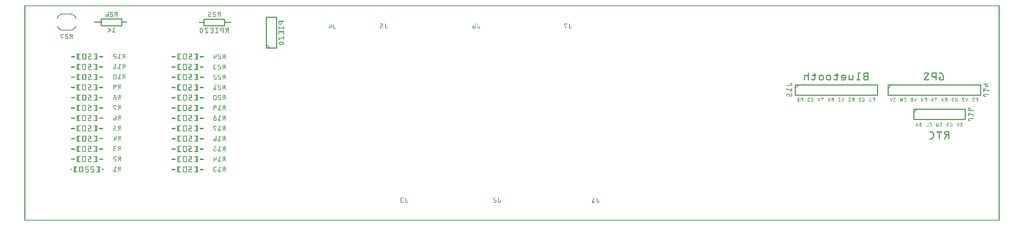
<source format=gbo>
G04 MADE WITH FRITZING*
G04 WWW.FRITZING.ORG*
G04 DOUBLE SIDED*
G04 HOLES PLATED*
G04 CONTOUR ON CENTER OF CONTOUR VECTOR*
%ASAXBY*%
%FSLAX23Y23*%
%MOIN*%
%OFA0B0*%
%SFA1.0B1.0*%
%ADD10C,0.008000*%
%ADD11C,0.010000*%
%ADD12C,0.005000*%
%ADD13R,0.001000X0.001000*%
%LNSILK0*%
G90*
G70*
G54D10*
X372Y1857D02*
X450Y1857D01*
D02*
X450Y2014D02*
X372Y2014D01*
G54D11*
D02*
X747Y1902D02*
X947Y1902D01*
D02*
X947Y1902D02*
X947Y1968D01*
D02*
X947Y1968D02*
X747Y1968D01*
D02*
X747Y1968D02*
X747Y1902D01*
D02*
X8401Y1324D02*
X9301Y1324D01*
D02*
X9301Y1324D02*
X9301Y1224D01*
D02*
X9301Y1224D02*
X8401Y1224D01*
D02*
X8401Y1224D02*
X8401Y1324D01*
G54D12*
D02*
X8436Y1324D02*
X8401Y1289D01*
G54D11*
D02*
X2351Y1684D02*
X2351Y1984D01*
D02*
X2351Y1984D02*
X2451Y1984D01*
D02*
X2451Y1984D02*
X2451Y1684D01*
D02*
X2451Y1684D02*
X2351Y1684D01*
G54D12*
D02*
X2351Y1719D02*
X2386Y1684D01*
G54D11*
D02*
X1947Y1966D02*
X1747Y1966D01*
D02*
X1747Y1966D02*
X1747Y1900D01*
D02*
X1747Y1900D02*
X1947Y1900D01*
D02*
X1947Y1900D02*
X1947Y1966D01*
D02*
X7500Y1325D02*
X8300Y1325D01*
D02*
X8300Y1325D02*
X8300Y1225D01*
D02*
X8300Y1225D02*
X7500Y1225D01*
D02*
X7500Y1225D02*
X7500Y1325D01*
G54D12*
D02*
X7535Y1325D02*
X7500Y1290D01*
G54D11*
D02*
X8651Y1087D02*
X9151Y1087D01*
D02*
X9151Y1087D02*
X9151Y987D01*
D02*
X9151Y987D02*
X8651Y987D01*
D02*
X8651Y987D02*
X8651Y1087D01*
G54D12*
D02*
X8686Y1087D02*
X8651Y1052D01*
G54D13*
X0Y2098D02*
X9487Y2098D01*
X0Y2097D02*
X9487Y2097D01*
X0Y2096D02*
X9487Y2096D01*
X0Y2095D02*
X9487Y2095D01*
X0Y2094D02*
X9487Y2094D01*
X0Y2093D02*
X9487Y2093D01*
X0Y2092D02*
X9487Y2092D01*
X0Y2091D02*
X9487Y2091D01*
X0Y2090D02*
X7Y2090D01*
X9480Y2090D02*
X9487Y2090D01*
X0Y2089D02*
X7Y2089D01*
X9480Y2089D02*
X9487Y2089D01*
X0Y2088D02*
X7Y2088D01*
X9480Y2088D02*
X9487Y2088D01*
X0Y2087D02*
X7Y2087D01*
X9480Y2087D02*
X9487Y2087D01*
X0Y2086D02*
X7Y2086D01*
X9480Y2086D02*
X9487Y2086D01*
X0Y2085D02*
X7Y2085D01*
X9480Y2085D02*
X9487Y2085D01*
X0Y2084D02*
X7Y2084D01*
X9480Y2084D02*
X9487Y2084D01*
X0Y2083D02*
X7Y2083D01*
X9480Y2083D02*
X9487Y2083D01*
X0Y2082D02*
X7Y2082D01*
X9480Y2082D02*
X9487Y2082D01*
X0Y2081D02*
X7Y2081D01*
X9480Y2081D02*
X9487Y2081D01*
X0Y2080D02*
X7Y2080D01*
X9480Y2080D02*
X9487Y2080D01*
X0Y2079D02*
X7Y2079D01*
X9480Y2079D02*
X9487Y2079D01*
X0Y2078D02*
X7Y2078D01*
X9480Y2078D02*
X9487Y2078D01*
X0Y2077D02*
X7Y2077D01*
X9480Y2077D02*
X9487Y2077D01*
X0Y2076D02*
X7Y2076D01*
X9480Y2076D02*
X9487Y2076D01*
X0Y2075D02*
X7Y2075D01*
X9480Y2075D02*
X9487Y2075D01*
X0Y2074D02*
X7Y2074D01*
X9480Y2074D02*
X9487Y2074D01*
X0Y2073D02*
X7Y2073D01*
X9480Y2073D02*
X9487Y2073D01*
X0Y2072D02*
X7Y2072D01*
X9480Y2072D02*
X9487Y2072D01*
X0Y2071D02*
X7Y2071D01*
X9480Y2071D02*
X9487Y2071D01*
X0Y2070D02*
X7Y2070D01*
X9480Y2070D02*
X9487Y2070D01*
X0Y2069D02*
X7Y2069D01*
X9480Y2069D02*
X9487Y2069D01*
X0Y2068D02*
X7Y2068D01*
X9480Y2068D02*
X9487Y2068D01*
X0Y2067D02*
X7Y2067D01*
X9480Y2067D02*
X9487Y2067D01*
X0Y2066D02*
X7Y2066D01*
X9480Y2066D02*
X9487Y2066D01*
X0Y2065D02*
X7Y2065D01*
X9480Y2065D02*
X9487Y2065D01*
X0Y2064D02*
X7Y2064D01*
X9480Y2064D02*
X9487Y2064D01*
X0Y2063D02*
X7Y2063D01*
X9480Y2063D02*
X9487Y2063D01*
X0Y2062D02*
X7Y2062D01*
X9480Y2062D02*
X9487Y2062D01*
X0Y2061D02*
X7Y2061D01*
X9480Y2061D02*
X9487Y2061D01*
X0Y2060D02*
X7Y2060D01*
X9480Y2060D02*
X9487Y2060D01*
X0Y2059D02*
X7Y2059D01*
X9480Y2059D02*
X9487Y2059D01*
X0Y2058D02*
X7Y2058D01*
X9480Y2058D02*
X9487Y2058D01*
X0Y2057D02*
X7Y2057D01*
X9480Y2057D02*
X9487Y2057D01*
X0Y2056D02*
X7Y2056D01*
X9480Y2056D02*
X9487Y2056D01*
X0Y2055D02*
X7Y2055D01*
X9480Y2055D02*
X9487Y2055D01*
X0Y2054D02*
X7Y2054D01*
X9480Y2054D02*
X9487Y2054D01*
X0Y2053D02*
X7Y2053D01*
X9480Y2053D02*
X9487Y2053D01*
X0Y2052D02*
X7Y2052D01*
X9480Y2052D02*
X9487Y2052D01*
X0Y2051D02*
X7Y2051D01*
X9480Y2051D02*
X9487Y2051D01*
X0Y2050D02*
X7Y2050D01*
X9480Y2050D02*
X9487Y2050D01*
X0Y2049D02*
X7Y2049D01*
X9480Y2049D02*
X9487Y2049D01*
X0Y2048D02*
X7Y2048D01*
X9480Y2048D02*
X9487Y2048D01*
X0Y2047D02*
X7Y2047D01*
X9480Y2047D02*
X9487Y2047D01*
X0Y2046D02*
X7Y2046D01*
X9480Y2046D02*
X9487Y2046D01*
X0Y2045D02*
X7Y2045D01*
X9480Y2045D02*
X9487Y2045D01*
X0Y2044D02*
X7Y2044D01*
X9480Y2044D02*
X9487Y2044D01*
X0Y2043D02*
X7Y2043D01*
X9480Y2043D02*
X9487Y2043D01*
X0Y2042D02*
X7Y2042D01*
X9480Y2042D02*
X9487Y2042D01*
X0Y2041D02*
X7Y2041D01*
X9480Y2041D02*
X9487Y2041D01*
X0Y2040D02*
X7Y2040D01*
X9480Y2040D02*
X9487Y2040D01*
X0Y2039D02*
X7Y2039D01*
X9480Y2039D02*
X9487Y2039D01*
X0Y2038D02*
X7Y2038D01*
X9480Y2038D02*
X9487Y2038D01*
X0Y2037D02*
X7Y2037D01*
X9480Y2037D02*
X9487Y2037D01*
X0Y2036D02*
X7Y2036D01*
X9480Y2036D02*
X9487Y2036D01*
X0Y2035D02*
X7Y2035D01*
X1793Y2035D02*
X1813Y2035D01*
X1839Y2035D02*
X1860Y2035D01*
X1886Y2035D02*
X1906Y2035D01*
X9480Y2035D02*
X9487Y2035D01*
X0Y2034D02*
X7Y2034D01*
X810Y2034D02*
X816Y2034D01*
X835Y2034D02*
X860Y2034D01*
X881Y2034D02*
X905Y2034D01*
X1791Y2034D02*
X1813Y2034D01*
X1837Y2034D02*
X1862Y2034D01*
X1883Y2034D02*
X1907Y2034D01*
X9480Y2034D02*
X9487Y2034D01*
X0Y2033D02*
X7Y2033D01*
X810Y2033D02*
X817Y2033D01*
X834Y2033D02*
X861Y2033D01*
X880Y2033D02*
X905Y2033D01*
X1790Y2033D02*
X1813Y2033D01*
X1835Y2033D02*
X1863Y2033D01*
X1881Y2033D02*
X1907Y2033D01*
X9480Y2033D02*
X9487Y2033D01*
X0Y2032D02*
X7Y2032D01*
X809Y2032D02*
X817Y2032D01*
X833Y2032D02*
X861Y2032D01*
X879Y2032D02*
X905Y2032D01*
X1790Y2032D02*
X1813Y2032D01*
X1835Y2032D02*
X1863Y2032D01*
X1880Y2032D02*
X1907Y2032D01*
X9480Y2032D02*
X9487Y2032D01*
X0Y2031D02*
X7Y2031D01*
X810Y2031D02*
X817Y2031D01*
X833Y2031D02*
X861Y2031D01*
X878Y2031D02*
X905Y2031D01*
X1790Y2031D02*
X1813Y2031D01*
X1834Y2031D02*
X1863Y2031D01*
X1879Y2031D02*
X1907Y2031D01*
X9480Y2031D02*
X9487Y2031D01*
X0Y2030D02*
X7Y2030D01*
X810Y2030D02*
X817Y2030D01*
X832Y2030D02*
X861Y2030D01*
X877Y2030D02*
X905Y2030D01*
X1791Y2030D02*
X1813Y2030D01*
X1834Y2030D02*
X1862Y2030D01*
X1879Y2030D02*
X1907Y2030D01*
X9480Y2030D02*
X9487Y2030D01*
X0Y2029D02*
X7Y2029D01*
X811Y2029D02*
X817Y2029D01*
X832Y2029D02*
X859Y2029D01*
X877Y2029D02*
X905Y2029D01*
X1793Y2029D02*
X1813Y2029D01*
X1834Y2029D02*
X1860Y2029D01*
X1878Y2029D02*
X1907Y2029D01*
X9480Y2029D02*
X9487Y2029D01*
X0Y2028D02*
X7Y2028D01*
X812Y2028D02*
X817Y2028D01*
X832Y2028D02*
X837Y2028D01*
X876Y2028D02*
X882Y2028D01*
X900Y2028D02*
X905Y2028D01*
X1808Y2028D02*
X1813Y2028D01*
X1834Y2028D02*
X1839Y2028D01*
X1878Y2028D02*
X1884Y2028D01*
X1902Y2028D02*
X1907Y2028D01*
X9480Y2028D02*
X9487Y2028D01*
X0Y2027D02*
X7Y2027D01*
X812Y2027D02*
X817Y2027D01*
X832Y2027D02*
X837Y2027D01*
X876Y2027D02*
X881Y2027D01*
X900Y2027D02*
X905Y2027D01*
X1808Y2027D02*
X1813Y2027D01*
X1834Y2027D02*
X1839Y2027D01*
X1878Y2027D02*
X1883Y2027D01*
X1902Y2027D02*
X1907Y2027D01*
X9480Y2027D02*
X9487Y2027D01*
X0Y2026D02*
X7Y2026D01*
X812Y2026D02*
X817Y2026D01*
X832Y2026D02*
X837Y2026D01*
X876Y2026D02*
X881Y2026D01*
X900Y2026D02*
X905Y2026D01*
X1808Y2026D02*
X1813Y2026D01*
X1834Y2026D02*
X1839Y2026D01*
X1878Y2026D02*
X1883Y2026D01*
X1902Y2026D02*
X1907Y2026D01*
X9480Y2026D02*
X9487Y2026D01*
X0Y2025D02*
X7Y2025D01*
X812Y2025D02*
X817Y2025D01*
X832Y2025D02*
X837Y2025D01*
X876Y2025D02*
X881Y2025D01*
X900Y2025D02*
X905Y2025D01*
X1808Y2025D02*
X1813Y2025D01*
X1834Y2025D02*
X1839Y2025D01*
X1878Y2025D02*
X1883Y2025D01*
X1902Y2025D02*
X1907Y2025D01*
X9480Y2025D02*
X9487Y2025D01*
X0Y2024D02*
X7Y2024D01*
X812Y2024D02*
X817Y2024D01*
X832Y2024D02*
X837Y2024D01*
X876Y2024D02*
X881Y2024D01*
X900Y2024D02*
X905Y2024D01*
X1808Y2024D02*
X1813Y2024D01*
X1834Y2024D02*
X1839Y2024D01*
X1878Y2024D02*
X1883Y2024D01*
X1902Y2024D02*
X1907Y2024D01*
X9480Y2024D02*
X9487Y2024D01*
X0Y2023D02*
X7Y2023D01*
X812Y2023D02*
X817Y2023D01*
X832Y2023D02*
X837Y2023D01*
X876Y2023D02*
X881Y2023D01*
X900Y2023D02*
X905Y2023D01*
X1808Y2023D02*
X1813Y2023D01*
X1834Y2023D02*
X1839Y2023D01*
X1878Y2023D02*
X1883Y2023D01*
X1902Y2023D02*
X1907Y2023D01*
X9480Y2023D02*
X9487Y2023D01*
X0Y2022D02*
X7Y2022D01*
X812Y2022D02*
X817Y2022D01*
X832Y2022D02*
X837Y2022D01*
X876Y2022D02*
X881Y2022D01*
X900Y2022D02*
X905Y2022D01*
X1808Y2022D02*
X1813Y2022D01*
X1834Y2022D02*
X1839Y2022D01*
X1878Y2022D02*
X1883Y2022D01*
X1902Y2022D02*
X1907Y2022D01*
X9480Y2022D02*
X9487Y2022D01*
X0Y2021D02*
X7Y2021D01*
X812Y2021D02*
X817Y2021D01*
X832Y2021D02*
X837Y2021D01*
X876Y2021D02*
X881Y2021D01*
X900Y2021D02*
X905Y2021D01*
X1808Y2021D02*
X1813Y2021D01*
X1834Y2021D02*
X1839Y2021D01*
X1878Y2021D02*
X1883Y2021D01*
X1902Y2021D02*
X1907Y2021D01*
X9480Y2021D02*
X9487Y2021D01*
X0Y2020D02*
X7Y2020D01*
X812Y2020D02*
X817Y2020D01*
X832Y2020D02*
X837Y2020D01*
X876Y2020D02*
X882Y2020D01*
X900Y2020D02*
X905Y2020D01*
X1808Y2020D02*
X1813Y2020D01*
X1834Y2020D02*
X1839Y2020D01*
X1878Y2020D02*
X1884Y2020D01*
X1901Y2020D02*
X1907Y2020D01*
X9480Y2020D02*
X9487Y2020D01*
X0Y2019D02*
X7Y2019D01*
X812Y2019D02*
X817Y2019D01*
X832Y2019D02*
X837Y2019D01*
X877Y2019D02*
X905Y2019D01*
X1808Y2019D02*
X1813Y2019D01*
X1834Y2019D02*
X1839Y2019D01*
X1878Y2019D02*
X1907Y2019D01*
X9480Y2019D02*
X9487Y2019D01*
X0Y2018D02*
X7Y2018D01*
X369Y2018D02*
X370Y2018D01*
X451Y2018D02*
X452Y2018D01*
X812Y2018D02*
X817Y2018D01*
X832Y2018D02*
X837Y2018D01*
X877Y2018D02*
X905Y2018D01*
X1808Y2018D02*
X1813Y2018D01*
X1834Y2018D02*
X1839Y2018D01*
X1879Y2018D02*
X1907Y2018D01*
X9480Y2018D02*
X9487Y2018D01*
X0Y2017D02*
X7Y2017D01*
X363Y2017D02*
X371Y2017D01*
X451Y2017D02*
X458Y2017D01*
X812Y2017D02*
X817Y2017D01*
X832Y2017D02*
X837Y2017D01*
X878Y2017D02*
X905Y2017D01*
X1808Y2017D02*
X1813Y2017D01*
X1834Y2017D02*
X1839Y2017D01*
X1880Y2017D02*
X1907Y2017D01*
X9480Y2017D02*
X9487Y2017D01*
X0Y2016D02*
X7Y2016D01*
X359Y2016D02*
X371Y2016D01*
X451Y2016D02*
X462Y2016D01*
X812Y2016D02*
X817Y2016D01*
X832Y2016D02*
X837Y2016D01*
X879Y2016D02*
X905Y2016D01*
X1808Y2016D02*
X1813Y2016D01*
X1834Y2016D02*
X1839Y2016D01*
X1881Y2016D02*
X1907Y2016D01*
X9480Y2016D02*
X9487Y2016D01*
X0Y2015D02*
X7Y2015D01*
X356Y2015D02*
X371Y2015D01*
X451Y2015D02*
X465Y2015D01*
X812Y2015D02*
X817Y2015D01*
X832Y2015D02*
X837Y2015D01*
X880Y2015D02*
X905Y2015D01*
X1808Y2015D02*
X1813Y2015D01*
X1834Y2015D02*
X1839Y2015D01*
X1882Y2015D02*
X1907Y2015D01*
X9480Y2015D02*
X9487Y2015D01*
X0Y2014D02*
X7Y2014D01*
X353Y2014D02*
X371Y2014D01*
X450Y2014D02*
X468Y2014D01*
X812Y2014D02*
X817Y2014D01*
X832Y2014D02*
X857Y2014D01*
X881Y2014D02*
X905Y2014D01*
X1794Y2014D02*
X1813Y2014D01*
X1834Y2014D02*
X1859Y2014D01*
X1884Y2014D02*
X1907Y2014D01*
X9480Y2014D02*
X9487Y2014D01*
X0Y2013D02*
X7Y2013D01*
X351Y2013D02*
X371Y2013D01*
X450Y2013D02*
X470Y2013D01*
X812Y2013D02*
X817Y2013D01*
X832Y2013D02*
X859Y2013D01*
X888Y2013D02*
X895Y2013D01*
X900Y2013D02*
X905Y2013D01*
X1792Y2013D02*
X1813Y2013D01*
X1834Y2013D02*
X1861Y2013D01*
X1890Y2013D02*
X1896Y2013D01*
X1902Y2013D02*
X1907Y2013D01*
X9480Y2013D02*
X9487Y2013D01*
X0Y2012D02*
X7Y2012D01*
X349Y2012D02*
X371Y2012D01*
X450Y2012D02*
X472Y2012D01*
X812Y2012D02*
X817Y2012D01*
X833Y2012D02*
X860Y2012D01*
X888Y2012D02*
X894Y2012D01*
X900Y2012D02*
X905Y2012D01*
X1791Y2012D02*
X1813Y2012D01*
X1834Y2012D02*
X1862Y2012D01*
X1889Y2012D02*
X1896Y2012D01*
X1902Y2012D02*
X1907Y2012D01*
X9480Y2012D02*
X9487Y2012D01*
X0Y2011D02*
X7Y2011D01*
X347Y2011D02*
X371Y2011D01*
X450Y2011D02*
X474Y2011D01*
X812Y2011D02*
X817Y2011D01*
X833Y2011D02*
X860Y2011D01*
X887Y2011D02*
X893Y2011D01*
X900Y2011D02*
X905Y2011D01*
X1791Y2011D02*
X1813Y2011D01*
X1835Y2011D02*
X1862Y2011D01*
X1889Y2011D02*
X1895Y2011D01*
X1902Y2011D02*
X1907Y2011D01*
X9480Y2011D02*
X9487Y2011D01*
X0Y2010D02*
X7Y2010D01*
X345Y2010D02*
X368Y2010D01*
X453Y2010D02*
X476Y2010D01*
X812Y2010D02*
X817Y2010D01*
X834Y2010D02*
X861Y2010D01*
X887Y2010D02*
X893Y2010D01*
X900Y2010D02*
X905Y2010D01*
X1790Y2010D02*
X1813Y2010D01*
X1836Y2010D02*
X1863Y2010D01*
X1888Y2010D02*
X1894Y2010D01*
X1902Y2010D02*
X1907Y2010D01*
X9480Y2010D02*
X9487Y2010D01*
X0Y2009D02*
X7Y2009D01*
X344Y2009D02*
X362Y2009D01*
X459Y2009D02*
X478Y2009D01*
X791Y2009D02*
X817Y2009D01*
X835Y2009D02*
X861Y2009D01*
X886Y2009D02*
X892Y2009D01*
X900Y2009D02*
X905Y2009D01*
X1790Y2009D02*
X1813Y2009D01*
X1837Y2009D02*
X1863Y2009D01*
X1888Y2009D02*
X1894Y2009D01*
X1902Y2009D02*
X1907Y2009D01*
X9480Y2009D02*
X9487Y2009D01*
X0Y2008D02*
X7Y2008D01*
X342Y2008D02*
X359Y2008D01*
X463Y2008D02*
X479Y2008D01*
X789Y2008D02*
X817Y2008D01*
X856Y2008D02*
X861Y2008D01*
X886Y2008D02*
X892Y2008D01*
X900Y2008D02*
X905Y2008D01*
X1790Y2008D02*
X1795Y2008D01*
X1858Y2008D02*
X1863Y2008D01*
X1887Y2008D02*
X1893Y2008D01*
X1902Y2008D02*
X1907Y2008D01*
X9480Y2008D02*
X9487Y2008D01*
X0Y2007D02*
X7Y2007D01*
X341Y2007D02*
X356Y2007D01*
X465Y2007D02*
X481Y2007D01*
X788Y2007D02*
X817Y2007D01*
X856Y2007D02*
X861Y2007D01*
X885Y2007D02*
X891Y2007D01*
X900Y2007D02*
X905Y2007D01*
X1790Y2007D02*
X1795Y2007D01*
X1858Y2007D02*
X1863Y2007D01*
X1886Y2007D02*
X1893Y2007D01*
X1902Y2007D02*
X1907Y2007D01*
X9480Y2007D02*
X9487Y2007D01*
X0Y2006D02*
X7Y2006D01*
X339Y2006D02*
X353Y2006D01*
X468Y2006D02*
X482Y2006D01*
X788Y2006D02*
X817Y2006D01*
X856Y2006D02*
X861Y2006D01*
X884Y2006D02*
X891Y2006D01*
X900Y2006D02*
X905Y2006D01*
X1790Y2006D02*
X1795Y2006D01*
X1858Y2006D02*
X1863Y2006D01*
X1886Y2006D02*
X1892Y2006D01*
X1902Y2006D02*
X1907Y2006D01*
X9480Y2006D02*
X9487Y2006D01*
X0Y2005D02*
X7Y2005D01*
X338Y2005D02*
X351Y2005D01*
X470Y2005D02*
X483Y2005D01*
X788Y2005D02*
X817Y2005D01*
X856Y2005D02*
X861Y2005D01*
X884Y2005D02*
X890Y2005D01*
X900Y2005D02*
X905Y2005D01*
X1790Y2005D02*
X1795Y2005D01*
X1858Y2005D02*
X1863Y2005D01*
X1885Y2005D02*
X1891Y2005D01*
X1902Y2005D02*
X1907Y2005D01*
X9480Y2005D02*
X9487Y2005D01*
X0Y2004D02*
X7Y2004D01*
X337Y2004D02*
X349Y2004D01*
X472Y2004D02*
X485Y2004D01*
X788Y2004D02*
X817Y2004D01*
X856Y2004D02*
X861Y2004D01*
X883Y2004D02*
X889Y2004D01*
X900Y2004D02*
X905Y2004D01*
X1790Y2004D02*
X1795Y2004D01*
X1858Y2004D02*
X1863Y2004D01*
X1885Y2004D02*
X1891Y2004D01*
X1902Y2004D02*
X1907Y2004D01*
X9480Y2004D02*
X9487Y2004D01*
X0Y2003D02*
X7Y2003D01*
X336Y2003D02*
X347Y2003D01*
X474Y2003D02*
X486Y2003D01*
X788Y2003D02*
X817Y2003D01*
X856Y2003D02*
X861Y2003D01*
X883Y2003D02*
X889Y2003D01*
X900Y2003D02*
X905Y2003D01*
X1790Y2003D02*
X1795Y2003D01*
X1858Y2003D02*
X1863Y2003D01*
X1884Y2003D02*
X1890Y2003D01*
X1902Y2003D02*
X1907Y2003D01*
X9480Y2003D02*
X9487Y2003D01*
X0Y2002D02*
X7Y2002D01*
X334Y2002D02*
X346Y2002D01*
X475Y2002D02*
X487Y2002D01*
X788Y2002D02*
X793Y2002D01*
X812Y2002D02*
X817Y2002D01*
X856Y2002D02*
X861Y2002D01*
X882Y2002D02*
X888Y2002D01*
X900Y2002D02*
X905Y2002D01*
X1790Y2002D02*
X1795Y2002D01*
X1858Y2002D02*
X1863Y2002D01*
X1884Y2002D02*
X1890Y2002D01*
X1902Y2002D02*
X1907Y2002D01*
X9480Y2002D02*
X9487Y2002D01*
X0Y2001D02*
X7Y2001D01*
X333Y2001D02*
X344Y2001D01*
X477Y2001D02*
X488Y2001D01*
X788Y2001D02*
X793Y2001D01*
X812Y2001D02*
X817Y2001D01*
X856Y2001D02*
X861Y2001D01*
X881Y2001D02*
X888Y2001D01*
X900Y2001D02*
X905Y2001D01*
X1790Y2001D02*
X1795Y2001D01*
X1858Y2001D02*
X1863Y2001D01*
X1883Y2001D02*
X1889Y2001D01*
X1902Y2001D02*
X1907Y2001D01*
X9480Y2001D02*
X9487Y2001D01*
X0Y2000D02*
X7Y2000D01*
X332Y2000D02*
X343Y2000D01*
X478Y2000D02*
X489Y2000D01*
X788Y2000D02*
X793Y2000D01*
X812Y2000D02*
X817Y2000D01*
X856Y2000D02*
X861Y2000D01*
X881Y2000D02*
X887Y2000D01*
X900Y2000D02*
X905Y2000D01*
X1790Y2000D02*
X1795Y2000D01*
X1858Y2000D02*
X1863Y2000D01*
X1882Y2000D02*
X1889Y2000D01*
X1902Y2000D02*
X1907Y2000D01*
X9480Y2000D02*
X9487Y2000D01*
X0Y1999D02*
X7Y1999D01*
X331Y1999D02*
X342Y1999D01*
X480Y1999D02*
X490Y1999D01*
X788Y1999D02*
X793Y1999D01*
X812Y1999D02*
X817Y1999D01*
X856Y1999D02*
X861Y1999D01*
X880Y1999D02*
X886Y1999D01*
X900Y1999D02*
X905Y1999D01*
X1790Y1999D02*
X1795Y1999D01*
X1858Y1999D02*
X1863Y1999D01*
X1882Y1999D02*
X1888Y1999D01*
X1902Y1999D02*
X1907Y1999D01*
X9480Y1999D02*
X9487Y1999D01*
X0Y1998D02*
X7Y1998D01*
X331Y1998D02*
X340Y1998D01*
X481Y1998D02*
X491Y1998D01*
X788Y1998D02*
X793Y1998D01*
X812Y1998D02*
X817Y1998D01*
X856Y1998D02*
X861Y1998D01*
X880Y1998D02*
X886Y1998D01*
X900Y1998D02*
X905Y1998D01*
X1790Y1998D02*
X1795Y1998D01*
X1858Y1998D02*
X1863Y1998D01*
X1881Y1998D02*
X1887Y1998D01*
X1902Y1998D02*
X1907Y1998D01*
X9480Y1998D02*
X9487Y1998D01*
X0Y1997D02*
X7Y1997D01*
X330Y1997D02*
X339Y1997D01*
X482Y1997D02*
X492Y1997D01*
X788Y1997D02*
X793Y1997D01*
X812Y1997D02*
X817Y1997D01*
X856Y1997D02*
X861Y1997D01*
X879Y1997D02*
X885Y1997D01*
X900Y1997D02*
X905Y1997D01*
X1790Y1997D02*
X1795Y1997D01*
X1858Y1997D02*
X1863Y1997D01*
X1881Y1997D02*
X1887Y1997D01*
X1902Y1997D02*
X1907Y1997D01*
X9480Y1997D02*
X9487Y1997D01*
X0Y1996D02*
X7Y1996D01*
X329Y1996D02*
X338Y1996D01*
X483Y1996D02*
X492Y1996D01*
X788Y1996D02*
X793Y1996D01*
X812Y1996D02*
X817Y1996D01*
X856Y1996D02*
X861Y1996D01*
X879Y1996D02*
X885Y1996D01*
X900Y1996D02*
X905Y1996D01*
X1790Y1996D02*
X1795Y1996D01*
X1815Y1996D02*
X1818Y1996D01*
X1858Y1996D02*
X1863Y1996D01*
X1880Y1996D02*
X1886Y1996D01*
X1902Y1996D02*
X1907Y1996D01*
X9480Y1996D02*
X9487Y1996D01*
X0Y1995D02*
X7Y1995D01*
X328Y1995D02*
X337Y1995D01*
X484Y1995D02*
X493Y1995D01*
X788Y1995D02*
X793Y1995D01*
X812Y1995D02*
X817Y1995D01*
X856Y1995D02*
X861Y1995D01*
X878Y1995D02*
X884Y1995D01*
X900Y1995D02*
X905Y1995D01*
X1790Y1995D02*
X1795Y1995D01*
X1813Y1995D02*
X1819Y1995D01*
X1858Y1995D02*
X1863Y1995D01*
X1879Y1995D02*
X1886Y1995D01*
X1902Y1995D02*
X1907Y1995D01*
X9480Y1995D02*
X9487Y1995D01*
X0Y1994D02*
X7Y1994D01*
X327Y1994D02*
X336Y1994D01*
X485Y1994D02*
X494Y1994D01*
X788Y1994D02*
X794Y1994D01*
X812Y1994D02*
X817Y1994D01*
X856Y1994D02*
X861Y1994D01*
X877Y1994D02*
X884Y1994D01*
X900Y1994D02*
X905Y1994D01*
X1790Y1994D02*
X1795Y1994D01*
X1810Y1994D02*
X1819Y1994D01*
X1857Y1994D02*
X1863Y1994D01*
X1879Y1994D02*
X1885Y1994D01*
X1902Y1994D02*
X1907Y1994D01*
X9480Y1994D02*
X9487Y1994D01*
X0Y1993D02*
X7Y1993D01*
X326Y1993D02*
X335Y1993D01*
X486Y1993D02*
X495Y1993D01*
X788Y1993D02*
X817Y1993D01*
X833Y1993D02*
X861Y1993D01*
X877Y1993D02*
X883Y1993D01*
X900Y1993D02*
X905Y1993D01*
X1790Y1993D02*
X1819Y1993D01*
X1835Y1993D02*
X1863Y1993D01*
X1878Y1993D02*
X1884Y1993D01*
X1902Y1993D02*
X1907Y1993D01*
X9480Y1993D02*
X9487Y1993D01*
X0Y1992D02*
X7Y1992D01*
X326Y1992D02*
X334Y1992D01*
X487Y1992D02*
X495Y1992D01*
X788Y1992D02*
X817Y1992D01*
X832Y1992D02*
X861Y1992D01*
X876Y1992D02*
X882Y1992D01*
X900Y1992D02*
X905Y1992D01*
X1790Y1992D02*
X1819Y1992D01*
X1834Y1992D02*
X1863Y1992D01*
X1878Y1992D02*
X1884Y1992D01*
X1902Y1992D02*
X1907Y1992D01*
X9480Y1992D02*
X9487Y1992D01*
X0Y1991D02*
X7Y1991D01*
X325Y1991D02*
X334Y1991D01*
X488Y1991D02*
X496Y1991D01*
X788Y1991D02*
X817Y1991D01*
X832Y1991D02*
X861Y1991D01*
X876Y1991D02*
X882Y1991D01*
X900Y1991D02*
X905Y1991D01*
X1791Y1991D02*
X1818Y1991D01*
X1834Y1991D02*
X1863Y1991D01*
X1878Y1991D02*
X1883Y1991D01*
X1902Y1991D02*
X1907Y1991D01*
X9480Y1991D02*
X9487Y1991D01*
X0Y1990D02*
X7Y1990D01*
X324Y1990D02*
X333Y1990D01*
X488Y1990D02*
X497Y1990D01*
X788Y1990D02*
X817Y1990D01*
X832Y1990D02*
X861Y1990D01*
X876Y1990D02*
X881Y1990D01*
X900Y1990D02*
X905Y1990D01*
X1792Y1990D02*
X1816Y1990D01*
X1834Y1990D02*
X1863Y1990D01*
X1878Y1990D02*
X1883Y1990D01*
X1902Y1990D02*
X1907Y1990D01*
X9480Y1990D02*
X9487Y1990D01*
X0Y1989D02*
X7Y1989D01*
X324Y1989D02*
X332Y1989D01*
X489Y1989D02*
X497Y1989D01*
X789Y1989D02*
X817Y1989D01*
X833Y1989D02*
X861Y1989D01*
X876Y1989D02*
X881Y1989D01*
X900Y1989D02*
X905Y1989D01*
X1793Y1989D02*
X1814Y1989D01*
X1834Y1989D02*
X1863Y1989D01*
X1878Y1989D02*
X1882Y1989D01*
X1902Y1989D02*
X1906Y1989D01*
X9480Y1989D02*
X9487Y1989D01*
X0Y1988D02*
X7Y1988D01*
X323Y1988D02*
X331Y1988D01*
X490Y1988D02*
X498Y1988D01*
X790Y1988D02*
X816Y1988D01*
X834Y1988D02*
X861Y1988D01*
X877Y1988D02*
X879Y1988D01*
X902Y1988D02*
X903Y1988D01*
X1795Y1988D02*
X1810Y1988D01*
X1836Y1988D02*
X1863Y1988D01*
X1880Y1988D02*
X1880Y1988D01*
X1904Y1988D02*
X1905Y1988D01*
X9480Y1988D02*
X9487Y1988D01*
X0Y1987D02*
X7Y1987D01*
X323Y1987D02*
X331Y1987D01*
X490Y1987D02*
X499Y1987D01*
X9480Y1987D02*
X9487Y1987D01*
X0Y1986D02*
X7Y1986D01*
X322Y1986D02*
X330Y1986D01*
X491Y1986D02*
X499Y1986D01*
X9480Y1986D02*
X9487Y1986D01*
X0Y1985D02*
X7Y1985D01*
X322Y1985D02*
X329Y1985D01*
X492Y1985D02*
X500Y1985D01*
X9480Y1985D02*
X9487Y1985D01*
X0Y1984D02*
X7Y1984D01*
X321Y1984D02*
X329Y1984D01*
X492Y1984D02*
X500Y1984D01*
X9480Y1984D02*
X9487Y1984D01*
X0Y1983D02*
X7Y1983D01*
X321Y1983D02*
X328Y1983D01*
X493Y1983D02*
X501Y1983D01*
X9480Y1983D02*
X9487Y1983D01*
X0Y1982D02*
X7Y1982D01*
X320Y1982D02*
X328Y1982D01*
X493Y1982D02*
X501Y1982D01*
X9480Y1982D02*
X9487Y1982D01*
X0Y1981D02*
X7Y1981D01*
X320Y1981D02*
X327Y1981D01*
X494Y1981D02*
X502Y1981D01*
X9480Y1981D02*
X9487Y1981D01*
X0Y1980D02*
X7Y1980D01*
X319Y1980D02*
X327Y1980D01*
X494Y1980D02*
X502Y1980D01*
X9480Y1980D02*
X9487Y1980D01*
X0Y1979D02*
X7Y1979D01*
X319Y1979D02*
X326Y1979D01*
X495Y1979D02*
X502Y1979D01*
X9480Y1979D02*
X9487Y1979D01*
X0Y1978D02*
X7Y1978D01*
X319Y1978D02*
X326Y1978D01*
X495Y1978D02*
X503Y1978D01*
X9480Y1978D02*
X9487Y1978D01*
X0Y1977D02*
X7Y1977D01*
X318Y1977D02*
X326Y1977D01*
X496Y1977D02*
X503Y1977D01*
X9480Y1977D02*
X9487Y1977D01*
X0Y1976D02*
X7Y1976D01*
X318Y1976D02*
X325Y1976D01*
X496Y1976D02*
X503Y1976D01*
X9480Y1976D02*
X9487Y1976D01*
X0Y1975D02*
X7Y1975D01*
X318Y1975D02*
X325Y1975D01*
X496Y1975D02*
X504Y1975D01*
X9480Y1975D02*
X9487Y1975D01*
X0Y1974D02*
X7Y1974D01*
X317Y1974D02*
X325Y1974D01*
X497Y1974D02*
X504Y1974D01*
X9480Y1974D02*
X9487Y1974D01*
X0Y1973D02*
X7Y1973D01*
X317Y1973D02*
X324Y1973D01*
X497Y1973D02*
X504Y1973D01*
X9480Y1973D02*
X9487Y1973D01*
X0Y1972D02*
X7Y1972D01*
X317Y1972D02*
X321Y1972D01*
X500Y1972D02*
X504Y1972D01*
X9480Y1972D02*
X9487Y1972D01*
X0Y1971D02*
X7Y1971D01*
X9480Y1971D02*
X9487Y1971D01*
X0Y1970D02*
X7Y1970D01*
X9480Y1970D02*
X9487Y1970D01*
X0Y1969D02*
X7Y1969D01*
X9480Y1969D02*
X9487Y1969D01*
X0Y1968D02*
X7Y1968D01*
X9480Y1968D02*
X9487Y1968D01*
X0Y1967D02*
X7Y1967D01*
X9480Y1967D02*
X9487Y1967D01*
X0Y1966D02*
X7Y1966D01*
X9480Y1966D02*
X9487Y1966D01*
X0Y1965D02*
X7Y1965D01*
X9480Y1965D02*
X9487Y1965D01*
X0Y1964D02*
X7Y1964D01*
X9480Y1964D02*
X9487Y1964D01*
X0Y1963D02*
X7Y1963D01*
X9480Y1963D02*
X9487Y1963D01*
X0Y1962D02*
X7Y1962D01*
X9480Y1962D02*
X9487Y1962D01*
X0Y1961D02*
X7Y1961D01*
X9480Y1961D02*
X9487Y1961D01*
X0Y1960D02*
X7Y1960D01*
X9480Y1960D02*
X9487Y1960D01*
X0Y1959D02*
X7Y1959D01*
X9480Y1959D02*
X9487Y1959D01*
X0Y1958D02*
X7Y1958D01*
X9480Y1958D02*
X9487Y1958D01*
X0Y1957D02*
X7Y1957D01*
X9480Y1957D02*
X9487Y1957D01*
X0Y1956D02*
X7Y1956D01*
X9480Y1956D02*
X9487Y1956D01*
X0Y1955D02*
X7Y1955D01*
X9480Y1955D02*
X9487Y1955D01*
X0Y1954D02*
X7Y1954D01*
X9480Y1954D02*
X9487Y1954D01*
X0Y1953D02*
X7Y1953D01*
X9480Y1953D02*
X9487Y1953D01*
X0Y1952D02*
X7Y1952D01*
X9480Y1952D02*
X9487Y1952D01*
X0Y1951D02*
X7Y1951D01*
X9480Y1951D02*
X9487Y1951D01*
X0Y1950D02*
X7Y1950D01*
X9480Y1950D02*
X9487Y1950D01*
X0Y1949D02*
X7Y1949D01*
X9480Y1949D02*
X9487Y1949D01*
X0Y1948D02*
X7Y1948D01*
X9480Y1948D02*
X9487Y1948D01*
X0Y1947D02*
X7Y1947D01*
X9480Y1947D02*
X9487Y1947D01*
X0Y1946D02*
X7Y1946D01*
X2473Y1946D02*
X2524Y1946D01*
X9480Y1946D02*
X9487Y1946D01*
X0Y1945D02*
X7Y1945D01*
X2473Y1945D02*
X2525Y1945D01*
X9480Y1945D02*
X9487Y1945D01*
X0Y1944D02*
X7Y1944D01*
X2473Y1944D02*
X2526Y1944D01*
X9480Y1944D02*
X9487Y1944D01*
X0Y1943D02*
X7Y1943D01*
X2473Y1943D02*
X2526Y1943D01*
X9480Y1943D02*
X9487Y1943D01*
X0Y1942D02*
X7Y1942D01*
X2473Y1942D02*
X2526Y1942D01*
X9480Y1942D02*
X9487Y1942D01*
X0Y1941D02*
X7Y1941D01*
X2473Y1941D02*
X2525Y1941D01*
X9480Y1941D02*
X9487Y1941D01*
X0Y1940D02*
X7Y1940D01*
X679Y1940D02*
X745Y1940D01*
X947Y1940D02*
X994Y1940D01*
X2473Y1940D02*
X2524Y1940D01*
X9480Y1940D02*
X9487Y1940D01*
X0Y1939D02*
X7Y1939D01*
X679Y1939D02*
X746Y1939D01*
X947Y1939D02*
X994Y1939D01*
X2473Y1939D02*
X2479Y1939D01*
X2499Y1939D02*
X2505Y1939D01*
X9480Y1939D02*
X9487Y1939D01*
X0Y1938D02*
X7Y1938D01*
X679Y1938D02*
X746Y1938D01*
X947Y1938D02*
X994Y1938D01*
X1698Y1938D02*
X1746Y1938D01*
X1947Y1938D02*
X2013Y1938D01*
X2473Y1938D02*
X2479Y1938D01*
X2499Y1938D02*
X2505Y1938D01*
X9480Y1938D02*
X9487Y1938D01*
X0Y1937D02*
X7Y1937D01*
X679Y1937D02*
X746Y1937D01*
X947Y1937D02*
X994Y1937D01*
X1699Y1937D02*
X1746Y1937D01*
X1947Y1937D02*
X2013Y1937D01*
X2473Y1937D02*
X2479Y1937D01*
X2499Y1937D02*
X2505Y1937D01*
X9480Y1937D02*
X9487Y1937D01*
X0Y1936D02*
X7Y1936D01*
X679Y1936D02*
X746Y1936D01*
X947Y1936D02*
X994Y1936D01*
X1699Y1936D02*
X1746Y1936D01*
X1947Y1936D02*
X2013Y1936D01*
X2473Y1936D02*
X2479Y1936D01*
X2499Y1936D02*
X2505Y1936D01*
X9480Y1936D02*
X9487Y1936D01*
X0Y1935D02*
X7Y1935D01*
X680Y1935D02*
X746Y1935D01*
X947Y1935D02*
X994Y1935D01*
X1699Y1935D02*
X1746Y1935D01*
X1947Y1935D02*
X2013Y1935D01*
X2473Y1935D02*
X2479Y1935D01*
X2499Y1935D02*
X2505Y1935D01*
X9480Y1935D02*
X9487Y1935D01*
X0Y1934D02*
X7Y1934D01*
X679Y1934D02*
X746Y1934D01*
X947Y1934D02*
X994Y1934D01*
X1699Y1934D02*
X1746Y1934D01*
X1947Y1934D02*
X2013Y1934D01*
X2473Y1934D02*
X2479Y1934D01*
X2499Y1934D02*
X2505Y1934D01*
X9480Y1934D02*
X9487Y1934D01*
X0Y1933D02*
X7Y1933D01*
X679Y1933D02*
X746Y1933D01*
X947Y1933D02*
X994Y1933D01*
X1699Y1933D02*
X1746Y1933D01*
X1947Y1933D02*
X2013Y1933D01*
X2473Y1933D02*
X2479Y1933D01*
X2499Y1933D02*
X2505Y1933D01*
X9480Y1933D02*
X9487Y1933D01*
X0Y1932D02*
X7Y1932D01*
X679Y1932D02*
X746Y1932D01*
X947Y1932D02*
X994Y1932D01*
X1699Y1932D02*
X1746Y1932D01*
X1947Y1932D02*
X2013Y1932D01*
X2473Y1932D02*
X2479Y1932D01*
X2499Y1932D02*
X2505Y1932D01*
X9480Y1932D02*
X9487Y1932D01*
X0Y1931D02*
X7Y1931D01*
X679Y1931D02*
X746Y1931D01*
X947Y1931D02*
X994Y1931D01*
X1699Y1931D02*
X1746Y1931D01*
X1947Y1931D02*
X2013Y1931D01*
X2473Y1931D02*
X2479Y1931D01*
X2499Y1931D02*
X2505Y1931D01*
X9480Y1931D02*
X9487Y1931D01*
X0Y1930D02*
X7Y1930D01*
X1699Y1930D02*
X1746Y1930D01*
X1947Y1930D02*
X2013Y1930D01*
X2473Y1930D02*
X2479Y1930D01*
X2499Y1930D02*
X2505Y1930D01*
X9480Y1930D02*
X9487Y1930D01*
X0Y1929D02*
X7Y1929D01*
X1698Y1929D02*
X1746Y1929D01*
X1947Y1929D02*
X2013Y1929D01*
X2473Y1929D02*
X2479Y1929D01*
X2499Y1929D02*
X2505Y1929D01*
X9480Y1929D02*
X9487Y1929D01*
X0Y1928D02*
X7Y1928D01*
X2473Y1928D02*
X2479Y1928D01*
X2499Y1928D02*
X2505Y1928D01*
X9480Y1928D02*
X9487Y1928D01*
X0Y1927D02*
X7Y1927D01*
X2473Y1927D02*
X2479Y1927D01*
X2499Y1927D02*
X2505Y1927D01*
X9480Y1927D02*
X9487Y1927D01*
X0Y1926D02*
X7Y1926D01*
X2473Y1926D02*
X2479Y1926D01*
X2499Y1926D02*
X2505Y1926D01*
X9480Y1926D02*
X9487Y1926D01*
X0Y1925D02*
X7Y1925D01*
X2473Y1925D02*
X2479Y1925D01*
X2499Y1925D02*
X2505Y1925D01*
X9480Y1925D02*
X9487Y1925D01*
X0Y1924D02*
X7Y1924D01*
X2473Y1924D02*
X2479Y1924D01*
X2499Y1924D02*
X2505Y1924D01*
X9480Y1924D02*
X9487Y1924D01*
X0Y1923D02*
X7Y1923D01*
X2473Y1923D02*
X2479Y1923D01*
X2499Y1923D02*
X2505Y1923D01*
X9480Y1923D02*
X9487Y1923D01*
X0Y1922D02*
X7Y1922D01*
X2473Y1922D02*
X2479Y1922D01*
X2499Y1922D02*
X2505Y1922D01*
X9480Y1922D02*
X9487Y1922D01*
X0Y1921D02*
X7Y1921D01*
X2473Y1921D02*
X2479Y1921D01*
X2499Y1921D02*
X2505Y1921D01*
X4385Y1921D02*
X4388Y1921D01*
X4411Y1921D02*
X4411Y1921D01*
X5254Y1921D02*
X5280Y1921D01*
X5303Y1921D02*
X5303Y1921D01*
X9480Y1921D02*
X9487Y1921D01*
X0Y1920D02*
X7Y1920D01*
X2473Y1920D02*
X2480Y1920D01*
X2498Y1920D02*
X2505Y1920D01*
X3464Y1920D02*
X3486Y1920D01*
X3511Y1920D02*
X3514Y1920D01*
X4383Y1920D02*
X4390Y1920D01*
X4409Y1920D02*
X4412Y1920D01*
X5253Y1920D02*
X5282Y1920D01*
X5301Y1920D02*
X5305Y1920D01*
X9480Y1920D02*
X9487Y1920D01*
X0Y1919D02*
X7Y1919D01*
X2473Y1919D02*
X2505Y1919D01*
X3463Y1919D02*
X3486Y1919D01*
X3510Y1919D02*
X3515Y1919D01*
X4383Y1919D02*
X4390Y1919D01*
X4408Y1919D02*
X4413Y1919D01*
X5253Y1919D02*
X5282Y1919D01*
X5300Y1919D02*
X5305Y1919D01*
X9480Y1919D02*
X9487Y1919D01*
X0Y1918D02*
X7Y1918D01*
X2474Y1918D02*
X2504Y1918D01*
X3463Y1918D02*
X3486Y1918D01*
X3510Y1918D02*
X3515Y1918D01*
X4382Y1918D02*
X4390Y1918D01*
X4408Y1918D02*
X4413Y1918D01*
X5253Y1918D02*
X5283Y1918D01*
X5300Y1918D02*
X5305Y1918D01*
X9480Y1918D02*
X9487Y1918D01*
X0Y1917D02*
X7Y1917D01*
X2474Y1917D02*
X2504Y1917D01*
X3463Y1917D02*
X3486Y1917D01*
X3510Y1917D02*
X3515Y1917D01*
X4383Y1917D02*
X4390Y1917D01*
X4408Y1917D02*
X4413Y1917D01*
X5253Y1917D02*
X5283Y1917D01*
X5300Y1917D02*
X5305Y1917D01*
X9480Y1917D02*
X9487Y1917D01*
X0Y1916D02*
X7Y1916D01*
X2475Y1916D02*
X2503Y1916D01*
X3464Y1916D02*
X3486Y1916D01*
X3510Y1916D02*
X3515Y1916D01*
X4383Y1916D02*
X4390Y1916D01*
X4408Y1916D02*
X4413Y1916D01*
X5253Y1916D02*
X5283Y1916D01*
X5300Y1916D02*
X5305Y1916D01*
X9480Y1916D02*
X9487Y1916D01*
X0Y1915D02*
X7Y1915D01*
X2476Y1915D02*
X2502Y1915D01*
X3465Y1915D02*
X3486Y1915D01*
X3510Y1915D02*
X3515Y1915D01*
X4385Y1915D02*
X4390Y1915D01*
X4408Y1915D02*
X4413Y1915D01*
X5253Y1915D02*
X5259Y1915D01*
X5277Y1915D02*
X5282Y1915D01*
X5300Y1915D02*
X5305Y1915D01*
X9480Y1915D02*
X9487Y1915D01*
X0Y1914D02*
X7Y1914D01*
X2477Y1914D02*
X2501Y1914D01*
X3481Y1914D02*
X3486Y1914D01*
X3510Y1914D02*
X3515Y1914D01*
X4385Y1914D02*
X4390Y1914D01*
X4408Y1914D02*
X4413Y1914D01*
X5253Y1914D02*
X5258Y1914D01*
X5278Y1914D02*
X5282Y1914D01*
X5300Y1914D02*
X5305Y1914D01*
X9480Y1914D02*
X9487Y1914D01*
X0Y1913D02*
X7Y1913D01*
X2479Y1913D02*
X2499Y1913D01*
X2984Y1913D02*
X2987Y1913D01*
X3008Y1913D02*
X3011Y1913D01*
X3481Y1913D02*
X3486Y1913D01*
X3510Y1913D02*
X3515Y1913D01*
X4385Y1913D02*
X4390Y1913D01*
X4408Y1913D02*
X4413Y1913D01*
X5253Y1913D02*
X5258Y1913D01*
X5279Y1913D02*
X5281Y1913D01*
X5300Y1913D02*
X5305Y1913D01*
X9480Y1913D02*
X9487Y1913D01*
X0Y1912D02*
X7Y1912D01*
X2983Y1912D02*
X2988Y1912D01*
X3007Y1912D02*
X3012Y1912D01*
X3481Y1912D02*
X3486Y1912D01*
X3510Y1912D02*
X3515Y1912D01*
X4385Y1912D02*
X4390Y1912D01*
X4408Y1912D02*
X4413Y1912D01*
X5253Y1912D02*
X5258Y1912D01*
X5300Y1912D02*
X5305Y1912D01*
X9480Y1912D02*
X9487Y1912D01*
X0Y1911D02*
X7Y1911D01*
X2983Y1911D02*
X2988Y1911D01*
X3007Y1911D02*
X3012Y1911D01*
X3481Y1911D02*
X3486Y1911D01*
X3510Y1911D02*
X3515Y1911D01*
X4385Y1911D02*
X4390Y1911D01*
X4408Y1911D02*
X4413Y1911D01*
X5253Y1911D02*
X5258Y1911D01*
X5300Y1911D02*
X5305Y1911D01*
X9480Y1911D02*
X9487Y1911D01*
X0Y1910D02*
X7Y1910D01*
X2983Y1910D02*
X2988Y1910D01*
X3007Y1910D02*
X3012Y1910D01*
X3481Y1910D02*
X3486Y1910D01*
X3510Y1910D02*
X3515Y1910D01*
X4385Y1910D02*
X4390Y1910D01*
X4408Y1910D02*
X4413Y1910D01*
X5253Y1910D02*
X5258Y1910D01*
X5300Y1910D02*
X5305Y1910D01*
X9480Y1910D02*
X9487Y1910D01*
X0Y1909D02*
X7Y1909D01*
X2983Y1909D02*
X2988Y1909D01*
X3007Y1909D02*
X3012Y1909D01*
X3481Y1909D02*
X3486Y1909D01*
X3510Y1909D02*
X3515Y1909D01*
X4385Y1909D02*
X4390Y1909D01*
X4408Y1909D02*
X4413Y1909D01*
X5253Y1909D02*
X5258Y1909D01*
X5300Y1909D02*
X5305Y1909D01*
X9480Y1909D02*
X9487Y1909D01*
X0Y1908D02*
X7Y1908D01*
X2966Y1908D02*
X2969Y1908D01*
X2983Y1908D02*
X2988Y1908D01*
X3007Y1908D02*
X3012Y1908D01*
X3481Y1908D02*
X3486Y1908D01*
X3510Y1908D02*
X3515Y1908D01*
X4385Y1908D02*
X4390Y1908D01*
X4408Y1908D02*
X4413Y1908D01*
X5253Y1908D02*
X5258Y1908D01*
X5300Y1908D02*
X5305Y1908D01*
X9480Y1908D02*
X9487Y1908D01*
X0Y1907D02*
X7Y1907D01*
X2965Y1907D02*
X2970Y1907D01*
X2983Y1907D02*
X2988Y1907D01*
X3007Y1907D02*
X3012Y1907D01*
X3481Y1907D02*
X3486Y1907D01*
X3510Y1907D02*
X3515Y1907D01*
X4385Y1907D02*
X4390Y1907D01*
X4408Y1907D02*
X4413Y1907D01*
X5253Y1907D02*
X5258Y1907D01*
X5300Y1907D02*
X5305Y1907D01*
X9480Y1907D02*
X9487Y1907D01*
X0Y1906D02*
X7Y1906D01*
X2965Y1906D02*
X2970Y1906D01*
X2983Y1906D02*
X2988Y1906D01*
X3007Y1906D02*
X3012Y1906D01*
X3481Y1906D02*
X3486Y1906D01*
X3510Y1906D02*
X3515Y1906D01*
X4385Y1906D02*
X4390Y1906D01*
X4408Y1906D02*
X4413Y1906D01*
X5253Y1906D02*
X5258Y1906D01*
X5300Y1906D02*
X5305Y1906D01*
X9480Y1906D02*
X9487Y1906D01*
X0Y1905D02*
X7Y1905D01*
X2965Y1905D02*
X2970Y1905D01*
X2983Y1905D02*
X2988Y1905D01*
X3007Y1905D02*
X3012Y1905D01*
X3481Y1905D02*
X3486Y1905D01*
X3510Y1905D02*
X3515Y1905D01*
X4385Y1905D02*
X4390Y1905D01*
X4408Y1905D02*
X4413Y1905D01*
X5253Y1905D02*
X5258Y1905D01*
X5300Y1905D02*
X5305Y1905D01*
X9480Y1905D02*
X9487Y1905D01*
X0Y1904D02*
X7Y1904D01*
X2965Y1904D02*
X2970Y1904D01*
X2983Y1904D02*
X2988Y1904D01*
X3007Y1904D02*
X3012Y1904D01*
X3481Y1904D02*
X3486Y1904D01*
X3510Y1904D02*
X3515Y1904D01*
X4385Y1904D02*
X4390Y1904D01*
X4408Y1904D02*
X4413Y1904D01*
X5253Y1904D02*
X5259Y1904D01*
X5300Y1904D02*
X5305Y1904D01*
X9480Y1904D02*
X9487Y1904D01*
X0Y1903D02*
X7Y1903D01*
X2965Y1903D02*
X2970Y1903D01*
X2983Y1903D02*
X2988Y1903D01*
X3007Y1903D02*
X3012Y1903D01*
X3481Y1903D02*
X3486Y1903D01*
X3510Y1903D02*
X3515Y1903D01*
X4385Y1903D02*
X4390Y1903D01*
X4408Y1903D02*
X4413Y1903D01*
X5253Y1903D02*
X5260Y1903D01*
X5300Y1903D02*
X5305Y1903D01*
X9480Y1903D02*
X9487Y1903D01*
X0Y1902D02*
X7Y1902D01*
X2965Y1902D02*
X2970Y1902D01*
X2983Y1902D02*
X2988Y1902D01*
X3007Y1902D02*
X3012Y1902D01*
X3481Y1902D02*
X3486Y1902D01*
X3510Y1902D02*
X3515Y1902D01*
X4385Y1902D02*
X4390Y1902D01*
X4408Y1902D02*
X4413Y1902D01*
X5253Y1902D02*
X5261Y1902D01*
X5300Y1902D02*
X5305Y1902D01*
X9480Y1902D02*
X9487Y1902D01*
X0Y1901D02*
X7Y1901D01*
X2965Y1901D02*
X2970Y1901D01*
X2983Y1901D02*
X2988Y1901D01*
X3007Y1901D02*
X3012Y1901D01*
X3481Y1901D02*
X3486Y1901D01*
X3510Y1901D02*
X3515Y1901D01*
X4385Y1901D02*
X4390Y1901D01*
X4408Y1901D02*
X4413Y1901D01*
X5254Y1901D02*
X5262Y1901D01*
X5300Y1901D02*
X5305Y1901D01*
X9480Y1901D02*
X9487Y1901D01*
X0Y1900D02*
X7Y1900D01*
X2965Y1900D02*
X2970Y1900D01*
X2983Y1900D02*
X2988Y1900D01*
X3007Y1900D02*
X3012Y1900D01*
X3467Y1900D02*
X3486Y1900D01*
X3510Y1900D02*
X3515Y1900D01*
X4385Y1900D02*
X4390Y1900D01*
X4408Y1900D02*
X4413Y1900D01*
X5255Y1900D02*
X5263Y1900D01*
X5300Y1900D02*
X5305Y1900D01*
X9480Y1900D02*
X9487Y1900D01*
X0Y1899D02*
X7Y1899D01*
X317Y1899D02*
X321Y1899D01*
X500Y1899D02*
X504Y1899D01*
X2965Y1899D02*
X2970Y1899D01*
X2983Y1899D02*
X2988Y1899D01*
X3007Y1899D02*
X3012Y1899D01*
X3466Y1899D02*
X3486Y1899D01*
X3510Y1899D02*
X3515Y1899D01*
X4385Y1899D02*
X4390Y1899D01*
X4408Y1899D02*
X4413Y1899D01*
X5256Y1899D02*
X5264Y1899D01*
X5300Y1899D02*
X5305Y1899D01*
X9480Y1899D02*
X9487Y1899D01*
X0Y1898D02*
X7Y1898D01*
X317Y1898D02*
X324Y1898D01*
X497Y1898D02*
X504Y1898D01*
X2965Y1898D02*
X2970Y1898D01*
X2983Y1898D02*
X2988Y1898D01*
X3007Y1898D02*
X3012Y1898D01*
X3464Y1898D02*
X3486Y1898D01*
X3510Y1898D02*
X3515Y1898D01*
X4385Y1898D02*
X4390Y1898D01*
X4408Y1898D02*
X4413Y1898D01*
X5257Y1898D02*
X5266Y1898D01*
X5300Y1898D02*
X5305Y1898D01*
X9480Y1898D02*
X9487Y1898D01*
X0Y1897D02*
X7Y1897D01*
X317Y1897D02*
X325Y1897D01*
X497Y1897D02*
X504Y1897D01*
X2965Y1897D02*
X2970Y1897D01*
X2983Y1897D02*
X2988Y1897D01*
X3007Y1897D02*
X3012Y1897D01*
X3464Y1897D02*
X3486Y1897D01*
X3510Y1897D02*
X3515Y1897D01*
X4385Y1897D02*
X4390Y1897D01*
X4408Y1897D02*
X4413Y1897D01*
X5258Y1897D02*
X5267Y1897D01*
X5300Y1897D02*
X5305Y1897D01*
X9480Y1897D02*
X9487Y1897D01*
X0Y1896D02*
X7Y1896D01*
X318Y1896D02*
X325Y1896D01*
X496Y1896D02*
X504Y1896D01*
X2475Y1896D02*
X2477Y1896D01*
X2522Y1896D02*
X2524Y1896D01*
X2965Y1896D02*
X2970Y1896D01*
X2983Y1896D02*
X2988Y1896D01*
X3007Y1896D02*
X3012Y1896D01*
X3463Y1896D02*
X3486Y1896D01*
X3510Y1896D02*
X3515Y1896D01*
X4385Y1896D02*
X4390Y1896D01*
X4408Y1896D02*
X4413Y1896D01*
X5260Y1896D02*
X5268Y1896D01*
X5300Y1896D02*
X5305Y1896D01*
X9480Y1896D02*
X9487Y1896D01*
X0Y1895D02*
X7Y1895D01*
X318Y1895D02*
X325Y1895D01*
X496Y1895D02*
X503Y1895D01*
X2473Y1895D02*
X2478Y1895D01*
X2521Y1895D02*
X2525Y1895D01*
X2965Y1895D02*
X2970Y1895D01*
X2983Y1895D02*
X2988Y1895D01*
X3007Y1895D02*
X3012Y1895D01*
X3463Y1895D02*
X3486Y1895D01*
X3510Y1895D02*
X3515Y1895D01*
X3530Y1895D02*
X3531Y1895D01*
X4363Y1895D02*
X4390Y1895D01*
X4408Y1895D02*
X4413Y1895D01*
X4428Y1895D02*
X4430Y1895D01*
X5261Y1895D02*
X5269Y1895D01*
X5300Y1895D02*
X5305Y1895D01*
X5320Y1895D02*
X5322Y1895D01*
X9480Y1895D02*
X9487Y1895D01*
X0Y1894D02*
X7Y1894D01*
X318Y1894D02*
X326Y1894D01*
X496Y1894D02*
X503Y1894D01*
X2473Y1894D02*
X2479Y1894D01*
X2520Y1894D02*
X2526Y1894D01*
X2965Y1894D02*
X2970Y1894D01*
X2983Y1894D02*
X2988Y1894D01*
X3007Y1894D02*
X3012Y1894D01*
X3463Y1894D02*
X3468Y1894D01*
X3510Y1894D02*
X3515Y1894D01*
X3529Y1894D02*
X3532Y1894D01*
X4362Y1894D02*
X4390Y1894D01*
X4408Y1894D02*
X4413Y1894D01*
X4427Y1894D02*
X4431Y1894D01*
X5262Y1894D02*
X5270Y1894D01*
X5300Y1894D02*
X5305Y1894D01*
X5319Y1894D02*
X5323Y1894D01*
X9480Y1894D02*
X9487Y1894D01*
X0Y1893D02*
X7Y1893D01*
X319Y1893D02*
X326Y1893D01*
X495Y1893D02*
X503Y1893D01*
X2473Y1893D02*
X2479Y1893D01*
X2520Y1893D02*
X2526Y1893D01*
X2965Y1893D02*
X2970Y1893D01*
X2983Y1893D02*
X2988Y1893D01*
X3007Y1893D02*
X3012Y1893D01*
X3463Y1893D02*
X3468Y1893D01*
X3510Y1893D02*
X3515Y1893D01*
X3528Y1893D02*
X3533Y1893D01*
X4361Y1893D02*
X4390Y1893D01*
X4408Y1893D02*
X4413Y1893D01*
X4426Y1893D02*
X4431Y1893D01*
X5263Y1893D02*
X5270Y1893D01*
X5300Y1893D02*
X5305Y1893D01*
X5318Y1893D02*
X5323Y1893D01*
X9480Y1893D02*
X9487Y1893D01*
X0Y1892D02*
X7Y1892D01*
X319Y1892D02*
X326Y1892D01*
X495Y1892D02*
X502Y1892D01*
X2473Y1892D02*
X2479Y1892D01*
X2520Y1892D02*
X2526Y1892D01*
X2965Y1892D02*
X2970Y1892D01*
X2983Y1892D02*
X2988Y1892D01*
X3007Y1892D02*
X3012Y1892D01*
X3463Y1892D02*
X3468Y1892D01*
X3510Y1892D02*
X3515Y1892D01*
X3528Y1892D02*
X3533Y1892D01*
X4361Y1892D02*
X4390Y1892D01*
X4408Y1892D02*
X4413Y1892D01*
X4426Y1892D02*
X4431Y1892D01*
X5264Y1892D02*
X5271Y1892D01*
X5300Y1892D02*
X5305Y1892D01*
X5318Y1892D02*
X5323Y1892D01*
X9480Y1892D02*
X9487Y1892D01*
X0Y1891D02*
X7Y1891D01*
X319Y1891D02*
X327Y1891D01*
X494Y1891D02*
X502Y1891D01*
X2473Y1891D02*
X2479Y1891D01*
X2520Y1891D02*
X2526Y1891D01*
X2965Y1891D02*
X2970Y1891D01*
X2983Y1891D02*
X2988Y1891D01*
X3007Y1891D02*
X3012Y1891D01*
X3463Y1891D02*
X3468Y1891D01*
X3510Y1891D02*
X3515Y1891D01*
X3528Y1891D02*
X3533Y1891D01*
X4361Y1891D02*
X4390Y1891D01*
X4408Y1891D02*
X4413Y1891D01*
X4426Y1891D02*
X4431Y1891D01*
X5265Y1891D02*
X5271Y1891D01*
X5300Y1891D02*
X5305Y1891D01*
X5318Y1891D02*
X5323Y1891D01*
X9480Y1891D02*
X9487Y1891D01*
X0Y1890D02*
X7Y1890D01*
X320Y1890D02*
X327Y1890D01*
X494Y1890D02*
X501Y1890D01*
X2473Y1890D02*
X2479Y1890D01*
X2520Y1890D02*
X2526Y1890D01*
X2965Y1890D02*
X2970Y1890D01*
X2983Y1890D02*
X2988Y1890D01*
X3007Y1890D02*
X3012Y1890D01*
X3463Y1890D02*
X3468Y1890D01*
X3510Y1890D02*
X3515Y1890D01*
X3528Y1890D02*
X3533Y1890D01*
X4361Y1890D02*
X4390Y1890D01*
X4408Y1890D02*
X4413Y1890D01*
X4426Y1890D02*
X4431Y1890D01*
X5265Y1890D02*
X5271Y1890D01*
X5300Y1890D02*
X5305Y1890D01*
X5318Y1890D02*
X5323Y1890D01*
X9480Y1890D02*
X9487Y1890D01*
X0Y1889D02*
X7Y1889D01*
X320Y1889D02*
X328Y1889D01*
X493Y1889D02*
X501Y1889D01*
X2473Y1889D02*
X2479Y1889D01*
X2520Y1889D02*
X2526Y1889D01*
X2965Y1889D02*
X2970Y1889D01*
X2983Y1889D02*
X2988Y1889D01*
X3007Y1889D02*
X3012Y1889D01*
X3463Y1889D02*
X3468Y1889D01*
X3510Y1889D02*
X3515Y1889D01*
X3528Y1889D02*
X3533Y1889D01*
X4361Y1889D02*
X4367Y1889D01*
X4385Y1889D02*
X4390Y1889D01*
X4408Y1889D02*
X4413Y1889D01*
X4426Y1889D02*
X4431Y1889D01*
X5265Y1889D02*
X5271Y1889D01*
X5300Y1889D02*
X5305Y1889D01*
X5318Y1889D02*
X5323Y1889D01*
X9480Y1889D02*
X9487Y1889D01*
X0Y1888D02*
X7Y1888D01*
X321Y1888D02*
X328Y1888D01*
X493Y1888D02*
X501Y1888D01*
X2473Y1888D02*
X2479Y1888D01*
X2520Y1888D02*
X2526Y1888D01*
X2963Y1888D02*
X2988Y1888D01*
X3007Y1888D02*
X3012Y1888D01*
X3027Y1888D02*
X3028Y1888D01*
X3463Y1888D02*
X3468Y1888D01*
X3510Y1888D02*
X3515Y1888D01*
X3528Y1888D02*
X3533Y1888D01*
X4361Y1888D02*
X4366Y1888D01*
X4385Y1888D02*
X4390Y1888D01*
X4408Y1888D02*
X4413Y1888D01*
X4426Y1888D02*
X4431Y1888D01*
X5265Y1888D02*
X5271Y1888D01*
X5300Y1888D02*
X5305Y1888D01*
X5318Y1888D02*
X5323Y1888D01*
X9480Y1888D02*
X9487Y1888D01*
X0Y1887D02*
X7Y1887D01*
X321Y1887D02*
X329Y1887D01*
X492Y1887D02*
X500Y1887D01*
X2473Y1887D02*
X2479Y1887D01*
X2520Y1887D02*
X2526Y1887D01*
X2962Y1887D02*
X2988Y1887D01*
X3007Y1887D02*
X3012Y1887D01*
X3026Y1887D02*
X3029Y1887D01*
X3463Y1887D02*
X3468Y1887D01*
X3510Y1887D02*
X3515Y1887D01*
X3528Y1887D02*
X3533Y1887D01*
X4361Y1887D02*
X4366Y1887D01*
X4385Y1887D02*
X4390Y1887D01*
X4408Y1887D02*
X4413Y1887D01*
X4426Y1887D02*
X4431Y1887D01*
X5265Y1887D02*
X5271Y1887D01*
X5300Y1887D02*
X5305Y1887D01*
X5318Y1887D02*
X5323Y1887D01*
X9480Y1887D02*
X9487Y1887D01*
X0Y1886D02*
X7Y1886D01*
X322Y1886D02*
X330Y1886D01*
X492Y1886D02*
X500Y1886D01*
X2473Y1886D02*
X2479Y1886D01*
X2520Y1886D02*
X2526Y1886D01*
X2962Y1886D02*
X2988Y1886D01*
X3007Y1886D02*
X3012Y1886D01*
X3025Y1886D02*
X3030Y1886D01*
X3463Y1886D02*
X3468Y1886D01*
X3510Y1886D02*
X3515Y1886D01*
X3528Y1886D02*
X3533Y1886D01*
X4361Y1886D02*
X4366Y1886D01*
X4385Y1886D02*
X4390Y1886D01*
X4408Y1886D02*
X4413Y1886D01*
X4426Y1886D02*
X4431Y1886D01*
X5265Y1886D02*
X5271Y1886D01*
X5300Y1886D02*
X5305Y1886D01*
X5318Y1886D02*
X5323Y1886D01*
X9480Y1886D02*
X9487Y1886D01*
X0Y1885D02*
X7Y1885D01*
X322Y1885D02*
X330Y1885D01*
X491Y1885D02*
X499Y1885D01*
X2473Y1885D02*
X2479Y1885D01*
X2520Y1885D02*
X2526Y1885D01*
X2962Y1885D02*
X2988Y1885D01*
X3007Y1885D02*
X3012Y1885D01*
X3025Y1885D02*
X3030Y1885D01*
X3463Y1885D02*
X3468Y1885D01*
X3510Y1885D02*
X3515Y1885D01*
X3528Y1885D02*
X3533Y1885D01*
X4361Y1885D02*
X4366Y1885D01*
X4385Y1885D02*
X4390Y1885D01*
X4408Y1885D02*
X4413Y1885D01*
X4426Y1885D02*
X4431Y1885D01*
X5265Y1885D02*
X5271Y1885D01*
X5300Y1885D02*
X5305Y1885D01*
X5318Y1885D02*
X5323Y1885D01*
X9480Y1885D02*
X9487Y1885D01*
X0Y1884D02*
X7Y1884D01*
X323Y1884D02*
X331Y1884D01*
X490Y1884D02*
X498Y1884D01*
X2473Y1884D02*
X2479Y1884D01*
X2520Y1884D02*
X2526Y1884D01*
X2962Y1884D02*
X2988Y1884D01*
X3007Y1884D02*
X3012Y1884D01*
X3025Y1884D02*
X3030Y1884D01*
X3463Y1884D02*
X3468Y1884D01*
X3510Y1884D02*
X3515Y1884D01*
X3528Y1884D02*
X3533Y1884D01*
X4361Y1884D02*
X4366Y1884D01*
X4385Y1884D02*
X4390Y1884D01*
X4408Y1884D02*
X4413Y1884D01*
X4426Y1884D02*
X4431Y1884D01*
X5265Y1884D02*
X5271Y1884D01*
X5300Y1884D02*
X5305Y1884D01*
X5318Y1884D02*
X5323Y1884D01*
X9480Y1884D02*
X9487Y1884D01*
X0Y1883D02*
X7Y1883D01*
X323Y1883D02*
X331Y1883D01*
X490Y1883D02*
X498Y1883D01*
X2473Y1883D02*
X2479Y1883D01*
X2520Y1883D02*
X2526Y1883D01*
X2963Y1883D02*
X2988Y1883D01*
X3007Y1883D02*
X3012Y1883D01*
X3025Y1883D02*
X3030Y1883D01*
X3463Y1883D02*
X3468Y1883D01*
X3510Y1883D02*
X3515Y1883D01*
X3528Y1883D02*
X3533Y1883D01*
X4361Y1883D02*
X4366Y1883D01*
X4385Y1883D02*
X4390Y1883D01*
X4408Y1883D02*
X4413Y1883D01*
X4426Y1883D02*
X4431Y1883D01*
X5265Y1883D02*
X5271Y1883D01*
X5300Y1883D02*
X5305Y1883D01*
X5318Y1883D02*
X5323Y1883D01*
X9480Y1883D02*
X9487Y1883D01*
X0Y1882D02*
X7Y1882D01*
X324Y1882D02*
X332Y1882D01*
X489Y1882D02*
X497Y1882D01*
X2473Y1882D02*
X2526Y1882D01*
X2965Y1882D02*
X2970Y1882D01*
X3007Y1882D02*
X3012Y1882D01*
X3025Y1882D02*
X3030Y1882D01*
X3463Y1882D02*
X3468Y1882D01*
X3489Y1882D02*
X3490Y1882D01*
X3510Y1882D02*
X3515Y1882D01*
X3528Y1882D02*
X3533Y1882D01*
X4361Y1882D02*
X4366Y1882D01*
X4385Y1882D02*
X4390Y1882D01*
X4408Y1882D02*
X4413Y1882D01*
X4426Y1882D02*
X4431Y1882D01*
X5265Y1882D02*
X5271Y1882D01*
X5300Y1882D02*
X5306Y1882D01*
X5318Y1882D02*
X5323Y1882D01*
X9480Y1882D02*
X9487Y1882D01*
X0Y1881D02*
X7Y1881D01*
X324Y1881D02*
X333Y1881D01*
X488Y1881D02*
X497Y1881D01*
X812Y1881D02*
X814Y1881D01*
X836Y1881D02*
X838Y1881D01*
X867Y1881D02*
X882Y1881D01*
X1719Y1881D02*
X1723Y1881D01*
X1755Y1881D02*
X1786Y1881D01*
X1807Y1881D02*
X1839Y1881D01*
X1857Y1881D02*
X1887Y1881D01*
X1913Y1881D02*
X1939Y1881D01*
X1963Y1881D02*
X1989Y1881D01*
X2473Y1881D02*
X2526Y1881D01*
X2965Y1881D02*
X2970Y1881D01*
X3007Y1881D02*
X3012Y1881D01*
X3025Y1881D02*
X3030Y1881D01*
X3463Y1881D02*
X3468Y1881D01*
X3486Y1881D02*
X3491Y1881D01*
X3510Y1881D02*
X3515Y1881D01*
X3527Y1881D02*
X3533Y1881D01*
X4361Y1881D02*
X4366Y1881D01*
X4385Y1881D02*
X4390Y1881D01*
X4408Y1881D02*
X4414Y1881D01*
X4425Y1881D02*
X4431Y1881D01*
X5265Y1881D02*
X5271Y1881D01*
X5300Y1881D02*
X5306Y1881D01*
X5317Y1881D02*
X5323Y1881D01*
X9480Y1881D02*
X9487Y1881D01*
X0Y1880D02*
X7Y1880D01*
X325Y1880D02*
X334Y1880D01*
X487Y1880D02*
X496Y1880D01*
X811Y1880D02*
X816Y1880D01*
X835Y1880D02*
X839Y1880D01*
X867Y1880D02*
X883Y1880D01*
X1717Y1880D02*
X1726Y1880D01*
X1755Y1880D02*
X1788Y1880D01*
X1806Y1880D02*
X1839Y1880D01*
X1856Y1880D02*
X1888Y1880D01*
X1911Y1880D02*
X1939Y1880D01*
X1961Y1880D02*
X1989Y1880D01*
X2473Y1880D02*
X2526Y1880D01*
X2965Y1880D02*
X2970Y1880D01*
X3007Y1880D02*
X3012Y1880D01*
X3025Y1880D02*
X3030Y1880D01*
X3463Y1880D02*
X3468Y1880D01*
X3484Y1880D02*
X3492Y1880D01*
X3510Y1880D02*
X3517Y1880D01*
X3526Y1880D02*
X3532Y1880D01*
X4361Y1880D02*
X4390Y1880D01*
X4409Y1880D02*
X4431Y1880D01*
X5265Y1880D02*
X5271Y1880D01*
X5301Y1880D02*
X5323Y1880D01*
X9480Y1880D02*
X9487Y1880D01*
X0Y1879D02*
X7Y1879D01*
X326Y1879D02*
X335Y1879D01*
X487Y1879D02*
X495Y1879D01*
X811Y1879D02*
X817Y1879D01*
X835Y1879D02*
X840Y1879D01*
X867Y1879D02*
X884Y1879D01*
X1716Y1879D02*
X1727Y1879D01*
X1755Y1879D02*
X1788Y1879D01*
X1805Y1879D02*
X1839Y1879D01*
X1855Y1879D02*
X1889Y1879D01*
X1909Y1879D02*
X1939Y1879D01*
X1960Y1879D02*
X1989Y1879D01*
X2473Y1879D02*
X2526Y1879D01*
X2965Y1879D02*
X2970Y1879D01*
X3007Y1879D02*
X3012Y1879D01*
X3025Y1879D02*
X3030Y1879D01*
X3463Y1879D02*
X3492Y1879D01*
X3511Y1879D02*
X3532Y1879D01*
X4361Y1879D02*
X4390Y1879D01*
X4409Y1879D02*
X4430Y1879D01*
X5265Y1879D02*
X5271Y1879D01*
X5301Y1879D02*
X5322Y1879D01*
X9480Y1879D02*
X9487Y1879D01*
X0Y1878D02*
X7Y1878D01*
X327Y1878D02*
X335Y1878D01*
X486Y1878D02*
X495Y1878D01*
X811Y1878D02*
X818Y1878D01*
X835Y1878D02*
X840Y1878D01*
X867Y1878D02*
X884Y1878D01*
X1715Y1878D02*
X1728Y1878D01*
X1755Y1878D02*
X1788Y1878D01*
X1805Y1878D02*
X1839Y1878D01*
X1855Y1878D02*
X1889Y1878D01*
X1908Y1878D02*
X1939Y1878D01*
X1958Y1878D02*
X1989Y1878D01*
X2473Y1878D02*
X2526Y1878D01*
X2965Y1878D02*
X2970Y1878D01*
X3007Y1878D02*
X3012Y1878D01*
X3025Y1878D02*
X3030Y1878D01*
X3463Y1878D02*
X3492Y1878D01*
X3511Y1878D02*
X3532Y1878D01*
X4361Y1878D02*
X4390Y1878D01*
X4410Y1878D02*
X4430Y1878D01*
X5265Y1878D02*
X5271Y1878D01*
X5302Y1878D02*
X5322Y1878D01*
X9480Y1878D02*
X9487Y1878D01*
X0Y1877D02*
X7Y1877D01*
X327Y1877D02*
X336Y1877D01*
X485Y1877D02*
X494Y1877D01*
X811Y1877D02*
X819Y1877D01*
X835Y1877D02*
X840Y1877D01*
X867Y1877D02*
X883Y1877D01*
X1714Y1877D02*
X1729Y1877D01*
X1755Y1877D02*
X1788Y1877D01*
X1805Y1877D02*
X1839Y1877D01*
X1855Y1877D02*
X1889Y1877D01*
X1907Y1877D02*
X1939Y1877D01*
X1958Y1877D02*
X1989Y1877D01*
X2473Y1877D02*
X2526Y1877D01*
X2965Y1877D02*
X2970Y1877D01*
X3007Y1877D02*
X3012Y1877D01*
X3025Y1877D02*
X3030Y1877D01*
X3464Y1877D02*
X3491Y1877D01*
X3512Y1877D02*
X3531Y1877D01*
X4361Y1877D02*
X4390Y1877D01*
X4410Y1877D02*
X4429Y1877D01*
X5265Y1877D02*
X5271Y1877D01*
X5303Y1877D02*
X5321Y1877D01*
X9480Y1877D02*
X9487Y1877D01*
X0Y1876D02*
X7Y1876D01*
X328Y1876D02*
X337Y1876D01*
X484Y1876D02*
X493Y1876D01*
X812Y1876D02*
X820Y1876D01*
X835Y1876D02*
X840Y1876D01*
X867Y1876D02*
X882Y1876D01*
X1714Y1876D02*
X1729Y1876D01*
X1755Y1876D02*
X1788Y1876D01*
X1806Y1876D02*
X1839Y1876D01*
X1856Y1876D02*
X1888Y1876D01*
X1907Y1876D02*
X1939Y1876D01*
X1957Y1876D02*
X1989Y1876D01*
X2473Y1876D02*
X2526Y1876D01*
X2965Y1876D02*
X2970Y1876D01*
X3007Y1876D02*
X3012Y1876D01*
X3025Y1876D02*
X3030Y1876D01*
X3464Y1876D02*
X3489Y1876D01*
X3513Y1876D02*
X3530Y1876D01*
X4362Y1876D02*
X4390Y1876D01*
X4412Y1876D02*
X4428Y1876D01*
X5266Y1876D02*
X5270Y1876D01*
X5304Y1876D02*
X5320Y1876D01*
X9480Y1876D02*
X9487Y1876D01*
X0Y1875D02*
X7Y1875D01*
X329Y1875D02*
X338Y1875D01*
X483Y1875D02*
X492Y1875D01*
X813Y1875D02*
X822Y1875D01*
X835Y1875D02*
X840Y1875D01*
X867Y1875D02*
X872Y1875D01*
X1713Y1875D02*
X1730Y1875D01*
X1756Y1875D02*
X1787Y1875D01*
X1807Y1875D02*
X1839Y1875D01*
X1857Y1875D02*
X1887Y1875D01*
X1906Y1875D02*
X1939Y1875D01*
X1956Y1875D02*
X1989Y1875D01*
X2473Y1875D02*
X2479Y1875D01*
X2520Y1875D02*
X2526Y1875D01*
X2965Y1875D02*
X2970Y1875D01*
X3007Y1875D02*
X3012Y1875D01*
X3025Y1875D02*
X3030Y1875D01*
X3465Y1875D02*
X3487Y1875D01*
X3514Y1875D02*
X3529Y1875D01*
X4362Y1875D02*
X4390Y1875D01*
X4413Y1875D02*
X4426Y1875D01*
X5266Y1875D02*
X5270Y1875D01*
X5305Y1875D02*
X5318Y1875D01*
X9480Y1875D02*
X9487Y1875D01*
X0Y1874D02*
X7Y1874D01*
X330Y1874D02*
X339Y1874D01*
X482Y1874D02*
X491Y1874D01*
X814Y1874D02*
X823Y1874D01*
X835Y1874D02*
X840Y1874D01*
X867Y1874D02*
X872Y1874D01*
X1713Y1874D02*
X1720Y1874D01*
X1723Y1874D02*
X1730Y1874D01*
X1757Y1874D02*
X1764Y1874D01*
X1832Y1874D02*
X1839Y1874D01*
X1869Y1874D02*
X1875Y1874D01*
X1906Y1874D02*
X1913Y1874D01*
X1933Y1874D02*
X1939Y1874D01*
X1956Y1874D02*
X1964Y1874D01*
X1983Y1874D02*
X1989Y1874D01*
X2473Y1874D02*
X2479Y1874D01*
X2520Y1874D02*
X2526Y1874D01*
X2965Y1874D02*
X2970Y1874D01*
X3007Y1874D02*
X3013Y1874D01*
X3024Y1874D02*
X3030Y1874D01*
X3467Y1874D02*
X3485Y1874D01*
X3516Y1874D02*
X3526Y1874D01*
X4364Y1874D02*
X4388Y1874D01*
X4416Y1874D02*
X4423Y1874D01*
X5268Y1874D02*
X5268Y1874D01*
X5308Y1874D02*
X5315Y1874D01*
X9480Y1874D02*
X9487Y1874D01*
X0Y1873D02*
X7Y1873D01*
X331Y1873D02*
X341Y1873D01*
X481Y1873D02*
X491Y1873D01*
X815Y1873D02*
X824Y1873D01*
X835Y1873D02*
X840Y1873D01*
X867Y1873D02*
X872Y1873D01*
X1712Y1873D02*
X1719Y1873D01*
X1724Y1873D02*
X1731Y1873D01*
X1757Y1873D02*
X1764Y1873D01*
X1833Y1873D02*
X1839Y1873D01*
X1869Y1873D02*
X1875Y1873D01*
X1906Y1873D02*
X1912Y1873D01*
X1933Y1873D02*
X1939Y1873D01*
X1956Y1873D02*
X1962Y1873D01*
X1983Y1873D02*
X1989Y1873D01*
X2473Y1873D02*
X2479Y1873D01*
X2520Y1873D02*
X2526Y1873D01*
X2965Y1873D02*
X2970Y1873D01*
X3007Y1873D02*
X3014Y1873D01*
X3023Y1873D02*
X3030Y1873D01*
X9480Y1873D02*
X9487Y1873D01*
X0Y1872D02*
X7Y1872D01*
X332Y1872D02*
X342Y1872D01*
X479Y1872D02*
X490Y1872D01*
X817Y1872D02*
X825Y1872D01*
X835Y1872D02*
X840Y1872D01*
X867Y1872D02*
X872Y1872D01*
X1712Y1872D02*
X1718Y1872D01*
X1724Y1872D02*
X1731Y1872D01*
X1758Y1872D02*
X1765Y1872D01*
X1833Y1872D02*
X1839Y1872D01*
X1869Y1872D02*
X1875Y1872D01*
X1905Y1872D02*
X1912Y1872D01*
X1933Y1872D02*
X1939Y1872D01*
X1956Y1872D02*
X1962Y1872D01*
X1983Y1872D02*
X1989Y1872D01*
X2473Y1872D02*
X2479Y1872D01*
X2520Y1872D02*
X2526Y1872D01*
X2965Y1872D02*
X2970Y1872D01*
X3008Y1872D02*
X3029Y1872D01*
X9480Y1872D02*
X9487Y1872D01*
X0Y1871D02*
X7Y1871D01*
X333Y1871D02*
X343Y1871D01*
X478Y1871D02*
X489Y1871D01*
X818Y1871D02*
X826Y1871D01*
X835Y1871D02*
X840Y1871D01*
X867Y1871D02*
X872Y1871D01*
X1711Y1871D02*
X1718Y1871D01*
X1725Y1871D02*
X1732Y1871D01*
X1758Y1871D02*
X1765Y1871D01*
X1833Y1871D02*
X1839Y1871D01*
X1869Y1871D02*
X1875Y1871D01*
X1905Y1871D02*
X1911Y1871D01*
X1933Y1871D02*
X1939Y1871D01*
X1956Y1871D02*
X1962Y1871D01*
X1983Y1871D02*
X1989Y1871D01*
X2473Y1871D02*
X2479Y1871D01*
X2520Y1871D02*
X2526Y1871D01*
X2965Y1871D02*
X2970Y1871D01*
X3008Y1871D02*
X3029Y1871D01*
X9480Y1871D02*
X9487Y1871D01*
X0Y1870D02*
X7Y1870D01*
X334Y1870D02*
X345Y1870D01*
X477Y1870D02*
X488Y1870D01*
X819Y1870D02*
X827Y1870D01*
X835Y1870D02*
X840Y1870D01*
X867Y1870D02*
X872Y1870D01*
X1711Y1870D02*
X1717Y1870D01*
X1725Y1870D02*
X1732Y1870D01*
X1759Y1870D02*
X1766Y1870D01*
X1833Y1870D02*
X1839Y1870D01*
X1869Y1870D02*
X1875Y1870D01*
X1905Y1870D02*
X1911Y1870D01*
X1933Y1870D02*
X1939Y1870D01*
X1956Y1870D02*
X1962Y1870D01*
X1983Y1870D02*
X1989Y1870D01*
X2473Y1870D02*
X2479Y1870D01*
X2520Y1870D02*
X2526Y1870D01*
X2965Y1870D02*
X2970Y1870D01*
X3009Y1870D02*
X3028Y1870D01*
X9480Y1870D02*
X9487Y1870D01*
X0Y1869D02*
X7Y1869D01*
X335Y1869D02*
X346Y1869D01*
X475Y1869D02*
X487Y1869D01*
X820Y1869D02*
X829Y1869D01*
X835Y1869D02*
X840Y1869D01*
X867Y1869D02*
X872Y1869D01*
X1710Y1869D02*
X1717Y1869D01*
X1726Y1869D02*
X1733Y1869D01*
X1759Y1869D02*
X1767Y1869D01*
X1833Y1869D02*
X1839Y1869D01*
X1869Y1869D02*
X1875Y1869D01*
X1905Y1869D02*
X1911Y1869D01*
X1933Y1869D02*
X1939Y1869D01*
X1956Y1869D02*
X1962Y1869D01*
X1983Y1869D02*
X1989Y1869D01*
X2473Y1869D02*
X2479Y1869D01*
X2520Y1869D02*
X2526Y1869D01*
X2965Y1869D02*
X2970Y1869D01*
X3010Y1869D02*
X3027Y1869D01*
X9480Y1869D02*
X9487Y1869D01*
X0Y1868D02*
X7Y1868D01*
X336Y1868D02*
X348Y1868D01*
X474Y1868D02*
X485Y1868D01*
X821Y1868D02*
X830Y1868D01*
X835Y1868D02*
X840Y1868D01*
X867Y1868D02*
X872Y1868D01*
X1710Y1868D02*
X1716Y1868D01*
X1726Y1868D02*
X1733Y1868D01*
X1760Y1868D02*
X1767Y1868D01*
X1833Y1868D02*
X1839Y1868D01*
X1869Y1868D02*
X1875Y1868D01*
X1905Y1868D02*
X1911Y1868D01*
X1933Y1868D02*
X1939Y1868D01*
X1956Y1868D02*
X1962Y1868D01*
X1983Y1868D02*
X1989Y1868D01*
X2473Y1868D02*
X2479Y1868D01*
X2520Y1868D02*
X2526Y1868D01*
X2965Y1868D02*
X2969Y1868D01*
X3012Y1868D02*
X3025Y1868D01*
X9480Y1868D02*
X9487Y1868D01*
X0Y1867D02*
X7Y1867D01*
X337Y1867D02*
X349Y1867D01*
X472Y1867D02*
X484Y1867D01*
X822Y1867D02*
X831Y1867D01*
X835Y1867D02*
X840Y1867D01*
X867Y1867D02*
X872Y1867D01*
X1709Y1867D02*
X1716Y1867D01*
X1727Y1867D02*
X1734Y1867D01*
X1761Y1867D02*
X1768Y1867D01*
X1833Y1867D02*
X1839Y1867D01*
X1869Y1867D02*
X1875Y1867D01*
X1905Y1867D02*
X1911Y1867D01*
X1933Y1867D02*
X1939Y1867D01*
X1956Y1867D02*
X1962Y1867D01*
X1983Y1867D02*
X1989Y1867D01*
X2473Y1867D02*
X2479Y1867D01*
X2520Y1867D02*
X2526Y1867D01*
X2967Y1867D02*
X2968Y1867D01*
X3014Y1867D02*
X3023Y1867D01*
X9480Y1867D02*
X9487Y1867D01*
X0Y1866D02*
X7Y1866D01*
X338Y1866D02*
X351Y1866D01*
X470Y1866D02*
X483Y1866D01*
X824Y1866D02*
X832Y1866D01*
X835Y1866D02*
X840Y1866D01*
X867Y1866D02*
X872Y1866D01*
X1709Y1866D02*
X1715Y1866D01*
X1727Y1866D02*
X1734Y1866D01*
X1761Y1866D02*
X1768Y1866D01*
X1833Y1866D02*
X1839Y1866D01*
X1869Y1866D02*
X1875Y1866D01*
X1905Y1866D02*
X1911Y1866D01*
X1933Y1866D02*
X1939Y1866D01*
X1956Y1866D02*
X1962Y1866D01*
X1983Y1866D02*
X1989Y1866D01*
X2473Y1866D02*
X2479Y1866D01*
X2520Y1866D02*
X2526Y1866D01*
X9480Y1866D02*
X9487Y1866D01*
X0Y1865D02*
X7Y1865D01*
X339Y1865D02*
X354Y1865D01*
X468Y1865D02*
X482Y1865D01*
X825Y1865D02*
X833Y1865D01*
X835Y1865D02*
X840Y1865D01*
X867Y1865D02*
X872Y1865D01*
X1708Y1865D02*
X1715Y1865D01*
X1728Y1865D02*
X1735Y1865D01*
X1762Y1865D02*
X1769Y1865D01*
X1833Y1865D02*
X1839Y1865D01*
X1869Y1865D02*
X1875Y1865D01*
X1905Y1865D02*
X1911Y1865D01*
X1933Y1865D02*
X1939Y1865D01*
X1956Y1865D02*
X1963Y1865D01*
X1983Y1865D02*
X1989Y1865D01*
X2473Y1865D02*
X2479Y1865D01*
X2520Y1865D02*
X2526Y1865D01*
X9480Y1865D02*
X9487Y1865D01*
X0Y1864D02*
X7Y1864D01*
X341Y1864D02*
X356Y1864D01*
X465Y1864D02*
X480Y1864D01*
X826Y1864D02*
X840Y1864D01*
X867Y1864D02*
X872Y1864D01*
X1708Y1864D02*
X1714Y1864D01*
X1728Y1864D02*
X1735Y1864D01*
X1762Y1864D02*
X1770Y1864D01*
X1833Y1864D02*
X1839Y1864D01*
X1869Y1864D02*
X1875Y1864D01*
X1905Y1864D02*
X1911Y1864D01*
X1933Y1864D02*
X1939Y1864D01*
X1956Y1864D02*
X1964Y1864D01*
X1983Y1864D02*
X1989Y1864D01*
X2473Y1864D02*
X2478Y1864D01*
X2520Y1864D02*
X2526Y1864D01*
X9480Y1864D02*
X9487Y1864D01*
X0Y1863D02*
X7Y1863D01*
X342Y1863D02*
X359Y1863D01*
X462Y1863D02*
X479Y1863D01*
X827Y1863D02*
X840Y1863D01*
X867Y1863D02*
X872Y1863D01*
X1707Y1863D02*
X1714Y1863D01*
X1729Y1863D02*
X1736Y1863D01*
X1763Y1863D02*
X1770Y1863D01*
X1833Y1863D02*
X1839Y1863D01*
X1869Y1863D02*
X1875Y1863D01*
X1905Y1863D02*
X1911Y1863D01*
X1933Y1863D02*
X1939Y1863D01*
X1957Y1863D02*
X1989Y1863D01*
X2474Y1863D02*
X2478Y1863D01*
X2521Y1863D02*
X2525Y1863D01*
X9480Y1863D02*
X9487Y1863D01*
X0Y1862D02*
X7Y1862D01*
X344Y1862D02*
X363Y1862D01*
X458Y1862D02*
X477Y1862D01*
X828Y1862D02*
X840Y1862D01*
X867Y1862D02*
X872Y1862D01*
X1707Y1862D02*
X1713Y1862D01*
X1729Y1862D02*
X1736Y1862D01*
X1764Y1862D02*
X1771Y1862D01*
X1833Y1862D02*
X1839Y1862D01*
X1869Y1862D02*
X1875Y1862D01*
X1905Y1862D02*
X1911Y1862D01*
X1933Y1862D02*
X1939Y1862D01*
X1957Y1862D02*
X1989Y1862D01*
X9480Y1862D02*
X9487Y1862D01*
X0Y1861D02*
X7Y1861D01*
X345Y1861D02*
X370Y1861D01*
X452Y1861D02*
X476Y1861D01*
X830Y1861D02*
X840Y1861D01*
X867Y1861D02*
X872Y1861D01*
X1706Y1861D02*
X1713Y1861D01*
X1730Y1861D02*
X1737Y1861D01*
X1764Y1861D02*
X1771Y1861D01*
X1833Y1861D02*
X1839Y1861D01*
X1869Y1861D02*
X1875Y1861D01*
X1905Y1861D02*
X1911Y1861D01*
X1933Y1861D02*
X1939Y1861D01*
X1958Y1861D02*
X1989Y1861D01*
X9480Y1861D02*
X9487Y1861D01*
X0Y1860D02*
X7Y1860D01*
X347Y1860D02*
X371Y1860D01*
X450Y1860D02*
X474Y1860D01*
X831Y1860D02*
X840Y1860D01*
X867Y1860D02*
X872Y1860D01*
X1706Y1860D02*
X1712Y1860D01*
X1730Y1860D02*
X1737Y1860D01*
X1765Y1860D02*
X1772Y1860D01*
X1833Y1860D02*
X1839Y1860D01*
X1869Y1860D02*
X1875Y1860D01*
X1905Y1860D02*
X1911Y1860D01*
X1933Y1860D02*
X1939Y1860D01*
X1959Y1860D02*
X1989Y1860D01*
X9480Y1860D02*
X9487Y1860D01*
X0Y1859D02*
X7Y1859D01*
X349Y1859D02*
X371Y1859D01*
X450Y1859D02*
X472Y1859D01*
X832Y1859D02*
X840Y1859D01*
X867Y1859D02*
X872Y1859D01*
X1705Y1859D02*
X1712Y1859D01*
X1731Y1859D02*
X1737Y1859D01*
X1765Y1859D02*
X1772Y1859D01*
X1833Y1859D02*
X1839Y1859D01*
X1869Y1859D02*
X1875Y1859D01*
X1905Y1859D02*
X1911Y1859D01*
X1933Y1859D02*
X1939Y1859D01*
X1960Y1859D02*
X1989Y1859D01*
X9480Y1859D02*
X9487Y1859D01*
X0Y1858D02*
X7Y1858D01*
X351Y1858D02*
X371Y1858D01*
X450Y1858D02*
X470Y1858D01*
X833Y1858D02*
X840Y1858D01*
X867Y1858D02*
X872Y1858D01*
X1705Y1858D02*
X1711Y1858D01*
X1731Y1858D02*
X1738Y1858D01*
X1766Y1858D02*
X1773Y1858D01*
X1832Y1858D02*
X1839Y1858D01*
X1869Y1858D02*
X1875Y1858D01*
X1905Y1858D02*
X1911Y1858D01*
X1933Y1858D02*
X1939Y1858D01*
X1961Y1858D02*
X1989Y1858D01*
X9480Y1858D02*
X9487Y1858D01*
X0Y1857D02*
X7Y1857D01*
X354Y1857D02*
X371Y1857D01*
X450Y1857D02*
X468Y1857D01*
X832Y1857D02*
X840Y1857D01*
X867Y1857D02*
X872Y1857D01*
X1705Y1857D02*
X1711Y1857D01*
X1732Y1857D02*
X1738Y1857D01*
X1766Y1857D02*
X1774Y1857D01*
X1820Y1857D02*
X1839Y1857D01*
X1869Y1857D02*
X1875Y1857D01*
X1906Y1857D02*
X1912Y1857D01*
X1933Y1857D02*
X1939Y1857D01*
X1964Y1857D02*
X1989Y1857D01*
X9480Y1857D02*
X9487Y1857D01*
X0Y1856D02*
X7Y1856D01*
X356Y1856D02*
X371Y1856D01*
X451Y1856D02*
X465Y1856D01*
X831Y1856D02*
X840Y1856D01*
X867Y1856D02*
X872Y1856D01*
X1705Y1856D02*
X1711Y1856D01*
X1732Y1856D02*
X1738Y1856D01*
X1767Y1856D02*
X1774Y1856D01*
X1819Y1856D02*
X1839Y1856D01*
X1869Y1856D02*
X1875Y1856D01*
X1906Y1856D02*
X1912Y1856D01*
X1933Y1856D02*
X1939Y1856D01*
X1970Y1856D02*
X1977Y1856D01*
X1983Y1856D02*
X1989Y1856D01*
X9480Y1856D02*
X9487Y1856D01*
X0Y1855D02*
X7Y1855D01*
X359Y1855D02*
X371Y1855D01*
X451Y1855D02*
X462Y1855D01*
X830Y1855D02*
X840Y1855D01*
X856Y1855D02*
X859Y1855D01*
X867Y1855D02*
X872Y1855D01*
X1705Y1855D02*
X1711Y1855D01*
X1732Y1855D02*
X1738Y1855D01*
X1768Y1855D02*
X1775Y1855D01*
X1819Y1855D02*
X1839Y1855D01*
X1869Y1855D02*
X1875Y1855D01*
X1906Y1855D02*
X1914Y1855D01*
X1933Y1855D02*
X1939Y1855D01*
X1969Y1855D02*
X1976Y1855D01*
X1983Y1855D02*
X1989Y1855D01*
X9480Y1855D02*
X9487Y1855D01*
X0Y1854D02*
X7Y1854D01*
X364Y1854D02*
X371Y1854D01*
X451Y1854D02*
X458Y1854D01*
X829Y1854D02*
X840Y1854D01*
X855Y1854D02*
X859Y1854D01*
X867Y1854D02*
X872Y1854D01*
X1705Y1854D02*
X1711Y1854D01*
X1732Y1854D02*
X1738Y1854D01*
X1768Y1854D02*
X1775Y1854D01*
X1819Y1854D02*
X1839Y1854D01*
X1869Y1854D02*
X1875Y1854D01*
X1906Y1854D02*
X1939Y1854D01*
X1969Y1854D02*
X1976Y1854D01*
X1983Y1854D02*
X1989Y1854D01*
X9480Y1854D02*
X9487Y1854D01*
X0Y1853D02*
X7Y1853D01*
X370Y1853D02*
X370Y1853D01*
X451Y1853D02*
X451Y1853D01*
X827Y1853D02*
X840Y1853D01*
X855Y1853D02*
X860Y1853D01*
X867Y1853D02*
X872Y1853D01*
X1705Y1853D02*
X1711Y1853D01*
X1732Y1853D02*
X1738Y1853D01*
X1769Y1853D02*
X1776Y1853D01*
X1819Y1853D02*
X1839Y1853D01*
X1869Y1853D02*
X1875Y1853D01*
X1907Y1853D02*
X1939Y1853D01*
X1968Y1853D02*
X1975Y1853D01*
X1983Y1853D02*
X1989Y1853D01*
X9480Y1853D02*
X9487Y1853D01*
X0Y1852D02*
X7Y1852D01*
X826Y1852D02*
X840Y1852D01*
X855Y1852D02*
X860Y1852D01*
X867Y1852D02*
X872Y1852D01*
X1705Y1852D02*
X1711Y1852D01*
X1732Y1852D02*
X1738Y1852D01*
X1769Y1852D02*
X1777Y1852D01*
X1820Y1852D02*
X1839Y1852D01*
X1869Y1852D02*
X1875Y1852D01*
X1908Y1852D02*
X1939Y1852D01*
X1967Y1852D02*
X1975Y1852D01*
X1983Y1852D02*
X1989Y1852D01*
X9480Y1852D02*
X9487Y1852D01*
X0Y1851D02*
X7Y1851D01*
X825Y1851D02*
X840Y1851D01*
X855Y1851D02*
X860Y1851D01*
X867Y1851D02*
X872Y1851D01*
X1705Y1851D02*
X1711Y1851D01*
X1731Y1851D02*
X1738Y1851D01*
X1770Y1851D02*
X1777Y1851D01*
X1822Y1851D02*
X1839Y1851D01*
X1869Y1851D02*
X1875Y1851D01*
X1909Y1851D02*
X1939Y1851D01*
X1967Y1851D02*
X1974Y1851D01*
X1983Y1851D02*
X1989Y1851D01*
X9480Y1851D02*
X9487Y1851D01*
X0Y1850D02*
X7Y1850D01*
X824Y1850D02*
X832Y1850D01*
X835Y1850D02*
X840Y1850D01*
X855Y1850D02*
X860Y1850D01*
X867Y1850D02*
X872Y1850D01*
X1705Y1850D02*
X1712Y1850D01*
X1731Y1850D02*
X1738Y1850D01*
X1771Y1850D02*
X1778Y1850D01*
X1833Y1850D02*
X1839Y1850D01*
X1869Y1850D02*
X1875Y1850D01*
X1910Y1850D02*
X1939Y1850D01*
X1966Y1850D02*
X1973Y1850D01*
X1983Y1850D02*
X1989Y1850D01*
X9480Y1850D02*
X9487Y1850D01*
X0Y1849D02*
X7Y1849D01*
X823Y1849D02*
X831Y1849D01*
X835Y1849D02*
X840Y1849D01*
X855Y1849D02*
X860Y1849D01*
X867Y1849D02*
X872Y1849D01*
X1706Y1849D02*
X1712Y1849D01*
X1731Y1849D02*
X1737Y1849D01*
X1771Y1849D02*
X1778Y1849D01*
X1833Y1849D02*
X1839Y1849D01*
X1869Y1849D02*
X1875Y1849D01*
X1911Y1849D02*
X1939Y1849D01*
X1966Y1849D02*
X1973Y1849D01*
X1983Y1849D02*
X1989Y1849D01*
X9480Y1849D02*
X9487Y1849D01*
X0Y1848D02*
X7Y1848D01*
X822Y1848D02*
X830Y1848D01*
X835Y1848D02*
X840Y1848D01*
X855Y1848D02*
X860Y1848D01*
X867Y1848D02*
X872Y1848D01*
X1706Y1848D02*
X1713Y1848D01*
X1730Y1848D02*
X1737Y1848D01*
X1772Y1848D02*
X1779Y1848D01*
X1833Y1848D02*
X1839Y1848D01*
X1869Y1848D02*
X1875Y1848D01*
X1915Y1848D02*
X1939Y1848D01*
X1965Y1848D02*
X1972Y1848D01*
X1983Y1848D02*
X1989Y1848D01*
X9480Y1848D02*
X9487Y1848D01*
X0Y1847D02*
X7Y1847D01*
X820Y1847D02*
X829Y1847D01*
X835Y1847D02*
X840Y1847D01*
X855Y1847D02*
X860Y1847D01*
X867Y1847D02*
X872Y1847D01*
X1706Y1847D02*
X1713Y1847D01*
X1730Y1847D02*
X1736Y1847D01*
X1772Y1847D02*
X1779Y1847D01*
X1833Y1847D02*
X1839Y1847D01*
X1869Y1847D02*
X1875Y1847D01*
X1933Y1847D02*
X1939Y1847D01*
X1965Y1847D02*
X1972Y1847D01*
X1983Y1847D02*
X1989Y1847D01*
X9480Y1847D02*
X9487Y1847D01*
X0Y1846D02*
X7Y1846D01*
X819Y1846D02*
X828Y1846D01*
X835Y1846D02*
X840Y1846D01*
X855Y1846D02*
X860Y1846D01*
X867Y1846D02*
X872Y1846D01*
X1707Y1846D02*
X1714Y1846D01*
X1729Y1846D02*
X1736Y1846D01*
X1773Y1846D02*
X1780Y1846D01*
X1833Y1846D02*
X1839Y1846D01*
X1869Y1846D02*
X1875Y1846D01*
X1933Y1846D02*
X1939Y1846D01*
X1964Y1846D02*
X1971Y1846D01*
X1983Y1846D02*
X1989Y1846D01*
X2473Y1846D02*
X2526Y1846D01*
X9480Y1846D02*
X9487Y1846D01*
X0Y1845D02*
X7Y1845D01*
X818Y1845D02*
X827Y1845D01*
X835Y1845D02*
X840Y1845D01*
X855Y1845D02*
X860Y1845D01*
X867Y1845D02*
X872Y1845D01*
X1707Y1845D02*
X1714Y1845D01*
X1729Y1845D02*
X1735Y1845D01*
X1773Y1845D02*
X1781Y1845D01*
X1833Y1845D02*
X1839Y1845D01*
X1869Y1845D02*
X1875Y1845D01*
X1933Y1845D02*
X1939Y1845D01*
X1963Y1845D02*
X1971Y1845D01*
X1983Y1845D02*
X1989Y1845D01*
X2473Y1845D02*
X2526Y1845D01*
X9480Y1845D02*
X9487Y1845D01*
X0Y1844D02*
X7Y1844D01*
X817Y1844D02*
X825Y1844D01*
X835Y1844D02*
X840Y1844D01*
X855Y1844D02*
X860Y1844D01*
X867Y1844D02*
X872Y1844D01*
X1708Y1844D02*
X1715Y1844D01*
X1728Y1844D02*
X1735Y1844D01*
X1774Y1844D02*
X1781Y1844D01*
X1833Y1844D02*
X1839Y1844D01*
X1869Y1844D02*
X1875Y1844D01*
X1933Y1844D02*
X1939Y1844D01*
X1963Y1844D02*
X1970Y1844D01*
X1983Y1844D02*
X1989Y1844D01*
X2473Y1844D02*
X2526Y1844D01*
X9480Y1844D02*
X9487Y1844D01*
X0Y1843D02*
X7Y1843D01*
X816Y1843D02*
X824Y1843D01*
X835Y1843D02*
X840Y1843D01*
X855Y1843D02*
X860Y1843D01*
X867Y1843D02*
X872Y1843D01*
X1708Y1843D02*
X1715Y1843D01*
X1728Y1843D02*
X1734Y1843D01*
X1775Y1843D02*
X1782Y1843D01*
X1833Y1843D02*
X1839Y1843D01*
X1869Y1843D02*
X1875Y1843D01*
X1933Y1843D02*
X1939Y1843D01*
X1962Y1843D02*
X1969Y1843D01*
X1983Y1843D02*
X1989Y1843D01*
X2473Y1843D02*
X2526Y1843D01*
X9480Y1843D02*
X9487Y1843D01*
X0Y1842D02*
X7Y1842D01*
X815Y1842D02*
X823Y1842D01*
X835Y1842D02*
X840Y1842D01*
X855Y1842D02*
X860Y1842D01*
X867Y1842D02*
X872Y1842D01*
X1709Y1842D02*
X1716Y1842D01*
X1727Y1842D02*
X1734Y1842D01*
X1775Y1842D02*
X1782Y1842D01*
X1833Y1842D02*
X1839Y1842D01*
X1869Y1842D02*
X1875Y1842D01*
X1933Y1842D02*
X1939Y1842D01*
X1962Y1842D02*
X1969Y1842D01*
X1983Y1842D02*
X1989Y1842D01*
X2473Y1842D02*
X2526Y1842D01*
X9480Y1842D02*
X9487Y1842D01*
X0Y1841D02*
X7Y1841D01*
X813Y1841D02*
X822Y1841D01*
X835Y1841D02*
X840Y1841D01*
X855Y1841D02*
X860Y1841D01*
X867Y1841D02*
X872Y1841D01*
X1709Y1841D02*
X1716Y1841D01*
X1727Y1841D02*
X1733Y1841D01*
X1776Y1841D02*
X1783Y1841D01*
X1833Y1841D02*
X1839Y1841D01*
X1869Y1841D02*
X1875Y1841D01*
X1933Y1841D02*
X1939Y1841D01*
X1961Y1841D02*
X1968Y1841D01*
X1983Y1841D02*
X1989Y1841D01*
X2473Y1841D02*
X2526Y1841D01*
X9480Y1841D02*
X9487Y1841D01*
X0Y1840D02*
X7Y1840D01*
X812Y1840D02*
X821Y1840D01*
X835Y1840D02*
X840Y1840D01*
X855Y1840D02*
X882Y1840D01*
X1710Y1840D02*
X1717Y1840D01*
X1726Y1840D02*
X1733Y1840D01*
X1776Y1840D02*
X1784Y1840D01*
X1833Y1840D02*
X1839Y1840D01*
X1869Y1840D02*
X1875Y1840D01*
X1933Y1840D02*
X1939Y1840D01*
X1960Y1840D02*
X1968Y1840D01*
X1983Y1840D02*
X1989Y1840D01*
X2473Y1840D02*
X2526Y1840D01*
X9480Y1840D02*
X9487Y1840D01*
X0Y1839D02*
X7Y1839D01*
X811Y1839D02*
X820Y1839D01*
X835Y1839D02*
X840Y1839D01*
X855Y1839D02*
X883Y1839D01*
X1710Y1839D02*
X1717Y1839D01*
X1726Y1839D02*
X1732Y1839D01*
X1777Y1839D02*
X1784Y1839D01*
X1833Y1839D02*
X1839Y1839D01*
X1869Y1839D02*
X1875Y1839D01*
X1933Y1839D02*
X1939Y1839D01*
X1960Y1839D02*
X1967Y1839D01*
X1983Y1839D02*
X1989Y1839D01*
X2473Y1839D02*
X2479Y1839D01*
X2496Y1839D02*
X2502Y1839D01*
X2520Y1839D02*
X2526Y1839D01*
X9480Y1839D02*
X9487Y1839D01*
X0Y1838D02*
X7Y1838D01*
X811Y1838D02*
X818Y1838D01*
X835Y1838D02*
X840Y1838D01*
X855Y1838D02*
X884Y1838D01*
X1711Y1838D02*
X1718Y1838D01*
X1725Y1838D02*
X1732Y1838D01*
X1778Y1838D02*
X1785Y1838D01*
X1833Y1838D02*
X1839Y1838D01*
X1869Y1838D02*
X1875Y1838D01*
X1933Y1838D02*
X1939Y1838D01*
X1959Y1838D02*
X1966Y1838D01*
X1983Y1838D02*
X1989Y1838D01*
X2473Y1838D02*
X2479Y1838D01*
X2496Y1838D02*
X2502Y1838D01*
X2520Y1838D02*
X2526Y1838D01*
X9480Y1838D02*
X9487Y1838D01*
X0Y1837D02*
X7Y1837D01*
X811Y1837D02*
X817Y1837D01*
X835Y1837D02*
X840Y1837D01*
X855Y1837D02*
X884Y1837D01*
X1711Y1837D02*
X1718Y1837D01*
X1725Y1837D02*
X1731Y1837D01*
X1778Y1837D02*
X1785Y1837D01*
X1833Y1837D02*
X1839Y1837D01*
X1869Y1837D02*
X1875Y1837D01*
X1933Y1837D02*
X1939Y1837D01*
X1959Y1837D02*
X1966Y1837D01*
X1983Y1837D02*
X1989Y1837D01*
X2473Y1837D02*
X2479Y1837D01*
X2496Y1837D02*
X2502Y1837D01*
X2520Y1837D02*
X2526Y1837D01*
X9480Y1837D02*
X9487Y1837D01*
X0Y1836D02*
X7Y1836D01*
X811Y1836D02*
X816Y1836D01*
X835Y1836D02*
X840Y1836D01*
X855Y1836D02*
X883Y1836D01*
X1712Y1836D02*
X1719Y1836D01*
X1724Y1836D02*
X1731Y1836D01*
X1779Y1836D02*
X1786Y1836D01*
X1833Y1836D02*
X1839Y1836D01*
X1869Y1836D02*
X1875Y1836D01*
X1933Y1836D02*
X1939Y1836D01*
X1958Y1836D02*
X1965Y1836D01*
X1983Y1836D02*
X1989Y1836D01*
X2473Y1836D02*
X2479Y1836D01*
X2496Y1836D02*
X2502Y1836D01*
X2520Y1836D02*
X2526Y1836D01*
X9480Y1836D02*
X9487Y1836D01*
X0Y1835D02*
X7Y1835D01*
X812Y1835D02*
X815Y1835D01*
X836Y1835D02*
X839Y1835D01*
X856Y1835D02*
X883Y1835D01*
X1712Y1835D02*
X1719Y1835D01*
X1723Y1835D02*
X1730Y1835D01*
X1779Y1835D02*
X1786Y1835D01*
X1833Y1835D02*
X1839Y1835D01*
X1869Y1835D02*
X1875Y1835D01*
X1933Y1835D02*
X1939Y1835D01*
X1958Y1835D02*
X1965Y1835D01*
X1983Y1835D02*
X1989Y1835D01*
X2473Y1835D02*
X2479Y1835D01*
X2496Y1835D02*
X2502Y1835D01*
X2520Y1835D02*
X2526Y1835D01*
X9480Y1835D02*
X9487Y1835D01*
X0Y1834D02*
X7Y1834D01*
X1713Y1834D02*
X1730Y1834D01*
X1757Y1834D02*
X1787Y1834D01*
X1807Y1834D02*
X1839Y1834D01*
X1858Y1834D02*
X1886Y1834D01*
X1933Y1834D02*
X1939Y1834D01*
X1957Y1834D02*
X1964Y1834D01*
X1983Y1834D02*
X1989Y1834D01*
X2473Y1834D02*
X2479Y1834D01*
X2496Y1834D02*
X2502Y1834D01*
X2520Y1834D02*
X2526Y1834D01*
X9480Y1834D02*
X9487Y1834D01*
X0Y1833D02*
X7Y1833D01*
X1713Y1833D02*
X1729Y1833D01*
X1756Y1833D02*
X1788Y1833D01*
X1806Y1833D02*
X1839Y1833D01*
X1856Y1833D02*
X1888Y1833D01*
X1933Y1833D02*
X1939Y1833D01*
X1956Y1833D02*
X1964Y1833D01*
X1983Y1833D02*
X1989Y1833D01*
X2473Y1833D02*
X2479Y1833D01*
X2496Y1833D02*
X2502Y1833D01*
X2520Y1833D02*
X2526Y1833D01*
X9480Y1833D02*
X9487Y1833D01*
X0Y1832D02*
X7Y1832D01*
X1714Y1832D02*
X1729Y1832D01*
X1755Y1832D02*
X1788Y1832D01*
X1805Y1832D02*
X1839Y1832D01*
X1855Y1832D02*
X1888Y1832D01*
X1933Y1832D02*
X1939Y1832D01*
X1956Y1832D02*
X1963Y1832D01*
X1983Y1832D02*
X1989Y1832D01*
X2473Y1832D02*
X2479Y1832D01*
X2496Y1832D02*
X2502Y1832D01*
X2520Y1832D02*
X2526Y1832D01*
X9480Y1832D02*
X9487Y1832D01*
X0Y1831D02*
X7Y1831D01*
X1715Y1831D02*
X1728Y1831D01*
X1755Y1831D02*
X1788Y1831D01*
X1805Y1831D02*
X1839Y1831D01*
X1855Y1831D02*
X1889Y1831D01*
X1933Y1831D02*
X1939Y1831D01*
X1956Y1831D02*
X1962Y1831D01*
X1983Y1831D02*
X1989Y1831D01*
X2473Y1831D02*
X2479Y1831D01*
X2496Y1831D02*
X2502Y1831D01*
X2520Y1831D02*
X2526Y1831D01*
X9480Y1831D02*
X9487Y1831D01*
X0Y1830D02*
X7Y1830D01*
X1715Y1830D02*
X1727Y1830D01*
X1755Y1830D02*
X1788Y1830D01*
X1805Y1830D02*
X1839Y1830D01*
X1855Y1830D02*
X1889Y1830D01*
X1933Y1830D02*
X1939Y1830D01*
X1956Y1830D02*
X1962Y1830D01*
X1983Y1830D02*
X1989Y1830D01*
X2473Y1830D02*
X2479Y1830D01*
X2496Y1830D02*
X2502Y1830D01*
X2520Y1830D02*
X2526Y1830D01*
X9480Y1830D02*
X9487Y1830D01*
X0Y1829D02*
X7Y1829D01*
X1717Y1829D02*
X1726Y1829D01*
X1755Y1829D02*
X1788Y1829D01*
X1806Y1829D02*
X1839Y1829D01*
X1856Y1829D02*
X1888Y1829D01*
X1934Y1829D02*
X1938Y1829D01*
X1956Y1829D02*
X1961Y1829D01*
X1984Y1829D02*
X1989Y1829D01*
X2473Y1829D02*
X2479Y1829D01*
X2496Y1829D02*
X2502Y1829D01*
X2520Y1829D02*
X2526Y1829D01*
X9480Y1829D02*
X9487Y1829D01*
X0Y1828D02*
X7Y1828D01*
X1718Y1828D02*
X1724Y1828D01*
X1756Y1828D02*
X1788Y1828D01*
X1806Y1828D02*
X1839Y1828D01*
X1857Y1828D02*
X1887Y1828D01*
X1934Y1828D02*
X1938Y1828D01*
X1957Y1828D02*
X1960Y1828D01*
X1985Y1828D02*
X1988Y1828D01*
X2473Y1828D02*
X2479Y1828D01*
X2497Y1828D02*
X2502Y1828D01*
X2520Y1828D02*
X2526Y1828D01*
X9480Y1828D02*
X9487Y1828D01*
X0Y1827D02*
X7Y1827D01*
X2473Y1827D02*
X2479Y1827D01*
X2497Y1827D02*
X2502Y1827D01*
X2520Y1827D02*
X2526Y1827D01*
X9480Y1827D02*
X9487Y1827D01*
X0Y1826D02*
X7Y1826D01*
X2473Y1826D02*
X2479Y1826D01*
X2498Y1826D02*
X2500Y1826D01*
X2520Y1826D02*
X2526Y1826D01*
X9480Y1826D02*
X9487Y1826D01*
X0Y1825D02*
X7Y1825D01*
X2473Y1825D02*
X2479Y1825D01*
X2520Y1825D02*
X2526Y1825D01*
X9480Y1825D02*
X9487Y1825D01*
X0Y1824D02*
X7Y1824D01*
X2473Y1824D02*
X2479Y1824D01*
X2520Y1824D02*
X2526Y1824D01*
X9480Y1824D02*
X9487Y1824D01*
X0Y1823D02*
X7Y1823D01*
X2473Y1823D02*
X2479Y1823D01*
X2520Y1823D02*
X2526Y1823D01*
X9480Y1823D02*
X9487Y1823D01*
X0Y1822D02*
X7Y1822D01*
X2473Y1822D02*
X2479Y1822D01*
X2520Y1822D02*
X2526Y1822D01*
X9480Y1822D02*
X9487Y1822D01*
X0Y1821D02*
X7Y1821D01*
X2473Y1821D02*
X2479Y1821D01*
X2520Y1821D02*
X2526Y1821D01*
X9480Y1821D02*
X9487Y1821D01*
X0Y1820D02*
X7Y1820D01*
X2473Y1820D02*
X2479Y1820D01*
X2520Y1820D02*
X2526Y1820D01*
X9480Y1820D02*
X9487Y1820D01*
X0Y1819D02*
X7Y1819D01*
X2473Y1819D02*
X2479Y1819D01*
X2520Y1819D02*
X2526Y1819D01*
X9480Y1819D02*
X9487Y1819D01*
X0Y1818D02*
X7Y1818D01*
X352Y1818D02*
X379Y1818D01*
X401Y1818D02*
X423Y1818D01*
X447Y1818D02*
X469Y1818D01*
X2473Y1818D02*
X2479Y1818D01*
X2520Y1818D02*
X2526Y1818D01*
X9480Y1818D02*
X9487Y1818D01*
X0Y1817D02*
X7Y1817D01*
X352Y1817D02*
X381Y1817D01*
X399Y1817D02*
X424Y1817D01*
X445Y1817D02*
X469Y1817D01*
X2473Y1817D02*
X2479Y1817D01*
X2520Y1817D02*
X2526Y1817D01*
X9480Y1817D02*
X9487Y1817D01*
X0Y1816D02*
X7Y1816D01*
X352Y1816D02*
X381Y1816D01*
X398Y1816D02*
X425Y1816D01*
X443Y1816D02*
X469Y1816D01*
X2473Y1816D02*
X2479Y1816D01*
X2520Y1816D02*
X2526Y1816D01*
X9480Y1816D02*
X9487Y1816D01*
X0Y1815D02*
X7Y1815D01*
X352Y1815D02*
X381Y1815D01*
X397Y1815D02*
X425Y1815D01*
X442Y1815D02*
X469Y1815D01*
X2473Y1815D02*
X2479Y1815D01*
X2520Y1815D02*
X2526Y1815D01*
X9480Y1815D02*
X9487Y1815D01*
X0Y1814D02*
X7Y1814D01*
X352Y1814D02*
X381Y1814D01*
X396Y1814D02*
X425Y1814D01*
X441Y1814D02*
X469Y1814D01*
X2473Y1814D02*
X2478Y1814D01*
X2520Y1814D02*
X2526Y1814D01*
X9480Y1814D02*
X9487Y1814D01*
X0Y1813D02*
X7Y1813D01*
X352Y1813D02*
X381Y1813D01*
X396Y1813D02*
X424Y1813D01*
X441Y1813D02*
X469Y1813D01*
X2474Y1813D02*
X2478Y1813D01*
X2521Y1813D02*
X2525Y1813D01*
X9480Y1813D02*
X9487Y1813D01*
X0Y1812D02*
X7Y1812D01*
X352Y1812D02*
X358Y1812D01*
X376Y1812D02*
X381Y1812D01*
X396Y1812D02*
X402Y1812D01*
X440Y1812D02*
X448Y1812D01*
X463Y1812D02*
X469Y1812D01*
X2475Y1812D02*
X2476Y1812D01*
X2522Y1812D02*
X2524Y1812D01*
X9480Y1812D02*
X9487Y1812D01*
X0Y1811D02*
X7Y1811D01*
X352Y1811D02*
X357Y1811D01*
X377Y1811D02*
X381Y1811D01*
X396Y1811D02*
X401Y1811D01*
X440Y1811D02*
X446Y1811D01*
X464Y1811D02*
X469Y1811D01*
X9480Y1811D02*
X9487Y1811D01*
X0Y1810D02*
X7Y1810D01*
X352Y1810D02*
X357Y1810D01*
X378Y1810D02*
X380Y1810D01*
X396Y1810D02*
X401Y1810D01*
X440Y1810D02*
X445Y1810D01*
X464Y1810D02*
X469Y1810D01*
X9480Y1810D02*
X9487Y1810D01*
X0Y1809D02*
X7Y1809D01*
X352Y1809D02*
X357Y1809D01*
X396Y1809D02*
X401Y1809D01*
X440Y1809D02*
X445Y1809D01*
X464Y1809D02*
X469Y1809D01*
X9480Y1809D02*
X9487Y1809D01*
X0Y1808D02*
X7Y1808D01*
X352Y1808D02*
X357Y1808D01*
X396Y1808D02*
X401Y1808D01*
X440Y1808D02*
X445Y1808D01*
X464Y1808D02*
X469Y1808D01*
X9480Y1808D02*
X9487Y1808D01*
X0Y1807D02*
X7Y1807D01*
X352Y1807D02*
X357Y1807D01*
X396Y1807D02*
X401Y1807D01*
X440Y1807D02*
X445Y1807D01*
X464Y1807D02*
X469Y1807D01*
X9480Y1807D02*
X9487Y1807D01*
X0Y1806D02*
X7Y1806D01*
X352Y1806D02*
X357Y1806D01*
X396Y1806D02*
X401Y1806D01*
X440Y1806D02*
X445Y1806D01*
X464Y1806D02*
X469Y1806D01*
X9480Y1806D02*
X9487Y1806D01*
X0Y1805D02*
X7Y1805D01*
X352Y1805D02*
X357Y1805D01*
X396Y1805D02*
X401Y1805D01*
X440Y1805D02*
X445Y1805D01*
X464Y1805D02*
X469Y1805D01*
X9480Y1805D02*
X9487Y1805D01*
X0Y1804D02*
X7Y1804D01*
X352Y1804D02*
X357Y1804D01*
X396Y1804D02*
X401Y1804D01*
X440Y1804D02*
X446Y1804D01*
X464Y1804D02*
X469Y1804D01*
X9480Y1804D02*
X9487Y1804D01*
X0Y1803D02*
X7Y1803D01*
X352Y1803D02*
X357Y1803D01*
X396Y1803D02*
X401Y1803D01*
X440Y1803D02*
X447Y1803D01*
X464Y1803D02*
X469Y1803D01*
X9480Y1803D02*
X9487Y1803D01*
X0Y1802D02*
X7Y1802D01*
X352Y1802D02*
X357Y1802D01*
X396Y1802D02*
X401Y1802D01*
X441Y1802D02*
X469Y1802D01*
X9480Y1802D02*
X9487Y1802D01*
X0Y1801D02*
X7Y1801D01*
X352Y1801D02*
X358Y1801D01*
X396Y1801D02*
X401Y1801D01*
X441Y1801D02*
X469Y1801D01*
X9480Y1801D02*
X9487Y1801D01*
X0Y1800D02*
X7Y1800D01*
X352Y1800D02*
X359Y1800D01*
X396Y1800D02*
X401Y1800D01*
X442Y1800D02*
X469Y1800D01*
X9480Y1800D02*
X9487Y1800D01*
X0Y1799D02*
X7Y1799D01*
X352Y1799D02*
X360Y1799D01*
X396Y1799D02*
X401Y1799D01*
X443Y1799D02*
X469Y1799D01*
X9480Y1799D02*
X9487Y1799D01*
X0Y1798D02*
X7Y1798D01*
X353Y1798D02*
X361Y1798D01*
X396Y1798D02*
X401Y1798D01*
X444Y1798D02*
X469Y1798D01*
X9480Y1798D02*
X9487Y1798D01*
X0Y1797D02*
X7Y1797D01*
X354Y1797D02*
X362Y1797D01*
X396Y1797D02*
X421Y1797D01*
X446Y1797D02*
X469Y1797D01*
X9480Y1797D02*
X9487Y1797D01*
X0Y1796D02*
X7Y1796D01*
X355Y1796D02*
X363Y1796D01*
X396Y1796D02*
X423Y1796D01*
X452Y1796D02*
X458Y1796D01*
X464Y1796D02*
X469Y1796D01*
X2475Y1796D02*
X2476Y1796D01*
X2522Y1796D02*
X2526Y1796D01*
X9480Y1796D02*
X9487Y1796D01*
X0Y1795D02*
X7Y1795D01*
X356Y1795D02*
X364Y1795D01*
X397Y1795D02*
X424Y1795D01*
X452Y1795D02*
X458Y1795D01*
X464Y1795D02*
X469Y1795D01*
X2474Y1795D02*
X2478Y1795D01*
X2520Y1795D02*
X2526Y1795D01*
X9480Y1795D02*
X9487Y1795D01*
X0Y1794D02*
X7Y1794D01*
X357Y1794D02*
X366Y1794D01*
X397Y1794D02*
X425Y1794D01*
X451Y1794D02*
X457Y1794D01*
X464Y1794D02*
X469Y1794D01*
X2473Y1794D02*
X2478Y1794D01*
X2519Y1794D02*
X2526Y1794D01*
X9480Y1794D02*
X9487Y1794D01*
X0Y1793D02*
X7Y1793D01*
X358Y1793D02*
X367Y1793D01*
X398Y1793D02*
X425Y1793D01*
X450Y1793D02*
X457Y1793D01*
X464Y1793D02*
X469Y1793D01*
X2473Y1793D02*
X2479Y1793D01*
X2517Y1793D02*
X2526Y1793D01*
X9480Y1793D02*
X9487Y1793D01*
X0Y1792D02*
X7Y1792D01*
X360Y1792D02*
X368Y1792D01*
X400Y1792D02*
X425Y1792D01*
X450Y1792D02*
X456Y1792D01*
X464Y1792D02*
X469Y1792D01*
X2473Y1792D02*
X2479Y1792D01*
X2515Y1792D02*
X2526Y1792D01*
X9480Y1792D02*
X9487Y1792D01*
X0Y1791D02*
X7Y1791D01*
X361Y1791D02*
X369Y1791D01*
X420Y1791D02*
X425Y1791D01*
X449Y1791D02*
X455Y1791D01*
X464Y1791D02*
X469Y1791D01*
X2473Y1791D02*
X2479Y1791D01*
X2514Y1791D02*
X2526Y1791D01*
X9480Y1791D02*
X9487Y1791D01*
X0Y1790D02*
X7Y1790D01*
X362Y1790D02*
X369Y1790D01*
X420Y1790D02*
X425Y1790D01*
X449Y1790D02*
X455Y1790D01*
X464Y1790D02*
X469Y1790D01*
X2473Y1790D02*
X2479Y1790D01*
X2512Y1790D02*
X2526Y1790D01*
X9480Y1790D02*
X9487Y1790D01*
X0Y1789D02*
X7Y1789D01*
X363Y1789D02*
X369Y1789D01*
X420Y1789D02*
X425Y1789D01*
X448Y1789D02*
X454Y1789D01*
X464Y1789D02*
X469Y1789D01*
X2473Y1789D02*
X2479Y1789D01*
X2510Y1789D02*
X2526Y1789D01*
X9480Y1789D02*
X9487Y1789D01*
X0Y1788D02*
X7Y1788D01*
X364Y1788D02*
X369Y1788D01*
X420Y1788D02*
X425Y1788D01*
X447Y1788D02*
X454Y1788D01*
X464Y1788D02*
X469Y1788D01*
X2473Y1788D02*
X2479Y1788D01*
X2508Y1788D02*
X2526Y1788D01*
X9480Y1788D02*
X9487Y1788D01*
X0Y1787D02*
X7Y1787D01*
X364Y1787D02*
X369Y1787D01*
X420Y1787D02*
X425Y1787D01*
X447Y1787D02*
X453Y1787D01*
X464Y1787D02*
X469Y1787D01*
X2473Y1787D02*
X2479Y1787D01*
X2507Y1787D02*
X2526Y1787D01*
X9480Y1787D02*
X9487Y1787D01*
X0Y1786D02*
X7Y1786D01*
X364Y1786D02*
X369Y1786D01*
X420Y1786D02*
X425Y1786D01*
X446Y1786D02*
X452Y1786D01*
X464Y1786D02*
X469Y1786D01*
X2473Y1786D02*
X2479Y1786D01*
X2505Y1786D02*
X2518Y1786D01*
X2520Y1786D02*
X2526Y1786D01*
X9480Y1786D02*
X9487Y1786D01*
X0Y1785D02*
X7Y1785D01*
X364Y1785D02*
X369Y1785D01*
X420Y1785D02*
X425Y1785D01*
X446Y1785D02*
X452Y1785D01*
X464Y1785D02*
X469Y1785D01*
X2473Y1785D02*
X2479Y1785D01*
X2503Y1785D02*
X2516Y1785D01*
X2520Y1785D02*
X2526Y1785D01*
X9480Y1785D02*
X9487Y1785D01*
X0Y1784D02*
X7Y1784D01*
X364Y1784D02*
X369Y1784D01*
X420Y1784D02*
X425Y1784D01*
X445Y1784D02*
X451Y1784D01*
X464Y1784D02*
X469Y1784D01*
X2473Y1784D02*
X2479Y1784D01*
X2502Y1784D02*
X2515Y1784D01*
X2520Y1784D02*
X2526Y1784D01*
X9480Y1784D02*
X9487Y1784D01*
X0Y1783D02*
X7Y1783D01*
X364Y1783D02*
X369Y1783D01*
X420Y1783D02*
X425Y1783D01*
X445Y1783D02*
X451Y1783D01*
X464Y1783D02*
X469Y1783D01*
X2473Y1783D02*
X2479Y1783D01*
X2500Y1783D02*
X2513Y1783D01*
X2520Y1783D02*
X2526Y1783D01*
X9480Y1783D02*
X9487Y1783D01*
X0Y1782D02*
X7Y1782D01*
X364Y1782D02*
X369Y1782D01*
X420Y1782D02*
X425Y1782D01*
X444Y1782D02*
X450Y1782D01*
X464Y1782D02*
X469Y1782D01*
X2473Y1782D02*
X2479Y1782D01*
X2498Y1782D02*
X2511Y1782D01*
X2520Y1782D02*
X2526Y1782D01*
X9480Y1782D02*
X9487Y1782D01*
X0Y1781D02*
X7Y1781D01*
X364Y1781D02*
X369Y1781D01*
X420Y1781D02*
X425Y1781D01*
X443Y1781D02*
X450Y1781D01*
X464Y1781D02*
X469Y1781D01*
X2473Y1781D02*
X2479Y1781D01*
X2496Y1781D02*
X2509Y1781D01*
X2520Y1781D02*
X2526Y1781D01*
X9480Y1781D02*
X9487Y1781D01*
X0Y1780D02*
X7Y1780D01*
X364Y1780D02*
X369Y1780D01*
X420Y1780D02*
X425Y1780D01*
X443Y1780D02*
X449Y1780D01*
X464Y1780D02*
X469Y1780D01*
X2473Y1780D02*
X2479Y1780D01*
X2495Y1780D02*
X2508Y1780D01*
X2520Y1780D02*
X2526Y1780D01*
X9480Y1780D02*
X9487Y1780D01*
X0Y1779D02*
X7Y1779D01*
X364Y1779D02*
X369Y1779D01*
X420Y1779D02*
X425Y1779D01*
X442Y1779D02*
X448Y1779D01*
X464Y1779D02*
X469Y1779D01*
X2473Y1779D02*
X2479Y1779D01*
X2493Y1779D02*
X2506Y1779D01*
X2520Y1779D02*
X2526Y1779D01*
X9480Y1779D02*
X9487Y1779D01*
X0Y1778D02*
X7Y1778D01*
X364Y1778D02*
X369Y1778D01*
X420Y1778D02*
X425Y1778D01*
X442Y1778D02*
X448Y1778D01*
X464Y1778D02*
X469Y1778D01*
X2473Y1778D02*
X2479Y1778D01*
X2491Y1778D02*
X2504Y1778D01*
X2520Y1778D02*
X2526Y1778D01*
X9480Y1778D02*
X9487Y1778D01*
X0Y1777D02*
X7Y1777D01*
X364Y1777D02*
X369Y1777D01*
X399Y1777D02*
X425Y1777D01*
X441Y1777D02*
X447Y1777D01*
X464Y1777D02*
X469Y1777D01*
X2473Y1777D02*
X2479Y1777D01*
X2490Y1777D02*
X2503Y1777D01*
X2520Y1777D02*
X2526Y1777D01*
X9480Y1777D02*
X9487Y1777D01*
X0Y1776D02*
X7Y1776D01*
X364Y1776D02*
X369Y1776D01*
X397Y1776D02*
X425Y1776D01*
X440Y1776D02*
X447Y1776D01*
X464Y1776D02*
X469Y1776D01*
X2473Y1776D02*
X2479Y1776D01*
X2488Y1776D02*
X2501Y1776D01*
X2520Y1776D02*
X2526Y1776D01*
X9480Y1776D02*
X9487Y1776D01*
X0Y1775D02*
X7Y1775D01*
X364Y1775D02*
X369Y1775D01*
X396Y1775D02*
X425Y1775D01*
X440Y1775D02*
X446Y1775D01*
X464Y1775D02*
X469Y1775D01*
X2473Y1775D02*
X2479Y1775D01*
X2486Y1775D02*
X2499Y1775D01*
X2520Y1775D02*
X2526Y1775D01*
X9480Y1775D02*
X9487Y1775D01*
X0Y1774D02*
X7Y1774D01*
X364Y1774D02*
X369Y1774D01*
X396Y1774D02*
X425Y1774D01*
X440Y1774D02*
X445Y1774D01*
X464Y1774D02*
X469Y1774D01*
X2473Y1774D02*
X2479Y1774D01*
X2485Y1774D02*
X2497Y1774D01*
X2520Y1774D02*
X2526Y1774D01*
X9480Y1774D02*
X9487Y1774D01*
X0Y1773D02*
X7Y1773D01*
X364Y1773D02*
X369Y1773D01*
X396Y1773D02*
X425Y1773D01*
X440Y1773D02*
X445Y1773D01*
X464Y1773D02*
X469Y1773D01*
X2473Y1773D02*
X2479Y1773D01*
X2483Y1773D02*
X2496Y1773D01*
X2520Y1773D02*
X2526Y1773D01*
X9480Y1773D02*
X9487Y1773D01*
X0Y1772D02*
X7Y1772D01*
X365Y1772D02*
X369Y1772D01*
X397Y1772D02*
X425Y1772D01*
X441Y1772D02*
X444Y1772D01*
X465Y1772D02*
X468Y1772D01*
X2473Y1772D02*
X2479Y1772D01*
X2481Y1772D02*
X2494Y1772D01*
X2520Y1772D02*
X2526Y1772D01*
X9480Y1772D02*
X9487Y1772D01*
X0Y1771D02*
X7Y1771D01*
X367Y1771D02*
X367Y1771D01*
X399Y1771D02*
X425Y1771D01*
X442Y1771D02*
X442Y1771D01*
X2473Y1771D02*
X2492Y1771D01*
X2520Y1771D02*
X2526Y1771D01*
X9480Y1771D02*
X9487Y1771D01*
X0Y1770D02*
X7Y1770D01*
X2473Y1770D02*
X2491Y1770D01*
X2520Y1770D02*
X2526Y1770D01*
X9480Y1770D02*
X9487Y1770D01*
X0Y1769D02*
X7Y1769D01*
X2473Y1769D02*
X2489Y1769D01*
X2520Y1769D02*
X2526Y1769D01*
X9480Y1769D02*
X9487Y1769D01*
X0Y1768D02*
X7Y1768D01*
X2473Y1768D02*
X2487Y1768D01*
X2520Y1768D02*
X2526Y1768D01*
X9480Y1768D02*
X9487Y1768D01*
X0Y1767D02*
X7Y1767D01*
X2473Y1767D02*
X2485Y1767D01*
X2520Y1767D02*
X2526Y1767D01*
X9480Y1767D02*
X9487Y1767D01*
X0Y1766D02*
X7Y1766D01*
X2473Y1766D02*
X2484Y1766D01*
X2520Y1766D02*
X2526Y1766D01*
X9480Y1766D02*
X9487Y1766D01*
X0Y1765D02*
X7Y1765D01*
X2473Y1765D02*
X2482Y1765D01*
X2520Y1765D02*
X2526Y1765D01*
X9480Y1765D02*
X9487Y1765D01*
X0Y1764D02*
X7Y1764D01*
X2473Y1764D02*
X2480Y1764D01*
X2520Y1764D02*
X2526Y1764D01*
X9480Y1764D02*
X9487Y1764D01*
X0Y1763D02*
X7Y1763D01*
X2473Y1763D02*
X2479Y1763D01*
X2521Y1763D02*
X2525Y1763D01*
X9480Y1763D02*
X9487Y1763D01*
X0Y1762D02*
X7Y1762D01*
X2473Y1762D02*
X2477Y1762D01*
X2522Y1762D02*
X2524Y1762D01*
X9480Y1762D02*
X9487Y1762D01*
X0Y1761D02*
X7Y1761D01*
X9480Y1761D02*
X9487Y1761D01*
X0Y1760D02*
X7Y1760D01*
X9480Y1760D02*
X9487Y1760D01*
X0Y1759D02*
X7Y1759D01*
X9480Y1759D02*
X9487Y1759D01*
X0Y1758D02*
X7Y1758D01*
X9480Y1758D02*
X9487Y1758D01*
X0Y1757D02*
X7Y1757D01*
X9480Y1757D02*
X9487Y1757D01*
X0Y1756D02*
X7Y1756D01*
X9480Y1756D02*
X9487Y1756D01*
X0Y1755D02*
X7Y1755D01*
X9480Y1755D02*
X9487Y1755D01*
X0Y1754D02*
X7Y1754D01*
X9480Y1754D02*
X9487Y1754D01*
X0Y1753D02*
X7Y1753D01*
X9480Y1753D02*
X9487Y1753D01*
X0Y1752D02*
X7Y1752D01*
X9480Y1752D02*
X9487Y1752D01*
X0Y1751D02*
X7Y1751D01*
X9480Y1751D02*
X9487Y1751D01*
X0Y1750D02*
X7Y1750D01*
X9480Y1750D02*
X9487Y1750D01*
X0Y1749D02*
X7Y1749D01*
X9480Y1749D02*
X9487Y1749D01*
X0Y1748D02*
X7Y1748D01*
X9480Y1748D02*
X9487Y1748D01*
X0Y1747D02*
X7Y1747D01*
X9480Y1747D02*
X9487Y1747D01*
X0Y1746D02*
X7Y1746D01*
X9480Y1746D02*
X9487Y1746D01*
X0Y1745D02*
X7Y1745D01*
X2495Y1745D02*
X2504Y1745D01*
X9480Y1745D02*
X9487Y1745D01*
X0Y1744D02*
X7Y1744D01*
X2492Y1744D02*
X2507Y1744D01*
X9480Y1744D02*
X9487Y1744D01*
X0Y1743D02*
X7Y1743D01*
X2490Y1743D02*
X2509Y1743D01*
X9480Y1743D02*
X9487Y1743D01*
X0Y1742D02*
X7Y1742D01*
X2488Y1742D02*
X2511Y1742D01*
X9480Y1742D02*
X9487Y1742D01*
X0Y1741D02*
X7Y1741D01*
X2486Y1741D02*
X2513Y1741D01*
X9480Y1741D02*
X9487Y1741D01*
X0Y1740D02*
X7Y1740D01*
X2484Y1740D02*
X2515Y1740D01*
X9480Y1740D02*
X9487Y1740D01*
X0Y1739D02*
X7Y1739D01*
X2482Y1739D02*
X2517Y1739D01*
X9480Y1739D02*
X9487Y1739D01*
X0Y1738D02*
X7Y1738D01*
X2480Y1738D02*
X2495Y1738D01*
X2504Y1738D02*
X2519Y1738D01*
X9480Y1738D02*
X9487Y1738D01*
X0Y1737D02*
X7Y1737D01*
X2478Y1737D02*
X2493Y1737D01*
X2506Y1737D02*
X2521Y1737D01*
X9480Y1737D02*
X9487Y1737D01*
X0Y1736D02*
X7Y1736D01*
X2477Y1736D02*
X2491Y1736D01*
X2508Y1736D02*
X2522Y1736D01*
X9480Y1736D02*
X9487Y1736D01*
X0Y1735D02*
X7Y1735D01*
X2475Y1735D02*
X2489Y1735D01*
X2510Y1735D02*
X2523Y1735D01*
X9480Y1735D02*
X9487Y1735D01*
X0Y1734D02*
X7Y1734D01*
X2475Y1734D02*
X2487Y1734D01*
X2512Y1734D02*
X2524Y1734D01*
X9480Y1734D02*
X9487Y1734D01*
X0Y1733D02*
X7Y1733D01*
X2474Y1733D02*
X2485Y1733D01*
X2514Y1733D02*
X2525Y1733D01*
X9480Y1733D02*
X9487Y1733D01*
X0Y1732D02*
X7Y1732D01*
X2473Y1732D02*
X2483Y1732D01*
X2516Y1732D02*
X2525Y1732D01*
X9480Y1732D02*
X9487Y1732D01*
X0Y1731D02*
X7Y1731D01*
X2473Y1731D02*
X2481Y1731D01*
X2518Y1731D02*
X2526Y1731D01*
X9480Y1731D02*
X9487Y1731D01*
X0Y1730D02*
X7Y1730D01*
X2473Y1730D02*
X2479Y1730D01*
X2519Y1730D02*
X2526Y1730D01*
X9480Y1730D02*
X9487Y1730D01*
X0Y1729D02*
X7Y1729D01*
X2473Y1729D02*
X2479Y1729D01*
X2520Y1729D02*
X2526Y1729D01*
X9480Y1729D02*
X9487Y1729D01*
X0Y1728D02*
X7Y1728D01*
X2473Y1728D02*
X2479Y1728D01*
X2520Y1728D02*
X2526Y1728D01*
X9480Y1728D02*
X9487Y1728D01*
X0Y1727D02*
X7Y1727D01*
X2473Y1727D02*
X2480Y1727D01*
X2519Y1727D02*
X2526Y1727D01*
X9480Y1727D02*
X9487Y1727D01*
X0Y1726D02*
X7Y1726D01*
X2473Y1726D02*
X2482Y1726D01*
X2517Y1726D02*
X2525Y1726D01*
X9480Y1726D02*
X9487Y1726D01*
X0Y1725D02*
X7Y1725D01*
X2474Y1725D02*
X2484Y1725D01*
X2515Y1725D02*
X2525Y1725D01*
X9480Y1725D02*
X9487Y1725D01*
X0Y1724D02*
X7Y1724D01*
X2474Y1724D02*
X2486Y1724D01*
X2513Y1724D02*
X2525Y1724D01*
X9480Y1724D02*
X9487Y1724D01*
X0Y1723D02*
X7Y1723D01*
X2475Y1723D02*
X2488Y1723D01*
X2511Y1723D02*
X2524Y1723D01*
X9480Y1723D02*
X9487Y1723D01*
X0Y1722D02*
X7Y1722D01*
X2476Y1722D02*
X2490Y1722D01*
X2509Y1722D02*
X2523Y1722D01*
X9480Y1722D02*
X9487Y1722D01*
X0Y1721D02*
X7Y1721D01*
X2477Y1721D02*
X2492Y1721D01*
X2507Y1721D02*
X2522Y1721D01*
X9480Y1721D02*
X9487Y1721D01*
X0Y1720D02*
X7Y1720D01*
X2479Y1720D02*
X2494Y1720D01*
X2505Y1720D02*
X2520Y1720D01*
X9480Y1720D02*
X9487Y1720D01*
X0Y1719D02*
X7Y1719D01*
X2481Y1719D02*
X2496Y1719D01*
X2503Y1719D02*
X2518Y1719D01*
X9480Y1719D02*
X9487Y1719D01*
X0Y1718D02*
X7Y1718D01*
X2483Y1718D02*
X2516Y1718D01*
X9480Y1718D02*
X9487Y1718D01*
X0Y1717D02*
X7Y1717D01*
X2485Y1717D02*
X2514Y1717D01*
X9480Y1717D02*
X9487Y1717D01*
X0Y1716D02*
X7Y1716D01*
X2487Y1716D02*
X2512Y1716D01*
X9480Y1716D02*
X9487Y1716D01*
X0Y1715D02*
X7Y1715D01*
X2489Y1715D02*
X2510Y1715D01*
X9480Y1715D02*
X9487Y1715D01*
X0Y1714D02*
X7Y1714D01*
X2491Y1714D02*
X2508Y1714D01*
X9480Y1714D02*
X9487Y1714D01*
X0Y1713D02*
X7Y1713D01*
X2493Y1713D02*
X2506Y1713D01*
X9480Y1713D02*
X9487Y1713D01*
X0Y1712D02*
X7Y1712D01*
X2496Y1712D02*
X2503Y1712D01*
X9480Y1712D02*
X9487Y1712D01*
X0Y1711D02*
X7Y1711D01*
X9480Y1711D02*
X9487Y1711D01*
X0Y1710D02*
X7Y1710D01*
X9480Y1710D02*
X9487Y1710D01*
X0Y1709D02*
X7Y1709D01*
X9480Y1709D02*
X9487Y1709D01*
X0Y1708D02*
X7Y1708D01*
X9480Y1708D02*
X9487Y1708D01*
X0Y1707D02*
X7Y1707D01*
X9480Y1707D02*
X9487Y1707D01*
X0Y1706D02*
X7Y1706D01*
X9480Y1706D02*
X9487Y1706D01*
X0Y1705D02*
X7Y1705D01*
X9480Y1705D02*
X9487Y1705D01*
X0Y1704D02*
X7Y1704D01*
X9480Y1704D02*
X9487Y1704D01*
X0Y1703D02*
X7Y1703D01*
X9480Y1703D02*
X9487Y1703D01*
X0Y1702D02*
X7Y1702D01*
X9480Y1702D02*
X9487Y1702D01*
X0Y1701D02*
X7Y1701D01*
X9480Y1701D02*
X9487Y1701D01*
X0Y1700D02*
X7Y1700D01*
X9480Y1700D02*
X9487Y1700D01*
X0Y1699D02*
X7Y1699D01*
X9480Y1699D02*
X9487Y1699D01*
X0Y1698D02*
X7Y1698D01*
X9480Y1698D02*
X9487Y1698D01*
X0Y1697D02*
X7Y1697D01*
X9480Y1697D02*
X9487Y1697D01*
X0Y1696D02*
X7Y1696D01*
X9480Y1696D02*
X9487Y1696D01*
X0Y1695D02*
X7Y1695D01*
X9480Y1695D02*
X9487Y1695D01*
X0Y1694D02*
X7Y1694D01*
X9480Y1694D02*
X9487Y1694D01*
X0Y1693D02*
X7Y1693D01*
X9480Y1693D02*
X9487Y1693D01*
X0Y1692D02*
X7Y1692D01*
X9480Y1692D02*
X9487Y1692D01*
X0Y1691D02*
X7Y1691D01*
X9480Y1691D02*
X9487Y1691D01*
X0Y1690D02*
X7Y1690D01*
X9480Y1690D02*
X9487Y1690D01*
X0Y1689D02*
X7Y1689D01*
X9480Y1689D02*
X9487Y1689D01*
X0Y1688D02*
X7Y1688D01*
X9480Y1688D02*
X9487Y1688D01*
X0Y1687D02*
X7Y1687D01*
X9480Y1687D02*
X9487Y1687D01*
X0Y1686D02*
X7Y1686D01*
X9480Y1686D02*
X9487Y1686D01*
X0Y1685D02*
X7Y1685D01*
X9480Y1685D02*
X9487Y1685D01*
X0Y1684D02*
X7Y1684D01*
X9480Y1684D02*
X9487Y1684D01*
X0Y1683D02*
X7Y1683D01*
X9480Y1683D02*
X9487Y1683D01*
X0Y1682D02*
X7Y1682D01*
X9480Y1682D02*
X9487Y1682D01*
X0Y1681D02*
X7Y1681D01*
X9480Y1681D02*
X9487Y1681D01*
X0Y1680D02*
X7Y1680D01*
X9480Y1680D02*
X9487Y1680D01*
X0Y1679D02*
X7Y1679D01*
X9480Y1679D02*
X9487Y1679D01*
X0Y1678D02*
X7Y1678D01*
X9480Y1678D02*
X9487Y1678D01*
X0Y1677D02*
X7Y1677D01*
X9480Y1677D02*
X9487Y1677D01*
X0Y1676D02*
X7Y1676D01*
X9480Y1676D02*
X9487Y1676D01*
X0Y1675D02*
X7Y1675D01*
X9480Y1675D02*
X9487Y1675D01*
X0Y1674D02*
X7Y1674D01*
X9480Y1674D02*
X9487Y1674D01*
X0Y1673D02*
X7Y1673D01*
X9480Y1673D02*
X9487Y1673D01*
X0Y1672D02*
X7Y1672D01*
X9480Y1672D02*
X9487Y1672D01*
X0Y1671D02*
X7Y1671D01*
X9480Y1671D02*
X9487Y1671D01*
X0Y1670D02*
X7Y1670D01*
X9480Y1670D02*
X9487Y1670D01*
X0Y1669D02*
X7Y1669D01*
X9480Y1669D02*
X9487Y1669D01*
X0Y1668D02*
X7Y1668D01*
X9480Y1668D02*
X9487Y1668D01*
X0Y1667D02*
X7Y1667D01*
X9480Y1667D02*
X9487Y1667D01*
X0Y1666D02*
X7Y1666D01*
X9480Y1666D02*
X9487Y1666D01*
X0Y1665D02*
X7Y1665D01*
X9480Y1665D02*
X9487Y1665D01*
X0Y1664D02*
X7Y1664D01*
X9480Y1664D02*
X9487Y1664D01*
X0Y1663D02*
X7Y1663D01*
X9480Y1663D02*
X9487Y1663D01*
X0Y1662D02*
X7Y1662D01*
X9480Y1662D02*
X9487Y1662D01*
X0Y1661D02*
X7Y1661D01*
X9480Y1661D02*
X9487Y1661D01*
X0Y1660D02*
X7Y1660D01*
X9480Y1660D02*
X9487Y1660D01*
X0Y1659D02*
X7Y1659D01*
X9480Y1659D02*
X9487Y1659D01*
X0Y1658D02*
X7Y1658D01*
X9480Y1658D02*
X9487Y1658D01*
X0Y1657D02*
X7Y1657D01*
X9480Y1657D02*
X9487Y1657D01*
X0Y1656D02*
X7Y1656D01*
X9480Y1656D02*
X9487Y1656D01*
X0Y1655D02*
X7Y1655D01*
X9480Y1655D02*
X9487Y1655D01*
X0Y1654D02*
X7Y1654D01*
X9480Y1654D02*
X9487Y1654D01*
X0Y1653D02*
X7Y1653D01*
X9480Y1653D02*
X9487Y1653D01*
X0Y1652D02*
X7Y1652D01*
X9480Y1652D02*
X9487Y1652D01*
X0Y1651D02*
X7Y1651D01*
X9480Y1651D02*
X9487Y1651D01*
X0Y1650D02*
X7Y1650D01*
X9480Y1650D02*
X9487Y1650D01*
X0Y1649D02*
X7Y1649D01*
X9480Y1649D02*
X9487Y1649D01*
X0Y1648D02*
X7Y1648D01*
X9480Y1648D02*
X9487Y1648D01*
X0Y1647D02*
X7Y1647D01*
X9480Y1647D02*
X9487Y1647D01*
X0Y1646D02*
X7Y1646D01*
X9480Y1646D02*
X9487Y1646D01*
X0Y1645D02*
X7Y1645D01*
X9480Y1645D02*
X9487Y1645D01*
X0Y1644D02*
X7Y1644D01*
X9480Y1644D02*
X9487Y1644D01*
X0Y1643D02*
X7Y1643D01*
X9480Y1643D02*
X9487Y1643D01*
X0Y1642D02*
X7Y1642D01*
X9480Y1642D02*
X9487Y1642D01*
X0Y1641D02*
X7Y1641D01*
X9480Y1641D02*
X9487Y1641D01*
X0Y1640D02*
X7Y1640D01*
X9480Y1640D02*
X9487Y1640D01*
X0Y1639D02*
X7Y1639D01*
X9480Y1639D02*
X9487Y1639D01*
X0Y1638D02*
X7Y1638D01*
X9480Y1638D02*
X9487Y1638D01*
X0Y1637D02*
X7Y1637D01*
X9480Y1637D02*
X9487Y1637D01*
X0Y1636D02*
X7Y1636D01*
X9480Y1636D02*
X9487Y1636D01*
X0Y1635D02*
X7Y1635D01*
X9480Y1635D02*
X9487Y1635D01*
X0Y1634D02*
X7Y1634D01*
X9480Y1634D02*
X9487Y1634D01*
X0Y1633D02*
X7Y1633D01*
X9480Y1633D02*
X9487Y1633D01*
X0Y1632D02*
X7Y1632D01*
X9480Y1632D02*
X9487Y1632D01*
X0Y1631D02*
X7Y1631D01*
X9480Y1631D02*
X9487Y1631D01*
X0Y1630D02*
X7Y1630D01*
X9480Y1630D02*
X9487Y1630D01*
X0Y1629D02*
X7Y1629D01*
X512Y1629D02*
X544Y1629D01*
X569Y1629D02*
X596Y1629D01*
X621Y1629D02*
X648Y1629D01*
X676Y1629D02*
X708Y1629D01*
X1492Y1629D02*
X1522Y1629D01*
X1550Y1629D02*
X1573Y1629D01*
X1601Y1629D02*
X1627Y1629D01*
X1656Y1629D02*
X1686Y1629D01*
X9480Y1629D02*
X9487Y1629D01*
X0Y1628D02*
X7Y1628D01*
X510Y1628D02*
X545Y1628D01*
X567Y1628D02*
X598Y1628D01*
X620Y1628D02*
X648Y1628D01*
X675Y1628D02*
X710Y1628D01*
X1490Y1628D02*
X1524Y1628D01*
X1547Y1628D02*
X1576Y1628D01*
X1599Y1628D02*
X1627Y1628D01*
X1654Y1628D02*
X1688Y1628D01*
X9480Y1628D02*
X9487Y1628D01*
X0Y1627D02*
X7Y1627D01*
X510Y1627D02*
X546Y1627D01*
X566Y1627D02*
X599Y1627D01*
X619Y1627D02*
X648Y1627D01*
X674Y1627D02*
X710Y1627D01*
X1489Y1627D02*
X1525Y1627D01*
X1546Y1627D02*
X1577Y1627D01*
X1598Y1627D02*
X1627Y1627D01*
X1653Y1627D02*
X1689Y1627D01*
X9480Y1627D02*
X9487Y1627D01*
X0Y1626D02*
X7Y1626D01*
X510Y1626D02*
X546Y1626D01*
X565Y1626D02*
X600Y1626D01*
X619Y1626D02*
X648Y1626D01*
X674Y1626D02*
X710Y1626D01*
X1489Y1626D02*
X1525Y1626D01*
X1545Y1626D02*
X1578Y1626D01*
X1598Y1626D02*
X1627Y1626D01*
X1653Y1626D02*
X1689Y1626D01*
X9480Y1626D02*
X9487Y1626D01*
X0Y1625D02*
X7Y1625D01*
X509Y1625D02*
X546Y1625D01*
X565Y1625D02*
X600Y1625D01*
X619Y1625D02*
X648Y1625D01*
X674Y1625D02*
X710Y1625D01*
X1488Y1625D02*
X1525Y1625D01*
X1544Y1625D02*
X1579Y1625D01*
X1598Y1625D02*
X1627Y1625D01*
X1653Y1625D02*
X1689Y1625D01*
X9480Y1625D02*
X9487Y1625D01*
X0Y1624D02*
X7Y1624D01*
X509Y1624D02*
X546Y1624D01*
X565Y1624D02*
X601Y1624D01*
X619Y1624D02*
X648Y1624D01*
X674Y1624D02*
X710Y1624D01*
X1488Y1624D02*
X1525Y1624D01*
X1544Y1624D02*
X1579Y1624D01*
X1598Y1624D02*
X1627Y1624D01*
X1653Y1624D02*
X1689Y1624D01*
X9480Y1624D02*
X9487Y1624D01*
X0Y1623D02*
X7Y1623D01*
X509Y1623D02*
X545Y1623D01*
X564Y1623D02*
X601Y1623D01*
X620Y1623D02*
X648Y1623D01*
X675Y1623D02*
X710Y1623D01*
X870Y1623D02*
X894Y1623D01*
X922Y1623D02*
X938Y1623D01*
X960Y1623D02*
X983Y1623D01*
X1488Y1623D02*
X1524Y1623D01*
X1543Y1623D02*
X1580Y1623D01*
X1599Y1623D02*
X1627Y1623D01*
X1653Y1623D02*
X1689Y1623D01*
X9480Y1623D02*
X9487Y1623D01*
X0Y1622D02*
X7Y1622D01*
X509Y1622D02*
X543Y1622D01*
X564Y1622D02*
X601Y1622D01*
X622Y1622D02*
X648Y1622D01*
X677Y1622D02*
X710Y1622D01*
X868Y1622D02*
X895Y1622D01*
X922Y1622D02*
X939Y1622D01*
X958Y1622D02*
X983Y1622D01*
X1488Y1622D02*
X1523Y1622D01*
X1543Y1622D02*
X1580Y1622D01*
X1600Y1622D02*
X1627Y1622D01*
X1655Y1622D02*
X1689Y1622D01*
X1863Y1622D02*
X1866Y1622D01*
X1887Y1622D02*
X1912Y1622D01*
X1933Y1622D02*
X1956Y1622D01*
X9480Y1622D02*
X9487Y1622D01*
X0Y1621D02*
X7Y1621D01*
X509Y1621D02*
X516Y1621D01*
X521Y1621D02*
X527Y1621D01*
X564Y1621D02*
X571Y1621D01*
X594Y1621D02*
X601Y1621D01*
X642Y1621D02*
X648Y1621D01*
X693Y1621D02*
X699Y1621D01*
X704Y1621D02*
X710Y1621D01*
X868Y1621D02*
X895Y1621D01*
X922Y1621D02*
X939Y1621D01*
X957Y1621D02*
X983Y1621D01*
X1488Y1621D02*
X1495Y1621D01*
X1500Y1621D02*
X1506Y1621D01*
X1543Y1621D02*
X1550Y1621D01*
X1573Y1621D02*
X1580Y1621D01*
X1620Y1621D02*
X1627Y1621D01*
X1671Y1621D02*
X1678Y1621D01*
X1683Y1621D02*
X1689Y1621D01*
X1863Y1621D02*
X1867Y1621D01*
X1885Y1621D02*
X1912Y1621D01*
X1931Y1621D02*
X1956Y1621D01*
X9480Y1621D02*
X9487Y1621D01*
X0Y1620D02*
X7Y1620D01*
X509Y1620D02*
X516Y1620D01*
X521Y1620D02*
X527Y1620D01*
X564Y1620D02*
X571Y1620D01*
X594Y1620D02*
X601Y1620D01*
X642Y1620D02*
X648Y1620D01*
X693Y1620D02*
X699Y1620D01*
X704Y1620D02*
X710Y1620D01*
X867Y1620D02*
X895Y1620D01*
X922Y1620D02*
X939Y1620D01*
X956Y1620D02*
X983Y1620D01*
X1488Y1620D02*
X1495Y1620D01*
X1500Y1620D02*
X1506Y1620D01*
X1543Y1620D02*
X1550Y1620D01*
X1573Y1620D02*
X1580Y1620D01*
X1620Y1620D02*
X1627Y1620D01*
X1671Y1620D02*
X1678Y1620D01*
X1683Y1620D02*
X1689Y1620D01*
X1862Y1620D02*
X1867Y1620D01*
X1885Y1620D02*
X1913Y1620D01*
X1930Y1620D02*
X1956Y1620D01*
X9480Y1620D02*
X9487Y1620D01*
X0Y1619D02*
X7Y1619D01*
X509Y1619D02*
X516Y1619D01*
X521Y1619D02*
X527Y1619D01*
X564Y1619D02*
X571Y1619D01*
X594Y1619D02*
X601Y1619D01*
X642Y1619D02*
X648Y1619D01*
X693Y1619D02*
X699Y1619D01*
X704Y1619D02*
X710Y1619D01*
X867Y1619D02*
X895Y1619D01*
X922Y1619D02*
X939Y1619D01*
X955Y1619D02*
X983Y1619D01*
X1488Y1619D02*
X1495Y1619D01*
X1500Y1619D02*
X1506Y1619D01*
X1543Y1619D02*
X1550Y1619D01*
X1573Y1619D02*
X1580Y1619D01*
X1620Y1619D02*
X1627Y1619D01*
X1671Y1619D02*
X1678Y1619D01*
X1683Y1619D02*
X1689Y1619D01*
X1862Y1619D02*
X1867Y1619D01*
X1884Y1619D02*
X1912Y1619D01*
X1929Y1619D02*
X1956Y1619D01*
X9480Y1619D02*
X9487Y1619D01*
X0Y1618D02*
X7Y1618D01*
X509Y1618D02*
X516Y1618D01*
X521Y1618D02*
X527Y1618D01*
X564Y1618D02*
X571Y1618D01*
X594Y1618D02*
X601Y1618D01*
X642Y1618D02*
X648Y1618D01*
X693Y1618D02*
X699Y1618D01*
X704Y1618D02*
X710Y1618D01*
X866Y1618D02*
X894Y1618D01*
X922Y1618D02*
X938Y1618D01*
X955Y1618D02*
X983Y1618D01*
X1488Y1618D02*
X1495Y1618D01*
X1500Y1618D02*
X1506Y1618D01*
X1543Y1618D02*
X1550Y1618D01*
X1573Y1618D02*
X1580Y1618D01*
X1620Y1618D02*
X1627Y1618D01*
X1671Y1618D02*
X1678Y1618D01*
X1683Y1618D02*
X1689Y1618D01*
X1862Y1618D02*
X1867Y1618D01*
X1884Y1618D02*
X1912Y1618D01*
X1928Y1618D02*
X1956Y1618D01*
X9480Y1618D02*
X9487Y1618D01*
X0Y1617D02*
X7Y1617D01*
X509Y1617D02*
X516Y1617D01*
X521Y1617D02*
X527Y1617D01*
X564Y1617D02*
X571Y1617D01*
X594Y1617D02*
X601Y1617D01*
X642Y1617D02*
X648Y1617D01*
X693Y1617D02*
X699Y1617D01*
X704Y1617D02*
X710Y1617D01*
X866Y1617D02*
X871Y1617D01*
X922Y1617D02*
X927Y1617D01*
X954Y1617D02*
X961Y1617D01*
X978Y1617D02*
X983Y1617D01*
X1488Y1617D02*
X1495Y1617D01*
X1500Y1617D02*
X1506Y1617D01*
X1543Y1617D02*
X1550Y1617D01*
X1573Y1617D02*
X1580Y1617D01*
X1620Y1617D02*
X1627Y1617D01*
X1671Y1617D02*
X1678Y1617D01*
X1683Y1617D02*
X1689Y1617D01*
X1845Y1617D02*
X1848Y1617D01*
X1862Y1617D02*
X1867Y1617D01*
X1883Y1617D02*
X1911Y1617D01*
X1928Y1617D02*
X1956Y1617D01*
X9480Y1617D02*
X9487Y1617D01*
X0Y1616D02*
X7Y1616D01*
X509Y1616D02*
X516Y1616D01*
X521Y1616D02*
X527Y1616D01*
X564Y1616D02*
X571Y1616D01*
X594Y1616D02*
X601Y1616D01*
X642Y1616D02*
X648Y1616D01*
X693Y1616D02*
X699Y1616D01*
X704Y1616D02*
X710Y1616D01*
X866Y1616D02*
X871Y1616D01*
X922Y1616D02*
X927Y1616D01*
X954Y1616D02*
X960Y1616D01*
X978Y1616D02*
X983Y1616D01*
X1488Y1616D02*
X1495Y1616D01*
X1500Y1616D02*
X1506Y1616D01*
X1543Y1616D02*
X1550Y1616D01*
X1573Y1616D02*
X1580Y1616D01*
X1620Y1616D02*
X1627Y1616D01*
X1671Y1616D02*
X1678Y1616D01*
X1683Y1616D02*
X1689Y1616D01*
X1845Y1616D02*
X1849Y1616D01*
X1862Y1616D02*
X1867Y1616D01*
X1883Y1616D02*
X1889Y1616D01*
X1928Y1616D02*
X1933Y1616D01*
X1951Y1616D02*
X1956Y1616D01*
X9480Y1616D02*
X9487Y1616D01*
X0Y1615D02*
X7Y1615D01*
X509Y1615D02*
X516Y1615D01*
X521Y1615D02*
X527Y1615D01*
X564Y1615D02*
X571Y1615D01*
X594Y1615D02*
X601Y1615D01*
X642Y1615D02*
X648Y1615D01*
X693Y1615D02*
X699Y1615D01*
X704Y1615D02*
X710Y1615D01*
X866Y1615D02*
X871Y1615D01*
X922Y1615D02*
X927Y1615D01*
X954Y1615D02*
X959Y1615D01*
X978Y1615D02*
X983Y1615D01*
X1488Y1615D02*
X1495Y1615D01*
X1500Y1615D02*
X1506Y1615D01*
X1543Y1615D02*
X1550Y1615D01*
X1573Y1615D02*
X1580Y1615D01*
X1620Y1615D02*
X1627Y1615D01*
X1671Y1615D02*
X1678Y1615D01*
X1683Y1615D02*
X1689Y1615D01*
X1844Y1615D02*
X1849Y1615D01*
X1862Y1615D02*
X1867Y1615D01*
X1883Y1615D02*
X1889Y1615D01*
X1927Y1615D02*
X1933Y1615D01*
X1951Y1615D02*
X1956Y1615D01*
X9480Y1615D02*
X9487Y1615D01*
X0Y1614D02*
X7Y1614D01*
X509Y1614D02*
X516Y1614D01*
X521Y1614D02*
X527Y1614D01*
X564Y1614D02*
X571Y1614D01*
X594Y1614D02*
X601Y1614D01*
X642Y1614D02*
X648Y1614D01*
X693Y1614D02*
X699Y1614D01*
X704Y1614D02*
X710Y1614D01*
X866Y1614D02*
X871Y1614D01*
X922Y1614D02*
X927Y1614D01*
X954Y1614D02*
X959Y1614D01*
X978Y1614D02*
X983Y1614D01*
X1488Y1614D02*
X1495Y1614D01*
X1500Y1614D02*
X1506Y1614D01*
X1543Y1614D02*
X1550Y1614D01*
X1573Y1614D02*
X1580Y1614D01*
X1620Y1614D02*
X1627Y1614D01*
X1671Y1614D02*
X1678Y1614D01*
X1683Y1614D02*
X1689Y1614D01*
X1844Y1614D02*
X1849Y1614D01*
X1862Y1614D02*
X1867Y1614D01*
X1883Y1614D02*
X1889Y1614D01*
X1927Y1614D02*
X1932Y1614D01*
X1951Y1614D02*
X1956Y1614D01*
X9480Y1614D02*
X9487Y1614D01*
X0Y1613D02*
X7Y1613D01*
X509Y1613D02*
X516Y1613D01*
X521Y1613D02*
X527Y1613D01*
X564Y1613D02*
X571Y1613D01*
X594Y1613D02*
X601Y1613D01*
X642Y1613D02*
X648Y1613D01*
X693Y1613D02*
X699Y1613D01*
X704Y1613D02*
X710Y1613D01*
X866Y1613D02*
X871Y1613D01*
X922Y1613D02*
X927Y1613D01*
X954Y1613D02*
X959Y1613D01*
X978Y1613D02*
X983Y1613D01*
X1488Y1613D02*
X1495Y1613D01*
X1500Y1613D02*
X1506Y1613D01*
X1543Y1613D02*
X1550Y1613D01*
X1573Y1613D02*
X1580Y1613D01*
X1620Y1613D02*
X1627Y1613D01*
X1671Y1613D02*
X1678Y1613D01*
X1683Y1613D02*
X1689Y1613D01*
X1844Y1613D02*
X1849Y1613D01*
X1862Y1613D02*
X1867Y1613D01*
X1883Y1613D02*
X1889Y1613D01*
X1927Y1613D02*
X1932Y1613D01*
X1951Y1613D02*
X1956Y1613D01*
X9480Y1613D02*
X9487Y1613D01*
X0Y1612D02*
X7Y1612D01*
X509Y1612D02*
X516Y1612D01*
X521Y1612D02*
X527Y1612D01*
X564Y1612D02*
X571Y1612D01*
X594Y1612D02*
X601Y1612D01*
X642Y1612D02*
X648Y1612D01*
X693Y1612D02*
X699Y1612D01*
X704Y1612D02*
X710Y1612D01*
X866Y1612D02*
X871Y1612D01*
X922Y1612D02*
X927Y1612D01*
X954Y1612D02*
X959Y1612D01*
X978Y1612D02*
X983Y1612D01*
X1488Y1612D02*
X1495Y1612D01*
X1500Y1612D02*
X1506Y1612D01*
X1543Y1612D02*
X1550Y1612D01*
X1573Y1612D02*
X1580Y1612D01*
X1620Y1612D02*
X1627Y1612D01*
X1671Y1612D02*
X1678Y1612D01*
X1683Y1612D02*
X1689Y1612D01*
X1844Y1612D02*
X1849Y1612D01*
X1862Y1612D02*
X1867Y1612D01*
X1883Y1612D02*
X1889Y1612D01*
X1927Y1612D02*
X1932Y1612D01*
X1951Y1612D02*
X1956Y1612D01*
X9480Y1612D02*
X9487Y1612D01*
X0Y1611D02*
X7Y1611D01*
X509Y1611D02*
X516Y1611D01*
X521Y1611D02*
X527Y1611D01*
X564Y1611D02*
X571Y1611D01*
X594Y1611D02*
X601Y1611D01*
X642Y1611D02*
X648Y1611D01*
X693Y1611D02*
X699Y1611D01*
X704Y1611D02*
X710Y1611D01*
X866Y1611D02*
X871Y1611D01*
X922Y1611D02*
X927Y1611D01*
X954Y1611D02*
X959Y1611D01*
X978Y1611D02*
X983Y1611D01*
X1488Y1611D02*
X1495Y1611D01*
X1500Y1611D02*
X1506Y1611D01*
X1543Y1611D02*
X1550Y1611D01*
X1573Y1611D02*
X1580Y1611D01*
X1620Y1611D02*
X1627Y1611D01*
X1671Y1611D02*
X1678Y1611D01*
X1683Y1611D02*
X1689Y1611D01*
X1844Y1611D02*
X1849Y1611D01*
X1862Y1611D02*
X1867Y1611D01*
X1883Y1611D02*
X1889Y1611D01*
X1927Y1611D02*
X1932Y1611D01*
X1951Y1611D02*
X1956Y1611D01*
X9480Y1611D02*
X9487Y1611D01*
X0Y1610D02*
X7Y1610D01*
X509Y1610D02*
X516Y1610D01*
X521Y1610D02*
X527Y1610D01*
X564Y1610D02*
X571Y1610D01*
X594Y1610D02*
X601Y1610D01*
X642Y1610D02*
X648Y1610D01*
X693Y1610D02*
X699Y1610D01*
X704Y1610D02*
X710Y1610D01*
X866Y1610D02*
X871Y1610D01*
X922Y1610D02*
X927Y1610D01*
X954Y1610D02*
X959Y1610D01*
X978Y1610D02*
X983Y1610D01*
X1488Y1610D02*
X1495Y1610D01*
X1500Y1610D02*
X1506Y1610D01*
X1543Y1610D02*
X1550Y1610D01*
X1573Y1610D02*
X1580Y1610D01*
X1620Y1610D02*
X1627Y1610D01*
X1671Y1610D02*
X1678Y1610D01*
X1683Y1610D02*
X1689Y1610D01*
X1844Y1610D02*
X1849Y1610D01*
X1862Y1610D02*
X1867Y1610D01*
X1883Y1610D02*
X1889Y1610D01*
X1927Y1610D02*
X1932Y1610D01*
X1951Y1610D02*
X1956Y1610D01*
X9480Y1610D02*
X9487Y1610D01*
X0Y1609D02*
X7Y1609D01*
X509Y1609D02*
X516Y1609D01*
X521Y1609D02*
X527Y1609D01*
X564Y1609D02*
X571Y1609D01*
X594Y1609D02*
X601Y1609D01*
X642Y1609D02*
X648Y1609D01*
X693Y1609D02*
X699Y1609D01*
X704Y1609D02*
X710Y1609D01*
X866Y1609D02*
X871Y1609D01*
X922Y1609D02*
X927Y1609D01*
X954Y1609D02*
X960Y1609D01*
X978Y1609D02*
X983Y1609D01*
X1488Y1609D02*
X1495Y1609D01*
X1500Y1609D02*
X1506Y1609D01*
X1543Y1609D02*
X1550Y1609D01*
X1573Y1609D02*
X1580Y1609D01*
X1620Y1609D02*
X1627Y1609D01*
X1671Y1609D02*
X1678Y1609D01*
X1683Y1609D02*
X1689Y1609D01*
X1844Y1609D02*
X1849Y1609D01*
X1862Y1609D02*
X1867Y1609D01*
X1883Y1609D02*
X1889Y1609D01*
X1927Y1609D02*
X1933Y1609D01*
X1951Y1609D02*
X1956Y1609D01*
X9480Y1609D02*
X9487Y1609D01*
X0Y1608D02*
X7Y1608D01*
X509Y1608D02*
X516Y1608D01*
X521Y1608D02*
X527Y1608D01*
X564Y1608D02*
X571Y1608D01*
X594Y1608D02*
X601Y1608D01*
X642Y1608D02*
X648Y1608D01*
X693Y1608D02*
X699Y1608D01*
X704Y1608D02*
X710Y1608D01*
X866Y1608D02*
X871Y1608D01*
X922Y1608D02*
X927Y1608D01*
X955Y1608D02*
X983Y1608D01*
X1488Y1608D02*
X1495Y1608D01*
X1500Y1608D02*
X1506Y1608D01*
X1543Y1608D02*
X1550Y1608D01*
X1573Y1608D02*
X1580Y1608D01*
X1620Y1608D02*
X1627Y1608D01*
X1671Y1608D02*
X1678Y1608D01*
X1683Y1608D02*
X1689Y1608D01*
X1844Y1608D02*
X1849Y1608D01*
X1862Y1608D02*
X1867Y1608D01*
X1883Y1608D02*
X1889Y1608D01*
X1928Y1608D02*
X1934Y1608D01*
X1951Y1608D02*
X1956Y1608D01*
X9480Y1608D02*
X9487Y1608D01*
X0Y1607D02*
X7Y1607D01*
X509Y1607D02*
X516Y1607D01*
X521Y1607D02*
X527Y1607D01*
X564Y1607D02*
X571Y1607D01*
X594Y1607D02*
X601Y1607D01*
X642Y1607D02*
X648Y1607D01*
X693Y1607D02*
X699Y1607D01*
X704Y1607D02*
X710Y1607D01*
X866Y1607D02*
X871Y1607D01*
X922Y1607D02*
X927Y1607D01*
X955Y1607D02*
X983Y1607D01*
X1488Y1607D02*
X1495Y1607D01*
X1500Y1607D02*
X1506Y1607D01*
X1543Y1607D02*
X1550Y1607D01*
X1573Y1607D02*
X1580Y1607D01*
X1620Y1607D02*
X1627Y1607D01*
X1671Y1607D02*
X1678Y1607D01*
X1683Y1607D02*
X1689Y1607D01*
X1844Y1607D02*
X1849Y1607D01*
X1862Y1607D02*
X1867Y1607D01*
X1883Y1607D02*
X1889Y1607D01*
X1928Y1607D02*
X1956Y1607D01*
X9480Y1607D02*
X9487Y1607D01*
X0Y1606D02*
X7Y1606D01*
X509Y1606D02*
X516Y1606D01*
X521Y1606D02*
X527Y1606D01*
X564Y1606D02*
X571Y1606D01*
X594Y1606D02*
X601Y1606D01*
X642Y1606D02*
X648Y1606D01*
X693Y1606D02*
X699Y1606D01*
X704Y1606D02*
X710Y1606D01*
X866Y1606D02*
X871Y1606D01*
X922Y1606D02*
X927Y1606D01*
X956Y1606D02*
X983Y1606D01*
X1488Y1606D02*
X1495Y1606D01*
X1500Y1606D02*
X1506Y1606D01*
X1543Y1606D02*
X1550Y1606D01*
X1573Y1606D02*
X1580Y1606D01*
X1620Y1606D02*
X1627Y1606D01*
X1671Y1606D02*
X1678Y1606D01*
X1683Y1606D02*
X1689Y1606D01*
X1844Y1606D02*
X1849Y1606D01*
X1862Y1606D02*
X1867Y1606D01*
X1883Y1606D02*
X1889Y1606D01*
X1929Y1606D02*
X1956Y1606D01*
X9480Y1606D02*
X9487Y1606D01*
X0Y1605D02*
X7Y1605D01*
X509Y1605D02*
X516Y1605D01*
X521Y1605D02*
X527Y1605D01*
X564Y1605D02*
X571Y1605D01*
X594Y1605D02*
X601Y1605D01*
X642Y1605D02*
X648Y1605D01*
X693Y1605D02*
X699Y1605D01*
X704Y1605D02*
X710Y1605D01*
X866Y1605D02*
X871Y1605D01*
X922Y1605D02*
X927Y1605D01*
X956Y1605D02*
X983Y1605D01*
X1488Y1605D02*
X1495Y1605D01*
X1500Y1605D02*
X1506Y1605D01*
X1543Y1605D02*
X1550Y1605D01*
X1573Y1605D02*
X1580Y1605D01*
X1620Y1605D02*
X1627Y1605D01*
X1671Y1605D02*
X1678Y1605D01*
X1683Y1605D02*
X1689Y1605D01*
X1844Y1605D02*
X1849Y1605D01*
X1862Y1605D02*
X1867Y1605D01*
X1883Y1605D02*
X1889Y1605D01*
X1929Y1605D02*
X1956Y1605D01*
X9480Y1605D02*
X9487Y1605D01*
X0Y1604D02*
X7Y1604D01*
X509Y1604D02*
X516Y1604D01*
X521Y1604D02*
X527Y1604D01*
X564Y1604D02*
X571Y1604D01*
X594Y1604D02*
X601Y1604D01*
X641Y1604D02*
X648Y1604D01*
X693Y1604D02*
X699Y1604D01*
X704Y1604D02*
X710Y1604D01*
X866Y1604D02*
X871Y1604D01*
X922Y1604D02*
X927Y1604D01*
X958Y1604D02*
X983Y1604D01*
X1488Y1604D02*
X1495Y1604D01*
X1500Y1604D02*
X1506Y1604D01*
X1543Y1604D02*
X1550Y1604D01*
X1573Y1604D02*
X1580Y1604D01*
X1620Y1604D02*
X1627Y1604D01*
X1671Y1604D02*
X1678Y1604D01*
X1683Y1604D02*
X1689Y1604D01*
X1844Y1604D02*
X1849Y1604D01*
X1862Y1604D02*
X1867Y1604D01*
X1883Y1604D02*
X1889Y1604D01*
X1930Y1604D02*
X1956Y1604D01*
X9480Y1604D02*
X9487Y1604D01*
X0Y1603D02*
X7Y1603D01*
X456Y1603D02*
X490Y1603D01*
X509Y1603D02*
X516Y1603D01*
X521Y1603D02*
X527Y1603D01*
X564Y1603D02*
X571Y1603D01*
X594Y1603D02*
X601Y1603D01*
X623Y1603D02*
X648Y1603D01*
X693Y1603D02*
X699Y1603D01*
X704Y1603D02*
X710Y1603D01*
X730Y1603D02*
X764Y1603D01*
X866Y1603D02*
X890Y1603D01*
X922Y1603D02*
X927Y1603D01*
X959Y1603D02*
X983Y1603D01*
X1436Y1603D02*
X1468Y1603D01*
X1488Y1603D02*
X1495Y1603D01*
X1500Y1603D02*
X1506Y1603D01*
X1543Y1603D02*
X1550Y1603D01*
X1573Y1603D02*
X1580Y1603D01*
X1603Y1603D02*
X1627Y1603D01*
X1671Y1603D02*
X1678Y1603D01*
X1683Y1603D02*
X1689Y1603D01*
X1710Y1603D02*
X1742Y1603D01*
X1844Y1603D02*
X1849Y1603D01*
X1862Y1603D02*
X1867Y1603D01*
X1883Y1603D02*
X1889Y1603D01*
X1931Y1603D02*
X1956Y1603D01*
X9480Y1603D02*
X9487Y1603D01*
X0Y1602D02*
X7Y1602D01*
X455Y1602D02*
X491Y1602D01*
X509Y1602D02*
X516Y1602D01*
X521Y1602D02*
X527Y1602D01*
X564Y1602D02*
X571Y1602D01*
X594Y1602D02*
X601Y1602D01*
X622Y1602D02*
X648Y1602D01*
X693Y1602D02*
X699Y1602D01*
X704Y1602D02*
X710Y1602D01*
X729Y1602D02*
X765Y1602D01*
X866Y1602D02*
X893Y1602D01*
X922Y1602D02*
X927Y1602D01*
X966Y1602D02*
X973Y1602D01*
X978Y1602D02*
X983Y1602D01*
X1435Y1602D02*
X1469Y1602D01*
X1488Y1602D02*
X1495Y1602D01*
X1500Y1602D02*
X1506Y1602D01*
X1543Y1602D02*
X1550Y1602D01*
X1573Y1602D02*
X1580Y1602D01*
X1601Y1602D02*
X1627Y1602D01*
X1671Y1602D02*
X1678Y1602D01*
X1683Y1602D02*
X1689Y1602D01*
X1708Y1602D02*
X1743Y1602D01*
X1844Y1602D02*
X1849Y1602D01*
X1862Y1602D02*
X1867Y1602D01*
X1883Y1602D02*
X1908Y1602D01*
X1933Y1602D02*
X1956Y1602D01*
X9480Y1602D02*
X9487Y1602D01*
X0Y1601D02*
X7Y1601D01*
X455Y1601D02*
X491Y1601D01*
X509Y1601D02*
X516Y1601D01*
X521Y1601D02*
X527Y1601D01*
X564Y1601D02*
X571Y1601D01*
X594Y1601D02*
X601Y1601D01*
X621Y1601D02*
X648Y1601D01*
X693Y1601D02*
X699Y1601D01*
X704Y1601D02*
X710Y1601D01*
X729Y1601D02*
X765Y1601D01*
X867Y1601D02*
X894Y1601D01*
X922Y1601D02*
X927Y1601D01*
X966Y1601D02*
X972Y1601D01*
X978Y1601D02*
X983Y1601D01*
X1434Y1601D02*
X1470Y1601D01*
X1488Y1601D02*
X1495Y1601D01*
X1500Y1601D02*
X1506Y1601D01*
X1543Y1601D02*
X1550Y1601D01*
X1573Y1601D02*
X1580Y1601D01*
X1600Y1601D02*
X1627Y1601D01*
X1671Y1601D02*
X1678Y1601D01*
X1683Y1601D02*
X1689Y1601D01*
X1708Y1601D02*
X1744Y1601D01*
X1844Y1601D02*
X1849Y1601D01*
X1862Y1601D02*
X1867Y1601D01*
X1884Y1601D02*
X1910Y1601D01*
X1940Y1601D02*
X1946Y1601D01*
X1951Y1601D02*
X1956Y1601D01*
X9480Y1601D02*
X9487Y1601D01*
X0Y1600D02*
X7Y1600D01*
X455Y1600D02*
X491Y1600D01*
X509Y1600D02*
X516Y1600D01*
X521Y1600D02*
X527Y1600D01*
X564Y1600D02*
X571Y1600D01*
X594Y1600D02*
X601Y1600D01*
X620Y1600D02*
X648Y1600D01*
X693Y1600D02*
X699Y1600D01*
X704Y1600D02*
X710Y1600D01*
X728Y1600D02*
X765Y1600D01*
X867Y1600D02*
X895Y1600D01*
X922Y1600D02*
X927Y1600D01*
X965Y1600D02*
X972Y1600D01*
X978Y1600D02*
X983Y1600D01*
X1434Y1600D02*
X1470Y1600D01*
X1488Y1600D02*
X1495Y1600D01*
X1500Y1600D02*
X1506Y1600D01*
X1543Y1600D02*
X1550Y1600D01*
X1573Y1600D02*
X1580Y1600D01*
X1599Y1600D02*
X1627Y1600D01*
X1671Y1600D02*
X1678Y1600D01*
X1683Y1600D02*
X1689Y1600D01*
X1707Y1600D02*
X1744Y1600D01*
X1844Y1600D02*
X1849Y1600D01*
X1862Y1600D02*
X1867Y1600D01*
X1884Y1600D02*
X1911Y1600D01*
X1939Y1600D02*
X1945Y1600D01*
X1951Y1600D02*
X1956Y1600D01*
X9480Y1600D02*
X9487Y1600D01*
X0Y1599D02*
X7Y1599D01*
X455Y1599D02*
X491Y1599D01*
X509Y1599D02*
X516Y1599D01*
X521Y1599D02*
X527Y1599D01*
X564Y1599D02*
X571Y1599D01*
X594Y1599D02*
X601Y1599D01*
X620Y1599D02*
X648Y1599D01*
X693Y1599D02*
X699Y1599D01*
X704Y1599D02*
X710Y1599D01*
X728Y1599D02*
X765Y1599D01*
X868Y1599D02*
X895Y1599D01*
X922Y1599D02*
X927Y1599D01*
X965Y1599D02*
X971Y1599D01*
X978Y1599D02*
X983Y1599D01*
X1434Y1599D02*
X1470Y1599D01*
X1488Y1599D02*
X1495Y1599D01*
X1500Y1599D02*
X1506Y1599D01*
X1543Y1599D02*
X1550Y1599D01*
X1573Y1599D02*
X1580Y1599D01*
X1599Y1599D02*
X1627Y1599D01*
X1671Y1599D02*
X1678Y1599D01*
X1683Y1599D02*
X1689Y1599D01*
X1707Y1599D02*
X1744Y1599D01*
X1844Y1599D02*
X1849Y1599D01*
X1862Y1599D02*
X1867Y1599D01*
X1885Y1599D02*
X1912Y1599D01*
X1939Y1599D02*
X1945Y1599D01*
X1951Y1599D02*
X1956Y1599D01*
X9480Y1599D02*
X9487Y1599D01*
X0Y1598D02*
X7Y1598D01*
X455Y1598D02*
X491Y1598D01*
X509Y1598D02*
X516Y1598D01*
X521Y1598D02*
X527Y1598D01*
X564Y1598D02*
X571Y1598D01*
X594Y1598D02*
X601Y1598D01*
X619Y1598D02*
X648Y1598D01*
X693Y1598D02*
X699Y1598D01*
X704Y1598D02*
X710Y1598D01*
X728Y1598D02*
X765Y1598D01*
X869Y1598D02*
X895Y1598D01*
X922Y1598D02*
X927Y1598D01*
X964Y1598D02*
X970Y1598D01*
X978Y1598D02*
X983Y1598D01*
X1434Y1598D02*
X1470Y1598D01*
X1488Y1598D02*
X1495Y1598D01*
X1500Y1598D02*
X1506Y1598D01*
X1543Y1598D02*
X1550Y1598D01*
X1573Y1598D02*
X1580Y1598D01*
X1598Y1598D02*
X1627Y1598D01*
X1671Y1598D02*
X1678Y1598D01*
X1683Y1598D02*
X1689Y1598D01*
X1707Y1598D02*
X1744Y1598D01*
X1844Y1598D02*
X1849Y1598D01*
X1862Y1598D02*
X1867Y1598D01*
X1885Y1598D02*
X1912Y1598D01*
X1938Y1598D02*
X1944Y1598D01*
X1951Y1598D02*
X1956Y1598D01*
X9480Y1598D02*
X9487Y1598D01*
X0Y1597D02*
X7Y1597D01*
X455Y1597D02*
X491Y1597D01*
X509Y1597D02*
X516Y1597D01*
X521Y1597D02*
X527Y1597D01*
X564Y1597D02*
X571Y1597D01*
X594Y1597D02*
X601Y1597D01*
X619Y1597D02*
X648Y1597D01*
X693Y1597D02*
X699Y1597D01*
X704Y1597D02*
X710Y1597D01*
X728Y1597D02*
X765Y1597D01*
X872Y1597D02*
X895Y1597D01*
X911Y1597D02*
X914Y1597D01*
X922Y1597D02*
X927Y1597D01*
X964Y1597D02*
X970Y1597D01*
X978Y1597D02*
X983Y1597D01*
X1434Y1597D02*
X1470Y1597D01*
X1488Y1597D02*
X1495Y1597D01*
X1500Y1597D02*
X1506Y1597D01*
X1543Y1597D02*
X1550Y1597D01*
X1573Y1597D02*
X1580Y1597D01*
X1598Y1597D02*
X1627Y1597D01*
X1671Y1597D02*
X1678Y1597D01*
X1683Y1597D02*
X1689Y1597D01*
X1707Y1597D02*
X1744Y1597D01*
X1843Y1597D02*
X1867Y1597D01*
X1887Y1597D02*
X1913Y1597D01*
X1937Y1597D02*
X1944Y1597D01*
X1951Y1597D02*
X1956Y1597D01*
X9480Y1597D02*
X9487Y1597D01*
X0Y1596D02*
X7Y1596D01*
X455Y1596D02*
X491Y1596D01*
X509Y1596D02*
X516Y1596D01*
X521Y1596D02*
X527Y1596D01*
X564Y1596D02*
X571Y1596D01*
X594Y1596D02*
X601Y1596D01*
X619Y1596D02*
X626Y1596D01*
X693Y1596D02*
X699Y1596D01*
X704Y1596D02*
X710Y1596D01*
X729Y1596D02*
X765Y1596D01*
X890Y1596D02*
X896Y1596D01*
X910Y1596D02*
X915Y1596D01*
X922Y1596D02*
X927Y1596D01*
X963Y1596D02*
X969Y1596D01*
X978Y1596D02*
X983Y1596D01*
X1434Y1596D02*
X1470Y1596D01*
X1488Y1596D02*
X1495Y1596D01*
X1500Y1596D02*
X1506Y1596D01*
X1543Y1596D02*
X1550Y1596D01*
X1573Y1596D02*
X1580Y1596D01*
X1598Y1596D02*
X1627Y1596D01*
X1671Y1596D02*
X1678Y1596D01*
X1683Y1596D02*
X1689Y1596D01*
X1707Y1596D02*
X1744Y1596D01*
X1842Y1596D02*
X1867Y1596D01*
X1907Y1596D02*
X1913Y1596D01*
X1937Y1596D02*
X1943Y1596D01*
X1951Y1596D02*
X1956Y1596D01*
X9480Y1596D02*
X9487Y1596D01*
X0Y1595D02*
X7Y1595D01*
X455Y1595D02*
X491Y1595D01*
X509Y1595D02*
X516Y1595D01*
X521Y1595D02*
X527Y1595D01*
X564Y1595D02*
X571Y1595D01*
X594Y1595D02*
X601Y1595D01*
X619Y1595D02*
X626Y1595D01*
X693Y1595D02*
X699Y1595D01*
X704Y1595D02*
X710Y1595D01*
X729Y1595D02*
X765Y1595D01*
X890Y1595D02*
X896Y1595D01*
X910Y1595D02*
X915Y1595D01*
X922Y1595D02*
X927Y1595D01*
X962Y1595D02*
X969Y1595D01*
X978Y1595D02*
X983Y1595D01*
X1434Y1595D02*
X1470Y1595D01*
X1488Y1595D02*
X1495Y1595D01*
X1500Y1595D02*
X1506Y1595D01*
X1543Y1595D02*
X1550Y1595D01*
X1573Y1595D02*
X1580Y1595D01*
X1598Y1595D02*
X1605Y1595D01*
X1671Y1595D02*
X1678Y1595D01*
X1683Y1595D02*
X1689Y1595D01*
X1708Y1595D02*
X1744Y1595D01*
X1841Y1595D02*
X1867Y1595D01*
X1907Y1595D02*
X1913Y1595D01*
X1936Y1595D02*
X1942Y1595D01*
X1951Y1595D02*
X1956Y1595D01*
X9480Y1595D02*
X9487Y1595D01*
X0Y1594D02*
X7Y1594D01*
X456Y1594D02*
X490Y1594D01*
X509Y1594D02*
X516Y1594D01*
X521Y1594D02*
X527Y1594D01*
X564Y1594D02*
X571Y1594D01*
X594Y1594D02*
X601Y1594D01*
X619Y1594D02*
X626Y1594D01*
X693Y1594D02*
X699Y1594D01*
X704Y1594D02*
X710Y1594D01*
X730Y1594D02*
X764Y1594D01*
X890Y1594D02*
X896Y1594D01*
X910Y1594D02*
X915Y1594D01*
X922Y1594D02*
X927Y1594D01*
X962Y1594D02*
X968Y1594D01*
X978Y1594D02*
X983Y1594D01*
X1435Y1594D02*
X1469Y1594D01*
X1488Y1594D02*
X1495Y1594D01*
X1500Y1594D02*
X1506Y1594D01*
X1543Y1594D02*
X1550Y1594D01*
X1573Y1594D02*
X1580Y1594D01*
X1598Y1594D02*
X1605Y1594D01*
X1671Y1594D02*
X1678Y1594D01*
X1683Y1594D02*
X1689Y1594D01*
X1708Y1594D02*
X1743Y1594D01*
X1841Y1594D02*
X1867Y1594D01*
X1907Y1594D02*
X1913Y1594D01*
X1936Y1594D02*
X1942Y1594D01*
X1951Y1594D02*
X1956Y1594D01*
X9480Y1594D02*
X9487Y1594D01*
X0Y1593D02*
X7Y1593D01*
X459Y1593D02*
X488Y1593D01*
X509Y1593D02*
X516Y1593D01*
X521Y1593D02*
X527Y1593D01*
X564Y1593D02*
X571Y1593D01*
X594Y1593D02*
X601Y1593D01*
X619Y1593D02*
X626Y1593D01*
X693Y1593D02*
X699Y1593D01*
X704Y1593D02*
X710Y1593D01*
X732Y1593D02*
X761Y1593D01*
X890Y1593D02*
X896Y1593D01*
X910Y1593D02*
X915Y1593D01*
X922Y1593D02*
X927Y1593D01*
X961Y1593D02*
X967Y1593D01*
X978Y1593D02*
X983Y1593D01*
X1436Y1593D02*
X1468Y1593D01*
X1488Y1593D02*
X1495Y1593D01*
X1500Y1593D02*
X1506Y1593D01*
X1543Y1593D02*
X1550Y1593D01*
X1573Y1593D02*
X1580Y1593D01*
X1598Y1593D02*
X1605Y1593D01*
X1671Y1593D02*
X1678Y1593D01*
X1683Y1593D02*
X1689Y1593D01*
X1709Y1593D02*
X1742Y1593D01*
X1841Y1593D02*
X1867Y1593D01*
X1907Y1593D02*
X1913Y1593D01*
X1935Y1593D02*
X1941Y1593D01*
X1951Y1593D02*
X1956Y1593D01*
X9480Y1593D02*
X9487Y1593D01*
X0Y1592D02*
X7Y1592D01*
X509Y1592D02*
X516Y1592D01*
X521Y1592D02*
X527Y1592D01*
X564Y1592D02*
X571Y1592D01*
X594Y1592D02*
X601Y1592D01*
X619Y1592D02*
X626Y1592D01*
X693Y1592D02*
X699Y1592D01*
X704Y1592D02*
X710Y1592D01*
X890Y1592D02*
X896Y1592D01*
X910Y1592D02*
X915Y1592D01*
X922Y1592D02*
X927Y1592D01*
X961Y1592D02*
X967Y1592D01*
X978Y1592D02*
X983Y1592D01*
X1488Y1592D02*
X1495Y1592D01*
X1500Y1592D02*
X1506Y1592D01*
X1543Y1592D02*
X1550Y1592D01*
X1573Y1592D02*
X1580Y1592D01*
X1598Y1592D02*
X1605Y1592D01*
X1671Y1592D02*
X1678Y1592D01*
X1683Y1592D02*
X1689Y1592D01*
X1842Y1592D02*
X1867Y1592D01*
X1907Y1592D02*
X1913Y1592D01*
X1935Y1592D02*
X1941Y1592D01*
X1951Y1592D02*
X1956Y1592D01*
X9480Y1592D02*
X9487Y1592D01*
X0Y1591D02*
X7Y1591D01*
X509Y1591D02*
X516Y1591D01*
X521Y1591D02*
X527Y1591D01*
X564Y1591D02*
X571Y1591D01*
X594Y1591D02*
X601Y1591D01*
X619Y1591D02*
X626Y1591D01*
X693Y1591D02*
X699Y1591D01*
X704Y1591D02*
X710Y1591D01*
X890Y1591D02*
X896Y1591D01*
X910Y1591D02*
X915Y1591D01*
X922Y1591D02*
X927Y1591D01*
X960Y1591D02*
X966Y1591D01*
X978Y1591D02*
X983Y1591D01*
X1488Y1591D02*
X1495Y1591D01*
X1500Y1591D02*
X1506Y1591D01*
X1543Y1591D02*
X1550Y1591D01*
X1573Y1591D02*
X1580Y1591D01*
X1598Y1591D02*
X1605Y1591D01*
X1671Y1591D02*
X1678Y1591D01*
X1683Y1591D02*
X1689Y1591D01*
X1844Y1591D02*
X1850Y1591D01*
X1907Y1591D02*
X1913Y1591D01*
X1934Y1591D02*
X1940Y1591D01*
X1951Y1591D02*
X1956Y1591D01*
X9480Y1591D02*
X9487Y1591D01*
X0Y1590D02*
X7Y1590D01*
X509Y1590D02*
X516Y1590D01*
X521Y1590D02*
X527Y1590D01*
X564Y1590D02*
X571Y1590D01*
X594Y1590D02*
X601Y1590D01*
X619Y1590D02*
X626Y1590D01*
X693Y1590D02*
X699Y1590D01*
X704Y1590D02*
X710Y1590D01*
X890Y1590D02*
X896Y1590D01*
X910Y1590D02*
X915Y1590D01*
X922Y1590D02*
X927Y1590D01*
X960Y1590D02*
X966Y1590D01*
X978Y1590D02*
X983Y1590D01*
X1488Y1590D02*
X1495Y1590D01*
X1500Y1590D02*
X1506Y1590D01*
X1543Y1590D02*
X1550Y1590D01*
X1573Y1590D02*
X1580Y1590D01*
X1598Y1590D02*
X1605Y1590D01*
X1671Y1590D02*
X1678Y1590D01*
X1683Y1590D02*
X1689Y1590D01*
X1844Y1590D02*
X1849Y1590D01*
X1907Y1590D02*
X1913Y1590D01*
X1933Y1590D02*
X1939Y1590D01*
X1951Y1590D02*
X1956Y1590D01*
X9480Y1590D02*
X9487Y1590D01*
X0Y1589D02*
X7Y1589D01*
X509Y1589D02*
X516Y1589D01*
X521Y1589D02*
X527Y1589D01*
X564Y1589D02*
X571Y1589D01*
X594Y1589D02*
X601Y1589D01*
X619Y1589D02*
X626Y1589D01*
X693Y1589D02*
X699Y1589D01*
X704Y1589D02*
X710Y1589D01*
X890Y1589D02*
X896Y1589D01*
X910Y1589D02*
X915Y1589D01*
X922Y1589D02*
X927Y1589D01*
X959Y1589D02*
X965Y1589D01*
X978Y1589D02*
X983Y1589D01*
X1488Y1589D02*
X1495Y1589D01*
X1500Y1589D02*
X1506Y1589D01*
X1543Y1589D02*
X1550Y1589D01*
X1573Y1589D02*
X1580Y1589D01*
X1598Y1589D02*
X1605Y1589D01*
X1671Y1589D02*
X1678Y1589D01*
X1683Y1589D02*
X1689Y1589D01*
X1844Y1589D02*
X1849Y1589D01*
X1907Y1589D02*
X1913Y1589D01*
X1933Y1589D02*
X1939Y1589D01*
X1951Y1589D02*
X1956Y1589D01*
X9480Y1589D02*
X9487Y1589D01*
X0Y1588D02*
X7Y1588D01*
X509Y1588D02*
X516Y1588D01*
X521Y1588D02*
X527Y1588D01*
X564Y1588D02*
X571Y1588D01*
X594Y1588D02*
X601Y1588D01*
X619Y1588D02*
X626Y1588D01*
X693Y1588D02*
X699Y1588D01*
X704Y1588D02*
X710Y1588D01*
X890Y1588D02*
X896Y1588D01*
X910Y1588D02*
X915Y1588D01*
X922Y1588D02*
X927Y1588D01*
X958Y1588D02*
X965Y1588D01*
X978Y1588D02*
X983Y1588D01*
X1488Y1588D02*
X1495Y1588D01*
X1500Y1588D02*
X1506Y1588D01*
X1543Y1588D02*
X1550Y1588D01*
X1573Y1588D02*
X1580Y1588D01*
X1598Y1588D02*
X1605Y1588D01*
X1671Y1588D02*
X1678Y1588D01*
X1683Y1588D02*
X1689Y1588D01*
X1844Y1588D02*
X1849Y1588D01*
X1907Y1588D02*
X1913Y1588D01*
X1932Y1588D02*
X1938Y1588D01*
X1951Y1588D02*
X1956Y1588D01*
X9480Y1588D02*
X9487Y1588D01*
X0Y1587D02*
X7Y1587D01*
X509Y1587D02*
X516Y1587D01*
X521Y1587D02*
X527Y1587D01*
X564Y1587D02*
X571Y1587D01*
X594Y1587D02*
X601Y1587D01*
X619Y1587D02*
X626Y1587D01*
X693Y1587D02*
X699Y1587D01*
X704Y1587D02*
X710Y1587D01*
X890Y1587D02*
X896Y1587D01*
X910Y1587D02*
X915Y1587D01*
X922Y1587D02*
X927Y1587D01*
X958Y1587D02*
X964Y1587D01*
X978Y1587D02*
X983Y1587D01*
X1488Y1587D02*
X1495Y1587D01*
X1500Y1587D02*
X1506Y1587D01*
X1543Y1587D02*
X1550Y1587D01*
X1573Y1587D02*
X1580Y1587D01*
X1598Y1587D02*
X1605Y1587D01*
X1671Y1587D02*
X1678Y1587D01*
X1683Y1587D02*
X1689Y1587D01*
X1844Y1587D02*
X1849Y1587D01*
X1907Y1587D02*
X1913Y1587D01*
X1932Y1587D02*
X1938Y1587D01*
X1951Y1587D02*
X1956Y1587D01*
X9480Y1587D02*
X9487Y1587D01*
X0Y1586D02*
X7Y1586D01*
X509Y1586D02*
X516Y1586D01*
X521Y1586D02*
X527Y1586D01*
X564Y1586D02*
X571Y1586D01*
X594Y1586D02*
X601Y1586D01*
X619Y1586D02*
X626Y1586D01*
X693Y1586D02*
X699Y1586D01*
X704Y1586D02*
X710Y1586D01*
X890Y1586D02*
X896Y1586D01*
X910Y1586D02*
X915Y1586D01*
X922Y1586D02*
X927Y1586D01*
X957Y1586D02*
X963Y1586D01*
X978Y1586D02*
X983Y1586D01*
X1488Y1586D02*
X1495Y1586D01*
X1500Y1586D02*
X1506Y1586D01*
X1543Y1586D02*
X1550Y1586D01*
X1573Y1586D02*
X1580Y1586D01*
X1598Y1586D02*
X1605Y1586D01*
X1671Y1586D02*
X1678Y1586D01*
X1683Y1586D02*
X1689Y1586D01*
X1844Y1586D02*
X1849Y1586D01*
X1907Y1586D02*
X1913Y1586D01*
X1931Y1586D02*
X1937Y1586D01*
X1951Y1586D02*
X1956Y1586D01*
X9480Y1586D02*
X9487Y1586D01*
X0Y1585D02*
X7Y1585D01*
X509Y1585D02*
X516Y1585D01*
X521Y1585D02*
X527Y1585D01*
X564Y1585D02*
X571Y1585D01*
X594Y1585D02*
X601Y1585D01*
X619Y1585D02*
X626Y1585D01*
X693Y1585D02*
X699Y1585D01*
X704Y1585D02*
X710Y1585D01*
X890Y1585D02*
X896Y1585D01*
X910Y1585D02*
X915Y1585D01*
X922Y1585D02*
X927Y1585D01*
X957Y1585D02*
X963Y1585D01*
X978Y1585D02*
X983Y1585D01*
X1488Y1585D02*
X1495Y1585D01*
X1500Y1585D02*
X1506Y1585D01*
X1543Y1585D02*
X1550Y1585D01*
X1573Y1585D02*
X1580Y1585D01*
X1598Y1585D02*
X1605Y1585D01*
X1671Y1585D02*
X1678Y1585D01*
X1683Y1585D02*
X1689Y1585D01*
X1844Y1585D02*
X1849Y1585D01*
X1907Y1585D02*
X1913Y1585D01*
X1930Y1585D02*
X1937Y1585D01*
X1951Y1585D02*
X1956Y1585D01*
X9480Y1585D02*
X9487Y1585D01*
X0Y1584D02*
X7Y1584D01*
X509Y1584D02*
X516Y1584D01*
X521Y1584D02*
X527Y1584D01*
X564Y1584D02*
X571Y1584D01*
X594Y1584D02*
X601Y1584D01*
X619Y1584D02*
X626Y1584D01*
X693Y1584D02*
X699Y1584D01*
X704Y1584D02*
X710Y1584D01*
X890Y1584D02*
X896Y1584D01*
X910Y1584D02*
X915Y1584D01*
X922Y1584D02*
X927Y1584D01*
X956Y1584D02*
X962Y1584D01*
X978Y1584D02*
X983Y1584D01*
X1488Y1584D02*
X1495Y1584D01*
X1500Y1584D02*
X1506Y1584D01*
X1543Y1584D02*
X1550Y1584D01*
X1573Y1584D02*
X1580Y1584D01*
X1598Y1584D02*
X1605Y1584D01*
X1671Y1584D02*
X1678Y1584D01*
X1683Y1584D02*
X1689Y1584D01*
X1844Y1584D02*
X1849Y1584D01*
X1907Y1584D02*
X1913Y1584D01*
X1930Y1584D02*
X1936Y1584D01*
X1951Y1584D02*
X1956Y1584D01*
X9480Y1584D02*
X9487Y1584D01*
X0Y1583D02*
X7Y1583D01*
X509Y1583D02*
X516Y1583D01*
X521Y1583D02*
X527Y1583D01*
X564Y1583D02*
X571Y1583D01*
X594Y1583D02*
X601Y1583D01*
X619Y1583D02*
X626Y1583D01*
X693Y1583D02*
X699Y1583D01*
X704Y1583D02*
X710Y1583D01*
X890Y1583D02*
X896Y1583D01*
X910Y1583D02*
X915Y1583D01*
X922Y1583D02*
X927Y1583D01*
X956Y1583D02*
X962Y1583D01*
X978Y1583D02*
X983Y1583D01*
X1488Y1583D02*
X1495Y1583D01*
X1500Y1583D02*
X1506Y1583D01*
X1543Y1583D02*
X1550Y1583D01*
X1573Y1583D02*
X1580Y1583D01*
X1598Y1583D02*
X1605Y1583D01*
X1671Y1583D02*
X1678Y1583D01*
X1683Y1583D02*
X1689Y1583D01*
X1844Y1583D02*
X1849Y1583D01*
X1907Y1583D02*
X1913Y1583D01*
X1929Y1583D02*
X1935Y1583D01*
X1951Y1583D02*
X1956Y1583D01*
X9480Y1583D02*
X9487Y1583D01*
X0Y1582D02*
X7Y1582D01*
X509Y1582D02*
X516Y1582D01*
X521Y1582D02*
X527Y1582D01*
X564Y1582D02*
X571Y1582D01*
X594Y1582D02*
X601Y1582D01*
X619Y1582D02*
X626Y1582D01*
X693Y1582D02*
X699Y1582D01*
X704Y1582D02*
X710Y1582D01*
X868Y1582D02*
X896Y1582D01*
X910Y1582D02*
X938Y1582D01*
X955Y1582D02*
X961Y1582D01*
X978Y1582D02*
X983Y1582D01*
X1488Y1582D02*
X1495Y1582D01*
X1500Y1582D02*
X1506Y1582D01*
X1543Y1582D02*
X1550Y1582D01*
X1573Y1582D02*
X1580Y1582D01*
X1598Y1582D02*
X1605Y1582D01*
X1671Y1582D02*
X1678Y1582D01*
X1683Y1582D02*
X1689Y1582D01*
X1844Y1582D02*
X1849Y1582D01*
X1907Y1582D02*
X1913Y1582D01*
X1929Y1582D02*
X1935Y1582D01*
X1951Y1582D02*
X1956Y1582D01*
X9480Y1582D02*
X9487Y1582D01*
X0Y1581D02*
X7Y1581D01*
X509Y1581D02*
X516Y1581D01*
X521Y1581D02*
X527Y1581D01*
X564Y1581D02*
X571Y1581D01*
X594Y1581D02*
X601Y1581D01*
X619Y1581D02*
X626Y1581D01*
X651Y1581D02*
X653Y1581D01*
X693Y1581D02*
X699Y1581D01*
X704Y1581D02*
X710Y1581D01*
X867Y1581D02*
X896Y1581D01*
X910Y1581D02*
X939Y1581D01*
X954Y1581D02*
X960Y1581D01*
X978Y1581D02*
X983Y1581D01*
X1488Y1581D02*
X1495Y1581D01*
X1500Y1581D02*
X1506Y1581D01*
X1543Y1581D02*
X1550Y1581D01*
X1573Y1581D02*
X1580Y1581D01*
X1598Y1581D02*
X1605Y1581D01*
X1671Y1581D02*
X1678Y1581D01*
X1683Y1581D02*
X1689Y1581D01*
X1844Y1581D02*
X1849Y1581D01*
X1885Y1581D02*
X1913Y1581D01*
X1928Y1581D02*
X1934Y1581D01*
X1951Y1581D02*
X1956Y1581D01*
X9480Y1581D02*
X9487Y1581D01*
X0Y1580D02*
X7Y1580D01*
X509Y1580D02*
X516Y1580D01*
X521Y1580D02*
X527Y1580D01*
X564Y1580D02*
X571Y1580D01*
X594Y1580D02*
X601Y1580D01*
X619Y1580D02*
X626Y1580D01*
X649Y1580D02*
X655Y1580D01*
X693Y1580D02*
X699Y1580D01*
X704Y1580D02*
X710Y1580D01*
X866Y1580D02*
X896Y1580D01*
X910Y1580D02*
X939Y1580D01*
X954Y1580D02*
X960Y1580D01*
X978Y1580D02*
X983Y1580D01*
X1488Y1580D02*
X1495Y1580D01*
X1500Y1580D02*
X1506Y1580D01*
X1543Y1580D02*
X1550Y1580D01*
X1573Y1580D02*
X1580Y1580D01*
X1598Y1580D02*
X1605Y1580D01*
X1629Y1580D02*
X1633Y1580D01*
X1671Y1580D02*
X1678Y1580D01*
X1683Y1580D02*
X1689Y1580D01*
X1844Y1580D02*
X1849Y1580D01*
X1884Y1580D02*
X1913Y1580D01*
X1928Y1580D02*
X1934Y1580D01*
X1951Y1580D02*
X1956Y1580D01*
X9480Y1580D02*
X9487Y1580D01*
X0Y1579D02*
X7Y1579D01*
X509Y1579D02*
X516Y1579D01*
X521Y1579D02*
X527Y1579D01*
X564Y1579D02*
X571Y1579D01*
X594Y1579D02*
X601Y1579D01*
X619Y1579D02*
X626Y1579D01*
X647Y1579D02*
X655Y1579D01*
X693Y1579D02*
X699Y1579D01*
X704Y1579D02*
X710Y1579D01*
X866Y1579D02*
X896Y1579D01*
X910Y1579D02*
X939Y1579D01*
X954Y1579D02*
X959Y1579D01*
X978Y1579D02*
X983Y1579D01*
X1488Y1579D02*
X1495Y1579D01*
X1500Y1579D02*
X1506Y1579D01*
X1543Y1579D02*
X1550Y1579D01*
X1573Y1579D02*
X1580Y1579D01*
X1598Y1579D02*
X1605Y1579D01*
X1627Y1579D02*
X1634Y1579D01*
X1671Y1579D02*
X1678Y1579D01*
X1683Y1579D02*
X1689Y1579D01*
X1844Y1579D02*
X1849Y1579D01*
X1884Y1579D02*
X1913Y1579D01*
X1927Y1579D02*
X1933Y1579D01*
X1951Y1579D02*
X1956Y1579D01*
X9480Y1579D02*
X9487Y1579D01*
X0Y1578D02*
X7Y1578D01*
X509Y1578D02*
X543Y1578D01*
X564Y1578D02*
X601Y1578D01*
X619Y1578D02*
X656Y1578D01*
X677Y1578D02*
X710Y1578D01*
X867Y1578D02*
X896Y1578D01*
X911Y1578D02*
X939Y1578D01*
X954Y1578D02*
X959Y1578D01*
X978Y1578D02*
X983Y1578D01*
X1488Y1578D02*
X1495Y1578D01*
X1500Y1578D02*
X1506Y1578D01*
X1543Y1578D02*
X1550Y1578D01*
X1573Y1578D02*
X1580Y1578D01*
X1598Y1578D02*
X1605Y1578D01*
X1624Y1578D02*
X1634Y1578D01*
X1671Y1578D02*
X1678Y1578D01*
X1683Y1578D02*
X1689Y1578D01*
X1844Y1578D02*
X1849Y1578D01*
X1884Y1578D02*
X1913Y1578D01*
X1927Y1578D02*
X1932Y1578D01*
X1951Y1578D02*
X1956Y1578D01*
X9480Y1578D02*
X9487Y1578D01*
X0Y1577D02*
X7Y1577D01*
X509Y1577D02*
X545Y1577D01*
X564Y1577D02*
X601Y1577D01*
X619Y1577D02*
X656Y1577D01*
X675Y1577D02*
X710Y1577D01*
X868Y1577D02*
X896Y1577D01*
X911Y1577D02*
X938Y1577D01*
X955Y1577D02*
X958Y1577D01*
X979Y1577D02*
X982Y1577D01*
X1488Y1577D02*
X1523Y1577D01*
X1543Y1577D02*
X1580Y1577D01*
X1598Y1577D02*
X1635Y1577D01*
X1654Y1577D02*
X1689Y1577D01*
X1845Y1577D02*
X1849Y1577D01*
X1884Y1577D02*
X1913Y1577D01*
X1928Y1577D02*
X1932Y1577D01*
X1952Y1577D02*
X1956Y1577D01*
X9480Y1577D02*
X9487Y1577D01*
X0Y1576D02*
X7Y1576D01*
X509Y1576D02*
X546Y1576D01*
X565Y1576D02*
X601Y1576D01*
X619Y1576D02*
X655Y1576D01*
X674Y1576D02*
X710Y1576D01*
X1488Y1576D02*
X1524Y1576D01*
X1543Y1576D02*
X1580Y1576D01*
X1598Y1576D02*
X1634Y1576D01*
X1653Y1576D02*
X1689Y1576D01*
X1846Y1576D02*
X1847Y1576D01*
X1885Y1576D02*
X1913Y1576D01*
X1929Y1576D02*
X1931Y1576D01*
X1953Y1576D02*
X1955Y1576D01*
X9480Y1576D02*
X9487Y1576D01*
X0Y1575D02*
X7Y1575D01*
X509Y1575D02*
X546Y1575D01*
X565Y1575D02*
X600Y1575D01*
X620Y1575D02*
X655Y1575D01*
X674Y1575D02*
X710Y1575D01*
X1488Y1575D02*
X1525Y1575D01*
X1544Y1575D02*
X1579Y1575D01*
X1598Y1575D02*
X1634Y1575D01*
X1653Y1575D02*
X1689Y1575D01*
X9480Y1575D02*
X9487Y1575D01*
X0Y1574D02*
X7Y1574D01*
X510Y1574D02*
X546Y1574D01*
X565Y1574D02*
X600Y1574D01*
X620Y1574D02*
X653Y1574D01*
X674Y1574D02*
X710Y1574D01*
X1488Y1574D02*
X1525Y1574D01*
X1544Y1574D02*
X1579Y1574D01*
X1599Y1574D02*
X1633Y1574D01*
X1653Y1574D02*
X1689Y1574D01*
X9480Y1574D02*
X9487Y1574D01*
X0Y1573D02*
X7Y1573D01*
X510Y1573D02*
X546Y1573D01*
X566Y1573D02*
X599Y1573D01*
X621Y1573D02*
X651Y1573D01*
X674Y1573D02*
X710Y1573D01*
X1489Y1573D02*
X1525Y1573D01*
X1545Y1573D02*
X1578Y1573D01*
X1600Y1573D02*
X1631Y1573D01*
X1653Y1573D02*
X1689Y1573D01*
X9480Y1573D02*
X9487Y1573D01*
X0Y1572D02*
X7Y1572D01*
X510Y1572D02*
X545Y1572D01*
X567Y1572D02*
X598Y1572D01*
X622Y1572D02*
X649Y1572D01*
X675Y1572D02*
X710Y1572D01*
X1489Y1572D02*
X1525Y1572D01*
X1546Y1572D02*
X1577Y1572D01*
X1601Y1572D02*
X1629Y1572D01*
X1653Y1572D02*
X1689Y1572D01*
X9480Y1572D02*
X9487Y1572D01*
X0Y1571D02*
X7Y1571D01*
X512Y1571D02*
X544Y1571D01*
X569Y1571D02*
X596Y1571D01*
X624Y1571D02*
X646Y1571D01*
X676Y1571D02*
X708Y1571D01*
X1490Y1571D02*
X1524Y1571D01*
X1547Y1571D02*
X1576Y1571D01*
X1602Y1571D02*
X1627Y1571D01*
X1654Y1571D02*
X1688Y1571D01*
X9480Y1571D02*
X9487Y1571D01*
X0Y1570D02*
X7Y1570D01*
X9480Y1570D02*
X9487Y1570D01*
X0Y1569D02*
X7Y1569D01*
X9480Y1569D02*
X9487Y1569D01*
X0Y1568D02*
X7Y1568D01*
X9480Y1568D02*
X9487Y1568D01*
X0Y1567D02*
X7Y1567D01*
X9480Y1567D02*
X9487Y1567D01*
X0Y1566D02*
X7Y1566D01*
X9480Y1566D02*
X9487Y1566D01*
X0Y1565D02*
X7Y1565D01*
X9480Y1565D02*
X9487Y1565D01*
X0Y1564D02*
X7Y1564D01*
X9480Y1564D02*
X9487Y1564D01*
X0Y1563D02*
X7Y1563D01*
X9480Y1563D02*
X9487Y1563D01*
X0Y1562D02*
X7Y1562D01*
X9480Y1562D02*
X9487Y1562D01*
X0Y1561D02*
X7Y1561D01*
X9480Y1561D02*
X9487Y1561D01*
X0Y1560D02*
X7Y1560D01*
X9480Y1560D02*
X9487Y1560D01*
X0Y1559D02*
X7Y1559D01*
X9480Y1559D02*
X9487Y1559D01*
X0Y1558D02*
X7Y1558D01*
X9480Y1558D02*
X9487Y1558D01*
X0Y1557D02*
X7Y1557D01*
X9480Y1557D02*
X9487Y1557D01*
X0Y1556D02*
X7Y1556D01*
X9480Y1556D02*
X9487Y1556D01*
X0Y1555D02*
X7Y1555D01*
X9480Y1555D02*
X9487Y1555D01*
X0Y1554D02*
X7Y1554D01*
X9480Y1554D02*
X9487Y1554D01*
X0Y1553D02*
X7Y1553D01*
X9480Y1553D02*
X9487Y1553D01*
X0Y1552D02*
X7Y1552D01*
X9480Y1552D02*
X9487Y1552D01*
X0Y1551D02*
X7Y1551D01*
X9480Y1551D02*
X9487Y1551D01*
X0Y1550D02*
X7Y1550D01*
X9480Y1550D02*
X9487Y1550D01*
X0Y1549D02*
X7Y1549D01*
X9480Y1549D02*
X9487Y1549D01*
X0Y1548D02*
X7Y1548D01*
X9480Y1548D02*
X9487Y1548D01*
X0Y1547D02*
X7Y1547D01*
X9480Y1547D02*
X9487Y1547D01*
X0Y1546D02*
X7Y1546D01*
X9480Y1546D02*
X9487Y1546D01*
X0Y1545D02*
X7Y1545D01*
X9480Y1545D02*
X9487Y1545D01*
X0Y1544D02*
X7Y1544D01*
X9480Y1544D02*
X9487Y1544D01*
X0Y1543D02*
X7Y1543D01*
X9480Y1543D02*
X9487Y1543D01*
X0Y1542D02*
X7Y1542D01*
X9480Y1542D02*
X9487Y1542D01*
X0Y1541D02*
X7Y1541D01*
X9480Y1541D02*
X9487Y1541D01*
X0Y1540D02*
X7Y1540D01*
X9480Y1540D02*
X9487Y1540D01*
X0Y1539D02*
X7Y1539D01*
X9480Y1539D02*
X9487Y1539D01*
X0Y1538D02*
X7Y1538D01*
X9480Y1538D02*
X9487Y1538D01*
X0Y1537D02*
X7Y1537D01*
X9480Y1537D02*
X9487Y1537D01*
X0Y1536D02*
X7Y1536D01*
X9480Y1536D02*
X9487Y1536D01*
X0Y1535D02*
X7Y1535D01*
X9480Y1535D02*
X9487Y1535D01*
X0Y1534D02*
X7Y1534D01*
X9480Y1534D02*
X9487Y1534D01*
X0Y1533D02*
X7Y1533D01*
X9480Y1533D02*
X9487Y1533D01*
X0Y1532D02*
X7Y1532D01*
X9480Y1532D02*
X9487Y1532D01*
X0Y1531D02*
X7Y1531D01*
X9480Y1531D02*
X9487Y1531D01*
X0Y1530D02*
X7Y1530D01*
X9480Y1530D02*
X9487Y1530D01*
X0Y1529D02*
X7Y1529D01*
X512Y1529D02*
X543Y1529D01*
X570Y1529D02*
X594Y1529D01*
X621Y1529D02*
X647Y1529D01*
X676Y1529D02*
X707Y1529D01*
X9480Y1529D02*
X9487Y1529D01*
X0Y1528D02*
X7Y1528D01*
X510Y1528D02*
X544Y1528D01*
X567Y1528D02*
X597Y1528D01*
X620Y1528D02*
X648Y1528D01*
X674Y1528D02*
X709Y1528D01*
X1489Y1528D02*
X1523Y1528D01*
X1547Y1528D02*
X1575Y1528D01*
X1599Y1528D02*
X1626Y1528D01*
X1654Y1528D02*
X1687Y1528D01*
X9480Y1528D02*
X9487Y1528D01*
X0Y1527D02*
X7Y1527D01*
X509Y1527D02*
X545Y1527D01*
X566Y1527D02*
X598Y1527D01*
X619Y1527D02*
X648Y1527D01*
X674Y1527D02*
X709Y1527D01*
X1488Y1527D02*
X1524Y1527D01*
X1545Y1527D02*
X1576Y1527D01*
X1598Y1527D02*
X1626Y1527D01*
X1653Y1527D02*
X1688Y1527D01*
X9480Y1527D02*
X9487Y1527D01*
X0Y1526D02*
X7Y1526D01*
X509Y1526D02*
X545Y1526D01*
X565Y1526D02*
X599Y1526D01*
X618Y1526D02*
X648Y1526D01*
X673Y1526D02*
X710Y1526D01*
X1488Y1526D02*
X1524Y1526D01*
X1544Y1526D02*
X1577Y1526D01*
X1597Y1526D02*
X1626Y1526D01*
X1652Y1526D02*
X1689Y1526D01*
X9480Y1526D02*
X9487Y1526D01*
X0Y1525D02*
X7Y1525D01*
X509Y1525D02*
X546Y1525D01*
X564Y1525D02*
X599Y1525D01*
X618Y1525D02*
X648Y1525D01*
X673Y1525D02*
X710Y1525D01*
X1488Y1525D02*
X1524Y1525D01*
X1544Y1525D02*
X1578Y1525D01*
X1597Y1525D02*
X1626Y1525D01*
X1652Y1525D02*
X1689Y1525D01*
X9480Y1525D02*
X9487Y1525D01*
X0Y1524D02*
X7Y1524D01*
X509Y1524D02*
X545Y1524D01*
X564Y1524D02*
X600Y1524D01*
X619Y1524D02*
X648Y1524D01*
X673Y1524D02*
X710Y1524D01*
X1488Y1524D02*
X1524Y1524D01*
X1543Y1524D02*
X1579Y1524D01*
X1597Y1524D02*
X1626Y1524D01*
X1652Y1524D02*
X1689Y1524D01*
X9480Y1524D02*
X9487Y1524D01*
X0Y1523D02*
X7Y1523D01*
X509Y1523D02*
X545Y1523D01*
X564Y1523D02*
X600Y1523D01*
X619Y1523D02*
X648Y1523D01*
X674Y1523D02*
X710Y1523D01*
X878Y1523D02*
X894Y1523D01*
X922Y1523D02*
X938Y1523D01*
X960Y1523D02*
X983Y1523D01*
X1488Y1523D02*
X1524Y1523D01*
X1543Y1523D02*
X1579Y1523D01*
X1598Y1523D02*
X1626Y1523D01*
X1653Y1523D02*
X1689Y1523D01*
X9480Y1523D02*
X9487Y1523D01*
X0Y1522D02*
X7Y1522D01*
X509Y1522D02*
X543Y1522D01*
X564Y1522D02*
X600Y1522D01*
X621Y1522D02*
X648Y1522D01*
X675Y1522D02*
X710Y1522D01*
X878Y1522D02*
X895Y1522D01*
X922Y1522D02*
X939Y1522D01*
X958Y1522D02*
X983Y1522D01*
X1488Y1522D02*
X1523Y1522D01*
X1543Y1522D02*
X1579Y1522D01*
X1599Y1522D02*
X1626Y1522D01*
X1654Y1522D02*
X1689Y1522D01*
X1843Y1522D02*
X1868Y1522D01*
X1887Y1522D02*
X1912Y1522D01*
X1932Y1522D02*
X1956Y1522D01*
X9480Y1522D02*
X9487Y1522D01*
X0Y1521D02*
X7Y1521D01*
X509Y1521D02*
X516Y1521D01*
X520Y1521D02*
X527Y1521D01*
X564Y1521D02*
X570Y1521D01*
X594Y1521D02*
X600Y1521D01*
X641Y1521D02*
X648Y1521D01*
X692Y1521D02*
X699Y1521D01*
X703Y1521D02*
X710Y1521D01*
X878Y1521D02*
X895Y1521D01*
X922Y1521D02*
X939Y1521D01*
X957Y1521D02*
X983Y1521D01*
X1488Y1521D02*
X1495Y1521D01*
X1499Y1521D02*
X1506Y1521D01*
X1543Y1521D02*
X1550Y1521D01*
X1572Y1521D02*
X1579Y1521D01*
X1620Y1521D02*
X1626Y1521D01*
X1671Y1521D02*
X1678Y1521D01*
X1682Y1521D02*
X1689Y1521D01*
X1841Y1521D02*
X1869Y1521D01*
X1885Y1521D02*
X1912Y1521D01*
X1931Y1521D02*
X1956Y1521D01*
X9480Y1521D02*
X9487Y1521D01*
X0Y1520D02*
X7Y1520D01*
X509Y1520D02*
X516Y1520D01*
X520Y1520D02*
X527Y1520D01*
X564Y1520D02*
X570Y1520D01*
X594Y1520D02*
X600Y1520D01*
X641Y1520D02*
X648Y1520D01*
X692Y1520D02*
X699Y1520D01*
X703Y1520D02*
X710Y1520D01*
X878Y1520D02*
X895Y1520D01*
X922Y1520D02*
X939Y1520D01*
X956Y1520D02*
X983Y1520D01*
X1488Y1520D02*
X1494Y1520D01*
X1499Y1520D02*
X1506Y1520D01*
X1543Y1520D02*
X1549Y1520D01*
X1573Y1520D02*
X1579Y1520D01*
X1620Y1520D02*
X1626Y1520D01*
X1671Y1520D02*
X1678Y1520D01*
X1682Y1520D02*
X1689Y1520D01*
X1841Y1520D02*
X1869Y1520D01*
X1885Y1520D02*
X1913Y1520D01*
X1930Y1520D02*
X1956Y1520D01*
X9480Y1520D02*
X9487Y1520D01*
X0Y1519D02*
X7Y1519D01*
X509Y1519D02*
X516Y1519D01*
X520Y1519D02*
X527Y1519D01*
X564Y1519D02*
X570Y1519D01*
X594Y1519D02*
X600Y1519D01*
X641Y1519D02*
X648Y1519D01*
X692Y1519D02*
X699Y1519D01*
X703Y1519D02*
X710Y1519D01*
X878Y1519D02*
X895Y1519D01*
X922Y1519D02*
X939Y1519D01*
X955Y1519D02*
X983Y1519D01*
X1488Y1519D02*
X1494Y1519D01*
X1499Y1519D02*
X1506Y1519D01*
X1543Y1519D02*
X1549Y1519D01*
X1573Y1519D02*
X1579Y1519D01*
X1620Y1519D02*
X1626Y1519D01*
X1671Y1519D02*
X1678Y1519D01*
X1682Y1519D02*
X1689Y1519D01*
X1840Y1519D02*
X1869Y1519D01*
X1884Y1519D02*
X1912Y1519D01*
X1929Y1519D02*
X1956Y1519D01*
X9480Y1519D02*
X9487Y1519D01*
X0Y1518D02*
X7Y1518D01*
X509Y1518D02*
X516Y1518D01*
X520Y1518D02*
X527Y1518D01*
X564Y1518D02*
X570Y1518D01*
X594Y1518D02*
X600Y1518D01*
X641Y1518D02*
X648Y1518D01*
X692Y1518D02*
X699Y1518D01*
X703Y1518D02*
X710Y1518D01*
X878Y1518D02*
X894Y1518D01*
X922Y1518D02*
X938Y1518D01*
X955Y1518D02*
X983Y1518D01*
X1488Y1518D02*
X1494Y1518D01*
X1499Y1518D02*
X1506Y1518D01*
X1543Y1518D02*
X1549Y1518D01*
X1573Y1518D02*
X1579Y1518D01*
X1620Y1518D02*
X1626Y1518D01*
X1671Y1518D02*
X1678Y1518D01*
X1682Y1518D02*
X1689Y1518D01*
X1840Y1518D02*
X1868Y1518D01*
X1884Y1518D02*
X1912Y1518D01*
X1928Y1518D02*
X1956Y1518D01*
X9480Y1518D02*
X9487Y1518D01*
X0Y1517D02*
X7Y1517D01*
X509Y1517D02*
X516Y1517D01*
X520Y1517D02*
X527Y1517D01*
X564Y1517D02*
X570Y1517D01*
X594Y1517D02*
X600Y1517D01*
X641Y1517D02*
X648Y1517D01*
X692Y1517D02*
X699Y1517D01*
X703Y1517D02*
X710Y1517D01*
X878Y1517D02*
X884Y1517D01*
X922Y1517D02*
X927Y1517D01*
X954Y1517D02*
X961Y1517D01*
X978Y1517D02*
X983Y1517D01*
X1488Y1517D02*
X1494Y1517D01*
X1499Y1517D02*
X1506Y1517D01*
X1543Y1517D02*
X1549Y1517D01*
X1573Y1517D02*
X1579Y1517D01*
X1620Y1517D02*
X1626Y1517D01*
X1671Y1517D02*
X1678Y1517D01*
X1682Y1517D02*
X1689Y1517D01*
X1840Y1517D02*
X1867Y1517D01*
X1883Y1517D02*
X1910Y1517D01*
X1928Y1517D02*
X1956Y1517D01*
X9480Y1517D02*
X9487Y1517D01*
X0Y1516D02*
X7Y1516D01*
X509Y1516D02*
X516Y1516D01*
X520Y1516D02*
X527Y1516D01*
X564Y1516D02*
X570Y1516D01*
X594Y1516D02*
X600Y1516D01*
X641Y1516D02*
X648Y1516D01*
X692Y1516D02*
X699Y1516D01*
X703Y1516D02*
X710Y1516D01*
X878Y1516D02*
X884Y1516D01*
X922Y1516D02*
X927Y1516D01*
X954Y1516D02*
X960Y1516D01*
X978Y1516D02*
X983Y1516D01*
X1488Y1516D02*
X1494Y1516D01*
X1499Y1516D02*
X1506Y1516D01*
X1543Y1516D02*
X1549Y1516D01*
X1573Y1516D02*
X1579Y1516D01*
X1620Y1516D02*
X1626Y1516D01*
X1671Y1516D02*
X1678Y1516D01*
X1682Y1516D02*
X1689Y1516D01*
X1840Y1516D02*
X1845Y1516D01*
X1883Y1516D02*
X1889Y1516D01*
X1928Y1516D02*
X1933Y1516D01*
X1951Y1516D02*
X1956Y1516D01*
X9480Y1516D02*
X9487Y1516D01*
X0Y1515D02*
X7Y1515D01*
X509Y1515D02*
X516Y1515D01*
X520Y1515D02*
X527Y1515D01*
X564Y1515D02*
X570Y1515D01*
X594Y1515D02*
X600Y1515D01*
X641Y1515D02*
X648Y1515D01*
X692Y1515D02*
X699Y1515D01*
X703Y1515D02*
X710Y1515D01*
X878Y1515D02*
X884Y1515D01*
X922Y1515D02*
X927Y1515D01*
X954Y1515D02*
X959Y1515D01*
X978Y1515D02*
X983Y1515D01*
X1488Y1515D02*
X1494Y1515D01*
X1499Y1515D02*
X1506Y1515D01*
X1543Y1515D02*
X1549Y1515D01*
X1573Y1515D02*
X1579Y1515D01*
X1620Y1515D02*
X1626Y1515D01*
X1671Y1515D02*
X1678Y1515D01*
X1682Y1515D02*
X1689Y1515D01*
X1840Y1515D02*
X1845Y1515D01*
X1883Y1515D02*
X1889Y1515D01*
X1927Y1515D02*
X1933Y1515D01*
X1951Y1515D02*
X1956Y1515D01*
X9480Y1515D02*
X9487Y1515D01*
X0Y1514D02*
X7Y1514D01*
X509Y1514D02*
X516Y1514D01*
X520Y1514D02*
X527Y1514D01*
X564Y1514D02*
X570Y1514D01*
X594Y1514D02*
X600Y1514D01*
X641Y1514D02*
X648Y1514D01*
X692Y1514D02*
X699Y1514D01*
X703Y1514D02*
X710Y1514D01*
X878Y1514D02*
X884Y1514D01*
X922Y1514D02*
X927Y1514D01*
X954Y1514D02*
X959Y1514D01*
X978Y1514D02*
X983Y1514D01*
X1488Y1514D02*
X1494Y1514D01*
X1499Y1514D02*
X1506Y1514D01*
X1543Y1514D02*
X1549Y1514D01*
X1573Y1514D02*
X1579Y1514D01*
X1620Y1514D02*
X1626Y1514D01*
X1671Y1514D02*
X1678Y1514D01*
X1682Y1514D02*
X1689Y1514D01*
X1840Y1514D02*
X1845Y1514D01*
X1883Y1514D02*
X1889Y1514D01*
X1927Y1514D02*
X1932Y1514D01*
X1951Y1514D02*
X1956Y1514D01*
X9480Y1514D02*
X9487Y1514D01*
X0Y1513D02*
X7Y1513D01*
X509Y1513D02*
X516Y1513D01*
X520Y1513D02*
X527Y1513D01*
X564Y1513D02*
X570Y1513D01*
X594Y1513D02*
X600Y1513D01*
X641Y1513D02*
X648Y1513D01*
X692Y1513D02*
X699Y1513D01*
X703Y1513D02*
X710Y1513D01*
X878Y1513D02*
X884Y1513D01*
X922Y1513D02*
X927Y1513D01*
X954Y1513D02*
X959Y1513D01*
X978Y1513D02*
X983Y1513D01*
X1488Y1513D02*
X1494Y1513D01*
X1499Y1513D02*
X1506Y1513D01*
X1543Y1513D02*
X1549Y1513D01*
X1573Y1513D02*
X1579Y1513D01*
X1620Y1513D02*
X1626Y1513D01*
X1671Y1513D02*
X1678Y1513D01*
X1682Y1513D02*
X1689Y1513D01*
X1840Y1513D02*
X1845Y1513D01*
X1883Y1513D02*
X1889Y1513D01*
X1927Y1513D02*
X1932Y1513D01*
X1951Y1513D02*
X1956Y1513D01*
X9480Y1513D02*
X9487Y1513D01*
X0Y1512D02*
X7Y1512D01*
X509Y1512D02*
X516Y1512D01*
X520Y1512D02*
X527Y1512D01*
X564Y1512D02*
X570Y1512D01*
X594Y1512D02*
X600Y1512D01*
X641Y1512D02*
X648Y1512D01*
X692Y1512D02*
X699Y1512D01*
X703Y1512D02*
X710Y1512D01*
X878Y1512D02*
X884Y1512D01*
X922Y1512D02*
X927Y1512D01*
X954Y1512D02*
X959Y1512D01*
X978Y1512D02*
X983Y1512D01*
X1488Y1512D02*
X1494Y1512D01*
X1499Y1512D02*
X1506Y1512D01*
X1543Y1512D02*
X1549Y1512D01*
X1573Y1512D02*
X1579Y1512D01*
X1620Y1512D02*
X1626Y1512D01*
X1671Y1512D02*
X1678Y1512D01*
X1682Y1512D02*
X1689Y1512D01*
X1840Y1512D02*
X1845Y1512D01*
X1883Y1512D02*
X1889Y1512D01*
X1927Y1512D02*
X1932Y1512D01*
X1951Y1512D02*
X1956Y1512D01*
X9480Y1512D02*
X9487Y1512D01*
X0Y1511D02*
X7Y1511D01*
X509Y1511D02*
X516Y1511D01*
X520Y1511D02*
X527Y1511D01*
X564Y1511D02*
X570Y1511D01*
X594Y1511D02*
X600Y1511D01*
X641Y1511D02*
X648Y1511D01*
X692Y1511D02*
X699Y1511D01*
X703Y1511D02*
X710Y1511D01*
X878Y1511D02*
X884Y1511D01*
X922Y1511D02*
X927Y1511D01*
X954Y1511D02*
X959Y1511D01*
X978Y1511D02*
X983Y1511D01*
X1488Y1511D02*
X1494Y1511D01*
X1499Y1511D02*
X1506Y1511D01*
X1543Y1511D02*
X1549Y1511D01*
X1573Y1511D02*
X1579Y1511D01*
X1620Y1511D02*
X1626Y1511D01*
X1671Y1511D02*
X1678Y1511D01*
X1682Y1511D02*
X1689Y1511D01*
X1840Y1511D02*
X1845Y1511D01*
X1883Y1511D02*
X1889Y1511D01*
X1927Y1511D02*
X1932Y1511D01*
X1951Y1511D02*
X1956Y1511D01*
X9480Y1511D02*
X9487Y1511D01*
X0Y1510D02*
X7Y1510D01*
X509Y1510D02*
X516Y1510D01*
X520Y1510D02*
X527Y1510D01*
X564Y1510D02*
X570Y1510D01*
X594Y1510D02*
X600Y1510D01*
X641Y1510D02*
X648Y1510D01*
X692Y1510D02*
X699Y1510D01*
X703Y1510D02*
X710Y1510D01*
X878Y1510D02*
X884Y1510D01*
X922Y1510D02*
X927Y1510D01*
X954Y1510D02*
X959Y1510D01*
X978Y1510D02*
X983Y1510D01*
X1488Y1510D02*
X1494Y1510D01*
X1499Y1510D02*
X1506Y1510D01*
X1543Y1510D02*
X1549Y1510D01*
X1573Y1510D02*
X1579Y1510D01*
X1620Y1510D02*
X1626Y1510D01*
X1671Y1510D02*
X1678Y1510D01*
X1682Y1510D02*
X1689Y1510D01*
X1840Y1510D02*
X1845Y1510D01*
X1883Y1510D02*
X1889Y1510D01*
X1927Y1510D02*
X1932Y1510D01*
X1951Y1510D02*
X1956Y1510D01*
X9480Y1510D02*
X9487Y1510D01*
X0Y1509D02*
X7Y1509D01*
X509Y1509D02*
X516Y1509D01*
X520Y1509D02*
X527Y1509D01*
X564Y1509D02*
X570Y1509D01*
X594Y1509D02*
X600Y1509D01*
X641Y1509D02*
X648Y1509D01*
X692Y1509D02*
X699Y1509D01*
X703Y1509D02*
X710Y1509D01*
X878Y1509D02*
X884Y1509D01*
X922Y1509D02*
X927Y1509D01*
X954Y1509D02*
X960Y1509D01*
X978Y1509D02*
X983Y1509D01*
X1488Y1509D02*
X1494Y1509D01*
X1499Y1509D02*
X1506Y1509D01*
X1543Y1509D02*
X1549Y1509D01*
X1573Y1509D02*
X1579Y1509D01*
X1620Y1509D02*
X1626Y1509D01*
X1671Y1509D02*
X1678Y1509D01*
X1682Y1509D02*
X1689Y1509D01*
X1840Y1509D02*
X1845Y1509D01*
X1883Y1509D02*
X1889Y1509D01*
X1927Y1509D02*
X1933Y1509D01*
X1951Y1509D02*
X1956Y1509D01*
X9480Y1509D02*
X9487Y1509D01*
X0Y1508D02*
X7Y1508D01*
X509Y1508D02*
X516Y1508D01*
X520Y1508D02*
X527Y1508D01*
X564Y1508D02*
X570Y1508D01*
X594Y1508D02*
X600Y1508D01*
X641Y1508D02*
X648Y1508D01*
X692Y1508D02*
X699Y1508D01*
X703Y1508D02*
X710Y1508D01*
X878Y1508D02*
X884Y1508D01*
X922Y1508D02*
X927Y1508D01*
X955Y1508D02*
X983Y1508D01*
X1488Y1508D02*
X1494Y1508D01*
X1499Y1508D02*
X1506Y1508D01*
X1543Y1508D02*
X1549Y1508D01*
X1573Y1508D02*
X1579Y1508D01*
X1620Y1508D02*
X1626Y1508D01*
X1671Y1508D02*
X1678Y1508D01*
X1682Y1508D02*
X1689Y1508D01*
X1840Y1508D02*
X1845Y1508D01*
X1883Y1508D02*
X1889Y1508D01*
X1928Y1508D02*
X1934Y1508D01*
X1951Y1508D02*
X1956Y1508D01*
X9480Y1508D02*
X9487Y1508D01*
X0Y1507D02*
X7Y1507D01*
X509Y1507D02*
X516Y1507D01*
X520Y1507D02*
X527Y1507D01*
X564Y1507D02*
X570Y1507D01*
X594Y1507D02*
X600Y1507D01*
X641Y1507D02*
X648Y1507D01*
X692Y1507D02*
X699Y1507D01*
X703Y1507D02*
X710Y1507D01*
X878Y1507D02*
X884Y1507D01*
X922Y1507D02*
X927Y1507D01*
X955Y1507D02*
X983Y1507D01*
X1488Y1507D02*
X1494Y1507D01*
X1499Y1507D02*
X1506Y1507D01*
X1543Y1507D02*
X1549Y1507D01*
X1573Y1507D02*
X1579Y1507D01*
X1620Y1507D02*
X1626Y1507D01*
X1671Y1507D02*
X1678Y1507D01*
X1682Y1507D02*
X1689Y1507D01*
X1840Y1507D02*
X1845Y1507D01*
X1883Y1507D02*
X1889Y1507D01*
X1928Y1507D02*
X1956Y1507D01*
X9480Y1507D02*
X9487Y1507D01*
X0Y1506D02*
X7Y1506D01*
X509Y1506D02*
X516Y1506D01*
X520Y1506D02*
X527Y1506D01*
X564Y1506D02*
X570Y1506D01*
X594Y1506D02*
X600Y1506D01*
X641Y1506D02*
X648Y1506D01*
X692Y1506D02*
X699Y1506D01*
X703Y1506D02*
X710Y1506D01*
X878Y1506D02*
X884Y1506D01*
X922Y1506D02*
X927Y1506D01*
X956Y1506D02*
X983Y1506D01*
X1488Y1506D02*
X1494Y1506D01*
X1499Y1506D02*
X1506Y1506D01*
X1543Y1506D02*
X1549Y1506D01*
X1573Y1506D02*
X1579Y1506D01*
X1620Y1506D02*
X1626Y1506D01*
X1671Y1506D02*
X1678Y1506D01*
X1682Y1506D02*
X1689Y1506D01*
X1840Y1506D02*
X1845Y1506D01*
X1883Y1506D02*
X1889Y1506D01*
X1929Y1506D02*
X1956Y1506D01*
X9480Y1506D02*
X9487Y1506D01*
X0Y1505D02*
X7Y1505D01*
X509Y1505D02*
X516Y1505D01*
X520Y1505D02*
X527Y1505D01*
X564Y1505D02*
X570Y1505D01*
X594Y1505D02*
X600Y1505D01*
X641Y1505D02*
X648Y1505D01*
X692Y1505D02*
X699Y1505D01*
X703Y1505D02*
X710Y1505D01*
X878Y1505D02*
X884Y1505D01*
X922Y1505D02*
X927Y1505D01*
X957Y1505D02*
X983Y1505D01*
X1488Y1505D02*
X1494Y1505D01*
X1499Y1505D02*
X1506Y1505D01*
X1543Y1505D02*
X1549Y1505D01*
X1573Y1505D02*
X1579Y1505D01*
X1620Y1505D02*
X1626Y1505D01*
X1671Y1505D02*
X1678Y1505D01*
X1682Y1505D02*
X1689Y1505D01*
X1840Y1505D02*
X1845Y1505D01*
X1883Y1505D02*
X1889Y1505D01*
X1929Y1505D02*
X1956Y1505D01*
X9480Y1505D02*
X9487Y1505D01*
X0Y1504D02*
X7Y1504D01*
X509Y1504D02*
X516Y1504D01*
X520Y1504D02*
X527Y1504D01*
X564Y1504D02*
X570Y1504D01*
X594Y1504D02*
X600Y1504D01*
X641Y1504D02*
X648Y1504D01*
X692Y1504D02*
X699Y1504D01*
X703Y1504D02*
X710Y1504D01*
X878Y1504D02*
X884Y1504D01*
X922Y1504D02*
X927Y1504D01*
X958Y1504D02*
X983Y1504D01*
X1488Y1504D02*
X1494Y1504D01*
X1499Y1504D02*
X1506Y1504D01*
X1543Y1504D02*
X1549Y1504D01*
X1573Y1504D02*
X1579Y1504D01*
X1620Y1504D02*
X1626Y1504D01*
X1671Y1504D02*
X1678Y1504D01*
X1682Y1504D02*
X1689Y1504D01*
X1840Y1504D02*
X1845Y1504D01*
X1883Y1504D02*
X1889Y1504D01*
X1930Y1504D02*
X1956Y1504D01*
X9480Y1504D02*
X9487Y1504D01*
X0Y1503D02*
X7Y1503D01*
X456Y1503D02*
X489Y1503D01*
X509Y1503D02*
X516Y1503D01*
X520Y1503D02*
X527Y1503D01*
X564Y1503D02*
X570Y1503D01*
X594Y1503D02*
X600Y1503D01*
X623Y1503D02*
X648Y1503D01*
X692Y1503D02*
X699Y1503D01*
X703Y1503D02*
X710Y1503D01*
X730Y1503D02*
X763Y1503D01*
X878Y1503D02*
X884Y1503D01*
X922Y1503D02*
X927Y1503D01*
X959Y1503D02*
X983Y1503D01*
X1436Y1503D02*
X1466Y1503D01*
X1488Y1503D02*
X1494Y1503D01*
X1499Y1503D02*
X1506Y1503D01*
X1543Y1503D02*
X1549Y1503D01*
X1573Y1503D02*
X1579Y1503D01*
X1604Y1503D02*
X1626Y1503D01*
X1671Y1503D02*
X1678Y1503D01*
X1682Y1503D02*
X1689Y1503D01*
X1710Y1503D02*
X1740Y1503D01*
X1840Y1503D02*
X1846Y1503D01*
X1883Y1503D02*
X1889Y1503D01*
X1931Y1503D02*
X1956Y1503D01*
X9480Y1503D02*
X9487Y1503D01*
X0Y1502D02*
X7Y1502D01*
X455Y1502D02*
X490Y1502D01*
X509Y1502D02*
X516Y1502D01*
X520Y1502D02*
X527Y1502D01*
X564Y1502D02*
X570Y1502D01*
X594Y1502D02*
X600Y1502D01*
X622Y1502D02*
X648Y1502D01*
X692Y1502D02*
X699Y1502D01*
X703Y1502D02*
X710Y1502D01*
X729Y1502D02*
X764Y1502D01*
X878Y1502D02*
X884Y1502D01*
X922Y1502D02*
X927Y1502D01*
X966Y1502D02*
X973Y1502D01*
X978Y1502D02*
X983Y1502D01*
X1434Y1502D02*
X1469Y1502D01*
X1488Y1502D02*
X1494Y1502D01*
X1499Y1502D02*
X1506Y1502D01*
X1543Y1502D02*
X1549Y1502D01*
X1573Y1502D02*
X1579Y1502D01*
X1601Y1502D02*
X1626Y1502D01*
X1671Y1502D02*
X1678Y1502D01*
X1682Y1502D02*
X1689Y1502D01*
X1708Y1502D02*
X1742Y1502D01*
X1840Y1502D02*
X1861Y1502D01*
X1883Y1502D02*
X1908Y1502D01*
X1933Y1502D02*
X1956Y1502D01*
X9480Y1502D02*
X9487Y1502D01*
X0Y1501D02*
X7Y1501D01*
X454Y1501D02*
X491Y1501D01*
X509Y1501D02*
X516Y1501D01*
X520Y1501D02*
X527Y1501D01*
X564Y1501D02*
X570Y1501D01*
X594Y1501D02*
X600Y1501D01*
X620Y1501D02*
X648Y1501D01*
X692Y1501D02*
X699Y1501D01*
X703Y1501D02*
X710Y1501D01*
X728Y1501D02*
X764Y1501D01*
X878Y1501D02*
X884Y1501D01*
X922Y1501D02*
X927Y1501D01*
X966Y1501D02*
X972Y1501D01*
X978Y1501D02*
X983Y1501D01*
X1434Y1501D02*
X1469Y1501D01*
X1488Y1501D02*
X1494Y1501D01*
X1499Y1501D02*
X1506Y1501D01*
X1543Y1501D02*
X1549Y1501D01*
X1573Y1501D02*
X1579Y1501D01*
X1600Y1501D02*
X1626Y1501D01*
X1671Y1501D02*
X1678Y1501D01*
X1682Y1501D02*
X1689Y1501D01*
X1707Y1501D02*
X1743Y1501D01*
X1841Y1501D02*
X1862Y1501D01*
X1884Y1501D02*
X1910Y1501D01*
X1940Y1501D02*
X1946Y1501D01*
X1951Y1501D02*
X1956Y1501D01*
X9480Y1501D02*
X9487Y1501D01*
X0Y1500D02*
X7Y1500D01*
X454Y1500D02*
X491Y1500D01*
X509Y1500D02*
X516Y1500D01*
X520Y1500D02*
X527Y1500D01*
X564Y1500D02*
X570Y1500D01*
X594Y1500D02*
X600Y1500D01*
X620Y1500D02*
X648Y1500D01*
X692Y1500D02*
X699Y1500D01*
X703Y1500D02*
X710Y1500D01*
X728Y1500D02*
X764Y1500D01*
X878Y1500D02*
X884Y1500D01*
X922Y1500D02*
X927Y1500D01*
X965Y1500D02*
X972Y1500D01*
X978Y1500D02*
X983Y1500D01*
X1433Y1500D02*
X1470Y1500D01*
X1488Y1500D02*
X1494Y1500D01*
X1499Y1500D02*
X1506Y1500D01*
X1543Y1500D02*
X1549Y1500D01*
X1573Y1500D02*
X1579Y1500D01*
X1599Y1500D02*
X1626Y1500D01*
X1671Y1500D02*
X1678Y1500D01*
X1682Y1500D02*
X1689Y1500D01*
X1707Y1500D02*
X1743Y1500D01*
X1842Y1500D02*
X1863Y1500D01*
X1884Y1500D02*
X1911Y1500D01*
X1939Y1500D02*
X1945Y1500D01*
X1951Y1500D02*
X1956Y1500D01*
X9480Y1500D02*
X9487Y1500D01*
X0Y1499D02*
X7Y1499D01*
X454Y1499D02*
X491Y1499D01*
X509Y1499D02*
X516Y1499D01*
X520Y1499D02*
X527Y1499D01*
X564Y1499D02*
X570Y1499D01*
X594Y1499D02*
X600Y1499D01*
X619Y1499D02*
X648Y1499D01*
X692Y1499D02*
X699Y1499D01*
X703Y1499D02*
X710Y1499D01*
X728Y1499D02*
X765Y1499D01*
X878Y1499D02*
X884Y1499D01*
X922Y1499D02*
X927Y1499D01*
X965Y1499D02*
X971Y1499D01*
X978Y1499D02*
X983Y1499D01*
X1433Y1499D02*
X1470Y1499D01*
X1488Y1499D02*
X1494Y1499D01*
X1499Y1499D02*
X1506Y1499D01*
X1543Y1499D02*
X1549Y1499D01*
X1573Y1499D02*
X1579Y1499D01*
X1598Y1499D02*
X1626Y1499D01*
X1671Y1499D02*
X1678Y1499D01*
X1682Y1499D02*
X1689Y1499D01*
X1707Y1499D02*
X1743Y1499D01*
X1842Y1499D02*
X1863Y1499D01*
X1885Y1499D02*
X1912Y1499D01*
X1939Y1499D02*
X1945Y1499D01*
X1951Y1499D02*
X1956Y1499D01*
X9480Y1499D02*
X9487Y1499D01*
X0Y1498D02*
X7Y1498D01*
X454Y1498D02*
X491Y1498D01*
X509Y1498D02*
X516Y1498D01*
X520Y1498D02*
X527Y1498D01*
X564Y1498D02*
X570Y1498D01*
X594Y1498D02*
X600Y1498D01*
X619Y1498D02*
X648Y1498D01*
X692Y1498D02*
X699Y1498D01*
X703Y1498D02*
X710Y1498D01*
X728Y1498D02*
X765Y1498D01*
X878Y1498D02*
X884Y1498D01*
X922Y1498D02*
X927Y1498D01*
X964Y1498D02*
X970Y1498D01*
X978Y1498D02*
X983Y1498D01*
X1433Y1498D02*
X1470Y1498D01*
X1488Y1498D02*
X1494Y1498D01*
X1499Y1498D02*
X1506Y1498D01*
X1543Y1498D02*
X1549Y1498D01*
X1573Y1498D02*
X1579Y1498D01*
X1598Y1498D02*
X1626Y1498D01*
X1671Y1498D02*
X1678Y1498D01*
X1682Y1498D02*
X1689Y1498D01*
X1707Y1498D02*
X1743Y1498D01*
X1841Y1498D02*
X1862Y1498D01*
X1885Y1498D02*
X1912Y1498D01*
X1938Y1498D02*
X1944Y1498D01*
X1951Y1498D02*
X1956Y1498D01*
X9480Y1498D02*
X9487Y1498D01*
X0Y1497D02*
X7Y1497D01*
X454Y1497D02*
X491Y1497D01*
X509Y1497D02*
X516Y1497D01*
X520Y1497D02*
X527Y1497D01*
X564Y1497D02*
X570Y1497D01*
X594Y1497D02*
X600Y1497D01*
X618Y1497D02*
X648Y1497D01*
X692Y1497D02*
X699Y1497D01*
X703Y1497D02*
X710Y1497D01*
X728Y1497D02*
X765Y1497D01*
X867Y1497D02*
X871Y1497D01*
X878Y1497D02*
X884Y1497D01*
X911Y1497D02*
X914Y1497D01*
X922Y1497D02*
X927Y1497D01*
X964Y1497D02*
X970Y1497D01*
X978Y1497D02*
X983Y1497D01*
X1433Y1497D02*
X1470Y1497D01*
X1488Y1497D02*
X1494Y1497D01*
X1499Y1497D02*
X1506Y1497D01*
X1543Y1497D02*
X1549Y1497D01*
X1573Y1497D02*
X1579Y1497D01*
X1597Y1497D02*
X1626Y1497D01*
X1671Y1497D02*
X1678Y1497D01*
X1682Y1497D02*
X1689Y1497D01*
X1707Y1497D02*
X1743Y1497D01*
X1841Y1497D02*
X1862Y1497D01*
X1887Y1497D02*
X1913Y1497D01*
X1937Y1497D02*
X1944Y1497D01*
X1951Y1497D02*
X1956Y1497D01*
X9480Y1497D02*
X9487Y1497D01*
X0Y1496D02*
X7Y1496D01*
X454Y1496D02*
X491Y1496D01*
X509Y1496D02*
X516Y1496D01*
X520Y1496D02*
X527Y1496D01*
X564Y1496D02*
X570Y1496D01*
X594Y1496D02*
X600Y1496D01*
X618Y1496D02*
X647Y1496D01*
X692Y1496D02*
X699Y1496D01*
X703Y1496D02*
X710Y1496D01*
X728Y1496D02*
X764Y1496D01*
X867Y1496D02*
X871Y1496D01*
X878Y1496D02*
X884Y1496D01*
X910Y1496D02*
X915Y1496D01*
X922Y1496D02*
X927Y1496D01*
X963Y1496D02*
X969Y1496D01*
X978Y1496D02*
X983Y1496D01*
X1433Y1496D02*
X1470Y1496D01*
X1488Y1496D02*
X1494Y1496D01*
X1499Y1496D02*
X1506Y1496D01*
X1543Y1496D02*
X1549Y1496D01*
X1573Y1496D02*
X1579Y1496D01*
X1597Y1496D02*
X1626Y1496D01*
X1671Y1496D02*
X1678Y1496D01*
X1682Y1496D02*
X1689Y1496D01*
X1707Y1496D02*
X1743Y1496D01*
X1840Y1496D02*
X1847Y1496D01*
X1907Y1496D02*
X1913Y1496D01*
X1937Y1496D02*
X1943Y1496D01*
X1951Y1496D02*
X1956Y1496D01*
X9480Y1496D02*
X9487Y1496D01*
X0Y1495D02*
X7Y1495D01*
X454Y1495D02*
X491Y1495D01*
X509Y1495D02*
X516Y1495D01*
X520Y1495D02*
X527Y1495D01*
X564Y1495D02*
X570Y1495D01*
X594Y1495D02*
X600Y1495D01*
X618Y1495D02*
X625Y1495D01*
X692Y1495D02*
X699Y1495D01*
X703Y1495D02*
X710Y1495D01*
X728Y1495D02*
X764Y1495D01*
X866Y1495D02*
X871Y1495D01*
X878Y1495D02*
X884Y1495D01*
X910Y1495D02*
X915Y1495D01*
X922Y1495D02*
X927Y1495D01*
X962Y1495D02*
X969Y1495D01*
X978Y1495D02*
X983Y1495D01*
X1433Y1495D02*
X1470Y1495D01*
X1488Y1495D02*
X1494Y1495D01*
X1499Y1495D02*
X1506Y1495D01*
X1543Y1495D02*
X1549Y1495D01*
X1573Y1495D02*
X1579Y1495D01*
X1597Y1495D02*
X1604Y1495D01*
X1671Y1495D02*
X1678Y1495D01*
X1682Y1495D02*
X1689Y1495D01*
X1707Y1495D02*
X1743Y1495D01*
X1840Y1495D02*
X1845Y1495D01*
X1907Y1495D02*
X1913Y1495D01*
X1936Y1495D02*
X1942Y1495D01*
X1951Y1495D02*
X1956Y1495D01*
X9480Y1495D02*
X9487Y1495D01*
X0Y1494D02*
X7Y1494D01*
X455Y1494D02*
X490Y1494D01*
X509Y1494D02*
X516Y1494D01*
X520Y1494D02*
X527Y1494D01*
X564Y1494D02*
X570Y1494D01*
X594Y1494D02*
X600Y1494D01*
X618Y1494D02*
X625Y1494D01*
X692Y1494D02*
X699Y1494D01*
X703Y1494D02*
X710Y1494D01*
X729Y1494D02*
X764Y1494D01*
X866Y1494D02*
X871Y1494D01*
X878Y1494D02*
X884Y1494D01*
X910Y1494D02*
X915Y1494D01*
X922Y1494D02*
X927Y1494D01*
X962Y1494D02*
X968Y1494D01*
X978Y1494D02*
X983Y1494D01*
X1434Y1494D02*
X1469Y1494D01*
X1488Y1494D02*
X1494Y1494D01*
X1499Y1494D02*
X1506Y1494D01*
X1543Y1494D02*
X1549Y1494D01*
X1573Y1494D02*
X1579Y1494D01*
X1597Y1494D02*
X1604Y1494D01*
X1671Y1494D02*
X1678Y1494D01*
X1682Y1494D02*
X1689Y1494D01*
X1707Y1494D02*
X1743Y1494D01*
X1840Y1494D02*
X1845Y1494D01*
X1907Y1494D02*
X1913Y1494D01*
X1936Y1494D02*
X1942Y1494D01*
X1951Y1494D02*
X1956Y1494D01*
X9480Y1494D02*
X9487Y1494D01*
X0Y1493D02*
X7Y1493D01*
X456Y1493D02*
X489Y1493D01*
X509Y1493D02*
X516Y1493D01*
X520Y1493D02*
X527Y1493D01*
X564Y1493D02*
X570Y1493D01*
X594Y1493D02*
X600Y1493D01*
X618Y1493D02*
X625Y1493D01*
X692Y1493D02*
X699Y1493D01*
X703Y1493D02*
X710Y1493D01*
X730Y1493D02*
X762Y1493D01*
X866Y1493D02*
X871Y1493D01*
X878Y1493D02*
X884Y1493D01*
X910Y1493D02*
X915Y1493D01*
X922Y1493D02*
X927Y1493D01*
X961Y1493D02*
X967Y1493D01*
X978Y1493D02*
X983Y1493D01*
X1435Y1493D02*
X1468Y1493D01*
X1488Y1493D02*
X1494Y1493D01*
X1499Y1493D02*
X1506Y1493D01*
X1543Y1493D02*
X1549Y1493D01*
X1573Y1493D02*
X1579Y1493D01*
X1597Y1493D02*
X1604Y1493D01*
X1671Y1493D02*
X1678Y1493D01*
X1682Y1493D02*
X1689Y1493D01*
X1708Y1493D02*
X1742Y1493D01*
X1840Y1493D02*
X1845Y1493D01*
X1907Y1493D02*
X1913Y1493D01*
X1935Y1493D02*
X1941Y1493D01*
X1951Y1493D02*
X1956Y1493D01*
X9480Y1493D02*
X9487Y1493D01*
X0Y1492D02*
X7Y1492D01*
X509Y1492D02*
X516Y1492D01*
X520Y1492D02*
X527Y1492D01*
X564Y1492D02*
X570Y1492D01*
X594Y1492D02*
X600Y1492D01*
X618Y1492D02*
X625Y1492D01*
X692Y1492D02*
X699Y1492D01*
X703Y1492D02*
X710Y1492D01*
X866Y1492D02*
X871Y1492D01*
X878Y1492D02*
X884Y1492D01*
X910Y1492D02*
X915Y1492D01*
X922Y1492D02*
X927Y1492D01*
X961Y1492D02*
X967Y1492D01*
X978Y1492D02*
X983Y1492D01*
X1488Y1492D02*
X1494Y1492D01*
X1499Y1492D02*
X1506Y1492D01*
X1543Y1492D02*
X1549Y1492D01*
X1573Y1492D02*
X1579Y1492D01*
X1597Y1492D02*
X1604Y1492D01*
X1671Y1492D02*
X1678Y1492D01*
X1682Y1492D02*
X1689Y1492D01*
X1840Y1492D02*
X1845Y1492D01*
X1907Y1492D02*
X1913Y1492D01*
X1934Y1492D02*
X1941Y1492D01*
X1951Y1492D02*
X1956Y1492D01*
X9480Y1492D02*
X9487Y1492D01*
X0Y1491D02*
X7Y1491D01*
X509Y1491D02*
X516Y1491D01*
X520Y1491D02*
X527Y1491D01*
X564Y1491D02*
X570Y1491D01*
X594Y1491D02*
X600Y1491D01*
X618Y1491D02*
X625Y1491D01*
X692Y1491D02*
X699Y1491D01*
X703Y1491D02*
X710Y1491D01*
X866Y1491D02*
X871Y1491D01*
X878Y1491D02*
X884Y1491D01*
X910Y1491D02*
X915Y1491D01*
X922Y1491D02*
X927Y1491D01*
X960Y1491D02*
X966Y1491D01*
X978Y1491D02*
X983Y1491D01*
X1488Y1491D02*
X1494Y1491D01*
X1499Y1491D02*
X1506Y1491D01*
X1543Y1491D02*
X1549Y1491D01*
X1573Y1491D02*
X1579Y1491D01*
X1597Y1491D02*
X1604Y1491D01*
X1671Y1491D02*
X1678Y1491D01*
X1682Y1491D02*
X1689Y1491D01*
X1840Y1491D02*
X1845Y1491D01*
X1907Y1491D02*
X1913Y1491D01*
X1934Y1491D02*
X1940Y1491D01*
X1951Y1491D02*
X1956Y1491D01*
X9480Y1491D02*
X9487Y1491D01*
X0Y1490D02*
X7Y1490D01*
X509Y1490D02*
X516Y1490D01*
X520Y1490D02*
X527Y1490D01*
X564Y1490D02*
X570Y1490D01*
X594Y1490D02*
X600Y1490D01*
X618Y1490D02*
X625Y1490D01*
X692Y1490D02*
X699Y1490D01*
X703Y1490D02*
X710Y1490D01*
X866Y1490D02*
X871Y1490D01*
X878Y1490D02*
X884Y1490D01*
X910Y1490D02*
X915Y1490D01*
X922Y1490D02*
X927Y1490D01*
X960Y1490D02*
X966Y1490D01*
X978Y1490D02*
X983Y1490D01*
X1488Y1490D02*
X1494Y1490D01*
X1499Y1490D02*
X1506Y1490D01*
X1543Y1490D02*
X1549Y1490D01*
X1573Y1490D02*
X1579Y1490D01*
X1597Y1490D02*
X1604Y1490D01*
X1671Y1490D02*
X1678Y1490D01*
X1682Y1490D02*
X1689Y1490D01*
X1840Y1490D02*
X1845Y1490D01*
X1907Y1490D02*
X1913Y1490D01*
X1933Y1490D02*
X1939Y1490D01*
X1951Y1490D02*
X1956Y1490D01*
X9480Y1490D02*
X9487Y1490D01*
X0Y1489D02*
X7Y1489D01*
X509Y1489D02*
X516Y1489D01*
X520Y1489D02*
X527Y1489D01*
X564Y1489D02*
X570Y1489D01*
X594Y1489D02*
X600Y1489D01*
X618Y1489D02*
X625Y1489D01*
X692Y1489D02*
X699Y1489D01*
X703Y1489D02*
X710Y1489D01*
X866Y1489D02*
X871Y1489D01*
X878Y1489D02*
X884Y1489D01*
X910Y1489D02*
X915Y1489D01*
X922Y1489D02*
X927Y1489D01*
X959Y1489D02*
X965Y1489D01*
X978Y1489D02*
X983Y1489D01*
X1488Y1489D02*
X1494Y1489D01*
X1499Y1489D02*
X1506Y1489D01*
X1543Y1489D02*
X1549Y1489D01*
X1573Y1489D02*
X1579Y1489D01*
X1597Y1489D02*
X1604Y1489D01*
X1671Y1489D02*
X1678Y1489D01*
X1682Y1489D02*
X1689Y1489D01*
X1840Y1489D02*
X1845Y1489D01*
X1907Y1489D02*
X1913Y1489D01*
X1933Y1489D02*
X1939Y1489D01*
X1951Y1489D02*
X1956Y1489D01*
X9480Y1489D02*
X9487Y1489D01*
X0Y1488D02*
X7Y1488D01*
X509Y1488D02*
X516Y1488D01*
X520Y1488D02*
X527Y1488D01*
X564Y1488D02*
X570Y1488D01*
X594Y1488D02*
X600Y1488D01*
X618Y1488D02*
X625Y1488D01*
X692Y1488D02*
X699Y1488D01*
X703Y1488D02*
X710Y1488D01*
X866Y1488D02*
X871Y1488D01*
X878Y1488D02*
X884Y1488D01*
X910Y1488D02*
X915Y1488D01*
X922Y1488D02*
X927Y1488D01*
X958Y1488D02*
X965Y1488D01*
X978Y1488D02*
X983Y1488D01*
X1488Y1488D02*
X1494Y1488D01*
X1499Y1488D02*
X1506Y1488D01*
X1543Y1488D02*
X1549Y1488D01*
X1573Y1488D02*
X1579Y1488D01*
X1597Y1488D02*
X1604Y1488D01*
X1671Y1488D02*
X1678Y1488D01*
X1682Y1488D02*
X1689Y1488D01*
X1840Y1488D02*
X1845Y1488D01*
X1907Y1488D02*
X1913Y1488D01*
X1932Y1488D02*
X1938Y1488D01*
X1951Y1488D02*
X1956Y1488D01*
X9480Y1488D02*
X9487Y1488D01*
X0Y1487D02*
X7Y1487D01*
X509Y1487D02*
X516Y1487D01*
X520Y1487D02*
X527Y1487D01*
X564Y1487D02*
X570Y1487D01*
X594Y1487D02*
X600Y1487D01*
X618Y1487D02*
X625Y1487D01*
X692Y1487D02*
X699Y1487D01*
X703Y1487D02*
X710Y1487D01*
X866Y1487D02*
X871Y1487D01*
X878Y1487D02*
X884Y1487D01*
X910Y1487D02*
X915Y1487D01*
X922Y1487D02*
X927Y1487D01*
X958Y1487D02*
X964Y1487D01*
X978Y1487D02*
X983Y1487D01*
X1488Y1487D02*
X1494Y1487D01*
X1499Y1487D02*
X1506Y1487D01*
X1543Y1487D02*
X1549Y1487D01*
X1573Y1487D02*
X1579Y1487D01*
X1597Y1487D02*
X1604Y1487D01*
X1671Y1487D02*
X1678Y1487D01*
X1682Y1487D02*
X1689Y1487D01*
X1840Y1487D02*
X1845Y1487D01*
X1907Y1487D02*
X1913Y1487D01*
X1932Y1487D02*
X1938Y1487D01*
X1951Y1487D02*
X1956Y1487D01*
X9480Y1487D02*
X9487Y1487D01*
X0Y1486D02*
X7Y1486D01*
X509Y1486D02*
X516Y1486D01*
X520Y1486D02*
X527Y1486D01*
X564Y1486D02*
X570Y1486D01*
X594Y1486D02*
X600Y1486D01*
X618Y1486D02*
X625Y1486D01*
X692Y1486D02*
X699Y1486D01*
X703Y1486D02*
X710Y1486D01*
X866Y1486D02*
X871Y1486D01*
X878Y1486D02*
X884Y1486D01*
X910Y1486D02*
X915Y1486D01*
X922Y1486D02*
X927Y1486D01*
X957Y1486D02*
X963Y1486D01*
X978Y1486D02*
X983Y1486D01*
X1488Y1486D02*
X1494Y1486D01*
X1499Y1486D02*
X1506Y1486D01*
X1543Y1486D02*
X1549Y1486D01*
X1573Y1486D02*
X1579Y1486D01*
X1597Y1486D02*
X1604Y1486D01*
X1671Y1486D02*
X1678Y1486D01*
X1682Y1486D02*
X1689Y1486D01*
X1840Y1486D02*
X1845Y1486D01*
X1907Y1486D02*
X1913Y1486D01*
X1931Y1486D02*
X1937Y1486D01*
X1951Y1486D02*
X1956Y1486D01*
X9480Y1486D02*
X9487Y1486D01*
X0Y1485D02*
X7Y1485D01*
X509Y1485D02*
X516Y1485D01*
X520Y1485D02*
X527Y1485D01*
X564Y1485D02*
X570Y1485D01*
X594Y1485D02*
X600Y1485D01*
X618Y1485D02*
X625Y1485D01*
X692Y1485D02*
X699Y1485D01*
X703Y1485D02*
X710Y1485D01*
X866Y1485D02*
X871Y1485D01*
X878Y1485D02*
X884Y1485D01*
X910Y1485D02*
X915Y1485D01*
X922Y1485D02*
X927Y1485D01*
X957Y1485D02*
X963Y1485D01*
X978Y1485D02*
X983Y1485D01*
X1488Y1485D02*
X1494Y1485D01*
X1499Y1485D02*
X1506Y1485D01*
X1543Y1485D02*
X1549Y1485D01*
X1573Y1485D02*
X1579Y1485D01*
X1597Y1485D02*
X1604Y1485D01*
X1671Y1485D02*
X1678Y1485D01*
X1682Y1485D02*
X1689Y1485D01*
X1840Y1485D02*
X1845Y1485D01*
X1907Y1485D02*
X1913Y1485D01*
X1930Y1485D02*
X1937Y1485D01*
X1951Y1485D02*
X1956Y1485D01*
X9480Y1485D02*
X9487Y1485D01*
X0Y1484D02*
X7Y1484D01*
X509Y1484D02*
X516Y1484D01*
X520Y1484D02*
X527Y1484D01*
X564Y1484D02*
X570Y1484D01*
X594Y1484D02*
X600Y1484D01*
X618Y1484D02*
X625Y1484D01*
X692Y1484D02*
X699Y1484D01*
X703Y1484D02*
X710Y1484D01*
X866Y1484D02*
X871Y1484D01*
X878Y1484D02*
X884Y1484D01*
X910Y1484D02*
X915Y1484D01*
X922Y1484D02*
X927Y1484D01*
X956Y1484D02*
X962Y1484D01*
X978Y1484D02*
X983Y1484D01*
X1488Y1484D02*
X1494Y1484D01*
X1499Y1484D02*
X1506Y1484D01*
X1543Y1484D02*
X1549Y1484D01*
X1573Y1484D02*
X1579Y1484D01*
X1597Y1484D02*
X1604Y1484D01*
X1671Y1484D02*
X1678Y1484D01*
X1682Y1484D02*
X1689Y1484D01*
X1840Y1484D02*
X1845Y1484D01*
X1907Y1484D02*
X1913Y1484D01*
X1930Y1484D02*
X1936Y1484D01*
X1951Y1484D02*
X1956Y1484D01*
X9480Y1484D02*
X9487Y1484D01*
X0Y1483D02*
X7Y1483D01*
X509Y1483D02*
X516Y1483D01*
X520Y1483D02*
X527Y1483D01*
X564Y1483D02*
X570Y1483D01*
X594Y1483D02*
X600Y1483D01*
X618Y1483D02*
X625Y1483D01*
X692Y1483D02*
X699Y1483D01*
X703Y1483D02*
X710Y1483D01*
X866Y1483D02*
X871Y1483D01*
X878Y1483D02*
X884Y1483D01*
X910Y1483D02*
X915Y1483D01*
X922Y1483D02*
X927Y1483D01*
X955Y1483D02*
X962Y1483D01*
X978Y1483D02*
X983Y1483D01*
X1488Y1483D02*
X1494Y1483D01*
X1499Y1483D02*
X1506Y1483D01*
X1543Y1483D02*
X1549Y1483D01*
X1573Y1483D02*
X1579Y1483D01*
X1597Y1483D02*
X1604Y1483D01*
X1671Y1483D02*
X1678Y1483D01*
X1682Y1483D02*
X1689Y1483D01*
X1840Y1483D02*
X1845Y1483D01*
X1907Y1483D02*
X1913Y1483D01*
X1929Y1483D02*
X1935Y1483D01*
X1951Y1483D02*
X1956Y1483D01*
X9480Y1483D02*
X9487Y1483D01*
X0Y1482D02*
X7Y1482D01*
X509Y1482D02*
X516Y1482D01*
X520Y1482D02*
X527Y1482D01*
X564Y1482D02*
X570Y1482D01*
X594Y1482D02*
X600Y1482D01*
X618Y1482D02*
X625Y1482D01*
X692Y1482D02*
X699Y1482D01*
X703Y1482D02*
X710Y1482D01*
X866Y1482D02*
X894Y1482D01*
X910Y1482D02*
X938Y1482D01*
X955Y1482D02*
X961Y1482D01*
X978Y1482D02*
X983Y1482D01*
X1488Y1482D02*
X1494Y1482D01*
X1499Y1482D02*
X1506Y1482D01*
X1543Y1482D02*
X1549Y1482D01*
X1573Y1482D02*
X1579Y1482D01*
X1597Y1482D02*
X1604Y1482D01*
X1671Y1482D02*
X1678Y1482D01*
X1682Y1482D02*
X1689Y1482D01*
X1840Y1482D02*
X1845Y1482D01*
X1907Y1482D02*
X1913Y1482D01*
X1929Y1482D02*
X1935Y1482D01*
X1951Y1482D02*
X1956Y1482D01*
X9480Y1482D02*
X9487Y1482D01*
X0Y1481D02*
X7Y1481D01*
X509Y1481D02*
X516Y1481D01*
X520Y1481D02*
X527Y1481D01*
X564Y1481D02*
X570Y1481D01*
X594Y1481D02*
X600Y1481D01*
X618Y1481D02*
X625Y1481D01*
X692Y1481D02*
X699Y1481D01*
X703Y1481D02*
X710Y1481D01*
X866Y1481D02*
X895Y1481D01*
X910Y1481D02*
X939Y1481D01*
X954Y1481D02*
X960Y1481D01*
X978Y1481D02*
X983Y1481D01*
X1488Y1481D02*
X1494Y1481D01*
X1499Y1481D02*
X1506Y1481D01*
X1543Y1481D02*
X1549Y1481D01*
X1573Y1481D02*
X1579Y1481D01*
X1597Y1481D02*
X1604Y1481D01*
X1671Y1481D02*
X1678Y1481D01*
X1682Y1481D02*
X1689Y1481D01*
X1840Y1481D02*
X1868Y1481D01*
X1885Y1481D02*
X1913Y1481D01*
X1928Y1481D02*
X1934Y1481D01*
X1951Y1481D02*
X1956Y1481D01*
X9480Y1481D02*
X9487Y1481D01*
X0Y1480D02*
X7Y1480D01*
X509Y1480D02*
X516Y1480D01*
X520Y1480D02*
X527Y1480D01*
X564Y1480D02*
X570Y1480D01*
X594Y1480D02*
X600Y1480D01*
X618Y1480D02*
X625Y1480D01*
X649Y1480D02*
X654Y1480D01*
X692Y1480D02*
X699Y1480D01*
X703Y1480D02*
X710Y1480D01*
X866Y1480D02*
X895Y1480D01*
X910Y1480D02*
X939Y1480D01*
X954Y1480D02*
X960Y1480D01*
X978Y1480D02*
X983Y1480D01*
X1488Y1480D02*
X1494Y1480D01*
X1499Y1480D02*
X1506Y1480D01*
X1543Y1480D02*
X1549Y1480D01*
X1573Y1480D02*
X1579Y1480D01*
X1597Y1480D02*
X1604Y1480D01*
X1629Y1480D02*
X1632Y1480D01*
X1671Y1480D02*
X1678Y1480D01*
X1682Y1480D02*
X1689Y1480D01*
X1840Y1480D02*
X1869Y1480D01*
X1884Y1480D02*
X1913Y1480D01*
X1928Y1480D02*
X1934Y1480D01*
X1951Y1480D02*
X1956Y1480D01*
X9480Y1480D02*
X9487Y1480D01*
X0Y1479D02*
X7Y1479D01*
X509Y1479D02*
X516Y1479D01*
X520Y1479D02*
X527Y1479D01*
X564Y1479D02*
X570Y1479D01*
X594Y1479D02*
X600Y1479D01*
X618Y1479D02*
X625Y1479D01*
X647Y1479D02*
X655Y1479D01*
X692Y1479D02*
X699Y1479D01*
X703Y1479D02*
X710Y1479D01*
X866Y1479D02*
X895Y1479D01*
X910Y1479D02*
X939Y1479D01*
X954Y1479D02*
X959Y1479D01*
X978Y1479D02*
X983Y1479D01*
X1488Y1479D02*
X1494Y1479D01*
X1499Y1479D02*
X1506Y1479D01*
X1543Y1479D02*
X1549Y1479D01*
X1573Y1479D02*
X1579Y1479D01*
X1597Y1479D02*
X1604Y1479D01*
X1627Y1479D02*
X1633Y1479D01*
X1671Y1479D02*
X1678Y1479D01*
X1682Y1479D02*
X1689Y1479D01*
X1840Y1479D02*
X1869Y1479D01*
X1884Y1479D02*
X1913Y1479D01*
X1927Y1479D02*
X1933Y1479D01*
X1951Y1479D02*
X1956Y1479D01*
X9480Y1479D02*
X9487Y1479D01*
X0Y1478D02*
X7Y1478D01*
X509Y1478D02*
X516Y1478D01*
X520Y1478D02*
X527Y1478D01*
X564Y1478D02*
X570Y1478D01*
X593Y1478D02*
X600Y1478D01*
X618Y1478D02*
X625Y1478D01*
X644Y1478D02*
X655Y1478D01*
X692Y1478D02*
X699Y1478D01*
X703Y1478D02*
X710Y1478D01*
X867Y1478D02*
X895Y1478D01*
X911Y1478D02*
X939Y1478D01*
X954Y1478D02*
X959Y1478D01*
X978Y1478D02*
X983Y1478D01*
X1488Y1478D02*
X1494Y1478D01*
X1499Y1478D02*
X1506Y1478D01*
X1543Y1478D02*
X1549Y1478D01*
X1573Y1478D02*
X1579Y1478D01*
X1597Y1478D02*
X1604Y1478D01*
X1624Y1478D02*
X1634Y1478D01*
X1671Y1478D02*
X1678Y1478D01*
X1682Y1478D02*
X1689Y1478D01*
X1841Y1478D02*
X1869Y1478D01*
X1884Y1478D02*
X1913Y1478D01*
X1927Y1478D02*
X1932Y1478D01*
X1951Y1478D02*
X1956Y1478D01*
X9480Y1478D02*
X9487Y1478D01*
X0Y1477D02*
X7Y1477D01*
X509Y1477D02*
X544Y1477D01*
X564Y1477D02*
X600Y1477D01*
X618Y1477D02*
X655Y1477D01*
X675Y1477D02*
X710Y1477D01*
X868Y1477D02*
X894Y1477D01*
X911Y1477D02*
X938Y1477D01*
X955Y1477D02*
X958Y1477D01*
X979Y1477D02*
X982Y1477D01*
X1488Y1477D02*
X1522Y1477D01*
X1543Y1477D02*
X1579Y1477D01*
X1597Y1477D02*
X1634Y1477D01*
X1654Y1477D02*
X1689Y1477D01*
X1842Y1477D02*
X1868Y1477D01*
X1884Y1477D02*
X1913Y1477D01*
X1928Y1477D02*
X1932Y1477D01*
X1952Y1477D02*
X1956Y1477D01*
X9480Y1477D02*
X9487Y1477D01*
X0Y1476D02*
X7Y1476D01*
X509Y1476D02*
X545Y1476D01*
X564Y1476D02*
X600Y1476D01*
X619Y1476D02*
X655Y1476D01*
X674Y1476D02*
X710Y1476D01*
X1488Y1476D02*
X1524Y1476D01*
X1543Y1476D02*
X1579Y1476D01*
X1597Y1476D02*
X1634Y1476D01*
X1653Y1476D02*
X1689Y1476D01*
X1844Y1476D02*
X1867Y1476D01*
X1885Y1476D02*
X1912Y1476D01*
X1929Y1476D02*
X1931Y1476D01*
X1953Y1476D02*
X1955Y1476D01*
X9480Y1476D02*
X9487Y1476D01*
X0Y1475D02*
X7Y1475D01*
X509Y1475D02*
X545Y1475D01*
X564Y1475D02*
X600Y1475D01*
X619Y1475D02*
X654Y1475D01*
X673Y1475D02*
X710Y1475D01*
X1488Y1475D02*
X1524Y1475D01*
X1543Y1475D02*
X1579Y1475D01*
X1598Y1475D02*
X1634Y1475D01*
X1652Y1475D02*
X1689Y1475D01*
X9480Y1475D02*
X9487Y1475D01*
X0Y1474D02*
X7Y1474D01*
X509Y1474D02*
X546Y1474D01*
X565Y1474D02*
X599Y1474D01*
X619Y1474D02*
X653Y1474D01*
X673Y1474D02*
X710Y1474D01*
X1488Y1474D02*
X1524Y1474D01*
X1543Y1474D02*
X1578Y1474D01*
X1598Y1474D02*
X1633Y1474D01*
X1652Y1474D02*
X1689Y1474D01*
X9480Y1474D02*
X9487Y1474D01*
X0Y1473D02*
X7Y1473D01*
X509Y1473D02*
X545Y1473D01*
X565Y1473D02*
X599Y1473D01*
X620Y1473D02*
X651Y1473D01*
X673Y1473D02*
X710Y1473D01*
X1488Y1473D02*
X1524Y1473D01*
X1544Y1473D02*
X1578Y1473D01*
X1599Y1473D02*
X1631Y1473D01*
X1652Y1473D02*
X1689Y1473D01*
X9480Y1473D02*
X9487Y1473D01*
X0Y1472D02*
X7Y1472D01*
X510Y1472D02*
X545Y1472D01*
X566Y1472D02*
X598Y1472D01*
X621Y1472D02*
X649Y1472D01*
X674Y1472D02*
X709Y1472D01*
X1488Y1472D02*
X1524Y1472D01*
X1545Y1472D02*
X1577Y1472D01*
X1600Y1472D02*
X1629Y1472D01*
X1652Y1472D02*
X1688Y1472D01*
X9480Y1472D02*
X9487Y1472D01*
X0Y1471D02*
X7Y1471D01*
X510Y1471D02*
X544Y1471D01*
X568Y1471D02*
X596Y1471D01*
X623Y1471D02*
X647Y1471D01*
X675Y1471D02*
X708Y1471D01*
X1489Y1471D02*
X1523Y1471D01*
X1546Y1471D02*
X1576Y1471D01*
X1601Y1471D02*
X1627Y1471D01*
X1653Y1471D02*
X1688Y1471D01*
X9480Y1471D02*
X9487Y1471D01*
X0Y1470D02*
X7Y1470D01*
X1490Y1470D02*
X1522Y1470D01*
X1548Y1470D02*
X1574Y1470D01*
X1603Y1470D02*
X1623Y1470D01*
X1655Y1470D02*
X1686Y1470D01*
X9480Y1470D02*
X9487Y1470D01*
X0Y1469D02*
X7Y1469D01*
X9480Y1469D02*
X9487Y1469D01*
X0Y1468D02*
X7Y1468D01*
X9480Y1468D02*
X9487Y1468D01*
X0Y1467D02*
X7Y1467D01*
X9480Y1467D02*
X9487Y1467D01*
X0Y1466D02*
X7Y1466D01*
X9480Y1466D02*
X9487Y1466D01*
X0Y1465D02*
X7Y1465D01*
X9480Y1465D02*
X9487Y1465D01*
X0Y1464D02*
X7Y1464D01*
X9480Y1464D02*
X9487Y1464D01*
X0Y1463D02*
X7Y1463D01*
X9480Y1463D02*
X9487Y1463D01*
X0Y1462D02*
X7Y1462D01*
X9480Y1462D02*
X9487Y1462D01*
X0Y1461D02*
X7Y1461D01*
X9480Y1461D02*
X9487Y1461D01*
X0Y1460D02*
X7Y1460D01*
X9480Y1460D02*
X9487Y1460D01*
X0Y1459D02*
X7Y1459D01*
X9480Y1459D02*
X9487Y1459D01*
X0Y1458D02*
X7Y1458D01*
X9480Y1458D02*
X9487Y1458D01*
X0Y1457D02*
X7Y1457D01*
X9480Y1457D02*
X9487Y1457D01*
X0Y1456D02*
X7Y1456D01*
X9480Y1456D02*
X9487Y1456D01*
X0Y1455D02*
X7Y1455D01*
X9480Y1455D02*
X9487Y1455D01*
X0Y1454D02*
X7Y1454D01*
X9480Y1454D02*
X9487Y1454D01*
X0Y1453D02*
X7Y1453D01*
X9480Y1453D02*
X9487Y1453D01*
X0Y1452D02*
X7Y1452D01*
X9480Y1452D02*
X9487Y1452D01*
X0Y1451D02*
X7Y1451D01*
X9480Y1451D02*
X9487Y1451D01*
X0Y1450D02*
X7Y1450D01*
X9480Y1450D02*
X9487Y1450D01*
X0Y1449D02*
X7Y1449D01*
X9480Y1449D02*
X9487Y1449D01*
X0Y1448D02*
X7Y1448D01*
X9480Y1448D02*
X9487Y1448D01*
X0Y1447D02*
X7Y1447D01*
X9480Y1447D02*
X9487Y1447D01*
X0Y1446D02*
X7Y1446D01*
X9480Y1446D02*
X9487Y1446D01*
X0Y1445D02*
X7Y1445D01*
X9480Y1445D02*
X9487Y1445D01*
X0Y1444D02*
X7Y1444D01*
X7627Y1444D02*
X7629Y1444D01*
X8114Y1444D02*
X8130Y1444D01*
X8180Y1444D02*
X8211Y1444D01*
X8764Y1444D02*
X8792Y1444D01*
X8838Y1444D02*
X8873Y1444D01*
X8901Y1444D02*
X8918Y1444D01*
X9480Y1444D02*
X9487Y1444D01*
X0Y1443D02*
X7Y1443D01*
X7625Y1443D02*
X7631Y1443D01*
X8112Y1443D02*
X8132Y1443D01*
X8176Y1443D02*
X8211Y1443D01*
X8761Y1443D02*
X8795Y1443D01*
X8834Y1443D02*
X8874Y1443D01*
X8899Y1443D02*
X8922Y1443D01*
X9480Y1443D02*
X9487Y1443D01*
X0Y1442D02*
X7Y1442D01*
X7625Y1442D02*
X7632Y1442D01*
X8111Y1442D02*
X8133Y1442D01*
X8173Y1442D02*
X8211Y1442D01*
X8759Y1442D02*
X8797Y1442D01*
X8832Y1442D02*
X8874Y1442D01*
X8898Y1442D02*
X8924Y1442D01*
X9480Y1442D02*
X9487Y1442D01*
X0Y1441D02*
X7Y1441D01*
X7624Y1441D02*
X7632Y1441D01*
X8110Y1441D02*
X8133Y1441D01*
X8172Y1441D02*
X8211Y1441D01*
X8758Y1441D02*
X8798Y1441D01*
X8831Y1441D02*
X8874Y1441D01*
X8898Y1441D02*
X8926Y1441D01*
X9480Y1441D02*
X9487Y1441D01*
X0Y1440D02*
X7Y1440D01*
X7624Y1440D02*
X7633Y1440D01*
X8110Y1440D02*
X8134Y1440D01*
X8170Y1440D02*
X8211Y1440D01*
X8756Y1440D02*
X8799Y1440D01*
X8830Y1440D02*
X8874Y1440D01*
X8897Y1440D02*
X8927Y1440D01*
X9480Y1440D02*
X9487Y1440D01*
X0Y1439D02*
X7Y1439D01*
X7624Y1439D02*
X7633Y1439D01*
X7688Y1439D02*
X7693Y1439D01*
X7905Y1439D02*
X7910Y1439D01*
X8110Y1439D02*
X8134Y1439D01*
X8169Y1439D02*
X8211Y1439D01*
X8756Y1439D02*
X8800Y1439D01*
X8829Y1439D02*
X8874Y1439D01*
X8897Y1439D02*
X8928Y1439D01*
X9480Y1439D02*
X9487Y1439D01*
X0Y1438D02*
X7Y1438D01*
X7624Y1438D02*
X7633Y1438D01*
X7687Y1438D02*
X7694Y1438D01*
X7904Y1438D02*
X7911Y1438D01*
X8110Y1438D02*
X8134Y1438D01*
X8168Y1438D02*
X8211Y1438D01*
X8755Y1438D02*
X8800Y1438D01*
X8828Y1438D02*
X8874Y1438D01*
X8897Y1438D02*
X8928Y1438D01*
X9480Y1438D02*
X9487Y1438D01*
X0Y1437D02*
X7Y1437D01*
X7624Y1437D02*
X7633Y1437D01*
X7686Y1437D02*
X7695Y1437D01*
X7903Y1437D02*
X7911Y1437D01*
X8110Y1437D02*
X8133Y1437D01*
X8167Y1437D02*
X8211Y1437D01*
X8754Y1437D02*
X8801Y1437D01*
X8827Y1437D02*
X8874Y1437D01*
X8898Y1437D02*
X8929Y1437D01*
X9480Y1437D02*
X9487Y1437D01*
X0Y1436D02*
X7Y1436D01*
X7624Y1436D02*
X7633Y1436D01*
X7686Y1436D02*
X7695Y1436D01*
X7903Y1436D02*
X7912Y1436D01*
X8110Y1436D02*
X8133Y1436D01*
X8166Y1436D02*
X8211Y1436D01*
X8754Y1436D02*
X8801Y1436D01*
X8827Y1436D02*
X8874Y1436D01*
X8898Y1436D02*
X8930Y1436D01*
X9480Y1436D02*
X9487Y1436D01*
X0Y1435D02*
X7Y1435D01*
X7624Y1435D02*
X7633Y1435D01*
X7686Y1435D02*
X7695Y1435D01*
X7903Y1435D02*
X7912Y1435D01*
X8110Y1435D02*
X8131Y1435D01*
X8166Y1435D02*
X8211Y1435D01*
X8753Y1435D02*
X8801Y1435D01*
X8826Y1435D02*
X8874Y1435D01*
X8900Y1435D02*
X8931Y1435D01*
X9480Y1435D02*
X9487Y1435D01*
X0Y1434D02*
X7Y1434D01*
X7624Y1434D02*
X7633Y1434D01*
X7686Y1434D02*
X7695Y1434D01*
X7903Y1434D02*
X7912Y1434D01*
X8110Y1434D02*
X8119Y1434D01*
X8165Y1434D02*
X8180Y1434D01*
X8202Y1434D02*
X8211Y1434D01*
X8753Y1434D02*
X8764Y1434D01*
X8792Y1434D02*
X8801Y1434D01*
X8826Y1434D02*
X8838Y1434D01*
X8864Y1434D02*
X8874Y1434D01*
X8918Y1434D02*
X8932Y1434D01*
X9480Y1434D02*
X9487Y1434D01*
X0Y1433D02*
X7Y1433D01*
X7624Y1433D02*
X7633Y1433D01*
X7686Y1433D02*
X7695Y1433D01*
X7903Y1433D02*
X7912Y1433D01*
X8110Y1433D02*
X8119Y1433D01*
X8164Y1433D02*
X8177Y1433D01*
X8202Y1433D02*
X8211Y1433D01*
X8753Y1433D02*
X8763Y1433D01*
X8792Y1433D02*
X8801Y1433D01*
X8825Y1433D02*
X8836Y1433D01*
X8865Y1433D02*
X8874Y1433D01*
X8920Y1433D02*
X8932Y1433D01*
X9480Y1433D02*
X9487Y1433D01*
X0Y1432D02*
X7Y1432D01*
X7624Y1432D02*
X7633Y1432D01*
X7686Y1432D02*
X7695Y1432D01*
X7903Y1432D02*
X7912Y1432D01*
X8110Y1432D02*
X8119Y1432D01*
X8164Y1432D02*
X8175Y1432D01*
X8202Y1432D02*
X8211Y1432D01*
X8753Y1432D02*
X8762Y1432D01*
X8792Y1432D02*
X8801Y1432D01*
X8825Y1432D02*
X8835Y1432D01*
X8865Y1432D02*
X8874Y1432D01*
X8921Y1432D02*
X8933Y1432D01*
X9480Y1432D02*
X9487Y1432D01*
X0Y1431D02*
X7Y1431D01*
X7624Y1431D02*
X7633Y1431D01*
X7686Y1431D02*
X7695Y1431D01*
X7903Y1431D02*
X7912Y1431D01*
X8110Y1431D02*
X8119Y1431D01*
X8163Y1431D02*
X8174Y1431D01*
X8202Y1431D02*
X8211Y1431D01*
X8753Y1431D02*
X8762Y1431D01*
X8791Y1431D02*
X8801Y1431D01*
X8825Y1431D02*
X8834Y1431D01*
X8865Y1431D02*
X8874Y1431D01*
X8922Y1431D02*
X8934Y1431D01*
X9480Y1431D02*
X9487Y1431D01*
X0Y1430D02*
X7Y1430D01*
X7624Y1430D02*
X7633Y1430D01*
X7686Y1430D02*
X7695Y1430D01*
X7903Y1430D02*
X7912Y1430D01*
X8110Y1430D02*
X8119Y1430D01*
X8163Y1430D02*
X8173Y1430D01*
X8202Y1430D02*
X8211Y1430D01*
X8753Y1430D02*
X8762Y1430D01*
X8790Y1430D02*
X8801Y1430D01*
X8825Y1430D02*
X8834Y1430D01*
X8865Y1430D02*
X8874Y1430D01*
X8923Y1430D02*
X8935Y1430D01*
X9480Y1430D02*
X9487Y1430D01*
X0Y1429D02*
X7Y1429D01*
X511Y1429D02*
X544Y1429D01*
X568Y1429D02*
X596Y1429D01*
X620Y1429D02*
X648Y1429D01*
X675Y1429D02*
X708Y1429D01*
X1491Y1429D02*
X1522Y1429D01*
X1549Y1429D02*
X1574Y1429D01*
X1600Y1429D02*
X1627Y1429D01*
X1655Y1429D02*
X1686Y1429D01*
X7624Y1429D02*
X7633Y1429D01*
X7686Y1429D02*
X7695Y1429D01*
X7903Y1429D02*
X7912Y1429D01*
X8110Y1429D02*
X8119Y1429D01*
X8163Y1429D02*
X8173Y1429D01*
X8202Y1429D02*
X8211Y1429D01*
X8753Y1429D02*
X8761Y1429D01*
X8790Y1429D02*
X8801Y1429D01*
X8825Y1429D02*
X8834Y1429D01*
X8865Y1429D02*
X8874Y1429D01*
X8924Y1429D02*
X8935Y1429D01*
X9480Y1429D02*
X9487Y1429D01*
X0Y1428D02*
X7Y1428D01*
X510Y1428D02*
X545Y1428D01*
X567Y1428D02*
X598Y1428D01*
X619Y1428D02*
X648Y1428D01*
X674Y1428D02*
X709Y1428D01*
X1489Y1428D02*
X1524Y1428D01*
X1546Y1428D02*
X1576Y1428D01*
X1599Y1428D02*
X1627Y1428D01*
X1653Y1428D02*
X1688Y1428D01*
X7624Y1428D02*
X7633Y1428D01*
X7686Y1428D02*
X7695Y1428D01*
X7903Y1428D02*
X7912Y1428D01*
X8110Y1428D02*
X8119Y1428D01*
X8163Y1428D02*
X8172Y1428D01*
X8202Y1428D02*
X8211Y1428D01*
X8753Y1428D02*
X8761Y1428D01*
X8789Y1428D02*
X8800Y1428D01*
X8825Y1428D02*
X8834Y1428D01*
X8865Y1428D02*
X8874Y1428D01*
X8924Y1428D02*
X8936Y1428D01*
X9480Y1428D02*
X9487Y1428D01*
X0Y1427D02*
X7Y1427D01*
X509Y1427D02*
X546Y1427D01*
X566Y1427D02*
X599Y1427D01*
X619Y1427D02*
X648Y1427D01*
X674Y1427D02*
X710Y1427D01*
X1488Y1427D02*
X1524Y1427D01*
X1545Y1427D02*
X1577Y1427D01*
X1598Y1427D02*
X1627Y1427D01*
X1653Y1427D02*
X1689Y1427D01*
X7624Y1427D02*
X7633Y1427D01*
X7686Y1427D02*
X7695Y1427D01*
X7903Y1427D02*
X7912Y1427D01*
X8110Y1427D02*
X8119Y1427D01*
X8162Y1427D02*
X8172Y1427D01*
X8202Y1427D02*
X8211Y1427D01*
X8754Y1427D02*
X8760Y1427D01*
X8788Y1427D02*
X8800Y1427D01*
X8825Y1427D02*
X8834Y1427D01*
X8865Y1427D02*
X8874Y1427D01*
X8925Y1427D02*
X8937Y1427D01*
X9480Y1427D02*
X9487Y1427D01*
X0Y1426D02*
X7Y1426D01*
X509Y1426D02*
X546Y1426D01*
X565Y1426D02*
X599Y1426D01*
X619Y1426D02*
X648Y1426D01*
X673Y1426D02*
X710Y1426D01*
X1488Y1426D02*
X1525Y1426D01*
X1544Y1426D02*
X1578Y1426D01*
X1598Y1426D02*
X1627Y1426D01*
X1652Y1426D02*
X1689Y1426D01*
X7624Y1426D02*
X7633Y1426D01*
X7686Y1426D02*
X7695Y1426D01*
X7903Y1426D02*
X7912Y1426D01*
X8110Y1426D02*
X8119Y1426D01*
X8162Y1426D02*
X8172Y1426D01*
X8202Y1426D02*
X8211Y1426D01*
X8756Y1426D02*
X8758Y1426D01*
X8787Y1426D02*
X8799Y1426D01*
X8825Y1426D02*
X8834Y1426D01*
X8865Y1426D02*
X8874Y1426D01*
X8926Y1426D02*
X8938Y1426D01*
X9480Y1426D02*
X9487Y1426D01*
X0Y1425D02*
X7Y1425D01*
X509Y1425D02*
X546Y1425D01*
X565Y1425D02*
X600Y1425D01*
X619Y1425D02*
X648Y1425D01*
X674Y1425D02*
X710Y1425D01*
X1488Y1425D02*
X1525Y1425D01*
X1544Y1425D02*
X1579Y1425D01*
X1598Y1425D02*
X1627Y1425D01*
X1652Y1425D02*
X1689Y1425D01*
X7624Y1425D02*
X7633Y1425D01*
X7686Y1425D02*
X7695Y1425D01*
X7903Y1425D02*
X7912Y1425D01*
X8110Y1425D02*
X8119Y1425D01*
X8162Y1425D02*
X8171Y1425D01*
X8202Y1425D02*
X8211Y1425D01*
X8786Y1425D02*
X8798Y1425D01*
X8825Y1425D02*
X8834Y1425D01*
X8865Y1425D02*
X8874Y1425D01*
X8927Y1425D02*
X8939Y1425D01*
X9480Y1425D02*
X9487Y1425D01*
X0Y1424D02*
X7Y1424D01*
X509Y1424D02*
X545Y1424D01*
X564Y1424D02*
X600Y1424D01*
X619Y1424D02*
X648Y1424D01*
X674Y1424D02*
X710Y1424D01*
X1488Y1424D02*
X1524Y1424D01*
X1543Y1424D02*
X1579Y1424D01*
X1598Y1424D02*
X1627Y1424D01*
X1653Y1424D02*
X1689Y1424D01*
X7624Y1424D02*
X7633Y1424D01*
X7686Y1424D02*
X7695Y1424D01*
X7903Y1424D02*
X7912Y1424D01*
X8110Y1424D02*
X8119Y1424D01*
X8162Y1424D02*
X8171Y1424D01*
X8202Y1424D02*
X8211Y1424D01*
X8786Y1424D02*
X8798Y1424D01*
X8825Y1424D02*
X8834Y1424D01*
X8865Y1424D02*
X8874Y1424D01*
X8928Y1424D02*
X8939Y1424D01*
X9480Y1424D02*
X9487Y1424D01*
X0Y1423D02*
X7Y1423D01*
X509Y1423D02*
X544Y1423D01*
X564Y1423D02*
X601Y1423D01*
X620Y1423D02*
X648Y1423D01*
X675Y1423D02*
X710Y1423D01*
X870Y1423D02*
X892Y1423D01*
X922Y1423D02*
X938Y1423D01*
X960Y1423D02*
X983Y1423D01*
X1488Y1423D02*
X1524Y1423D01*
X1543Y1423D02*
X1579Y1423D01*
X1599Y1423D02*
X1627Y1423D01*
X1653Y1423D02*
X1689Y1423D01*
X7600Y1423D02*
X7605Y1423D01*
X7624Y1423D02*
X7633Y1423D01*
X7666Y1423D02*
X7700Y1423D01*
X7747Y1423D02*
X7759Y1423D01*
X7819Y1423D02*
X7831Y1423D01*
X7883Y1423D02*
X7917Y1423D01*
X7963Y1423D02*
X7976Y1423D01*
X8110Y1423D02*
X8119Y1423D01*
X8162Y1423D02*
X8171Y1423D01*
X8202Y1423D02*
X8211Y1423D01*
X8785Y1423D02*
X8797Y1423D01*
X8825Y1423D02*
X8834Y1423D01*
X8865Y1423D02*
X8874Y1423D01*
X8928Y1423D02*
X8940Y1423D01*
X9480Y1423D02*
X9487Y1423D01*
X0Y1422D02*
X7Y1422D01*
X509Y1422D02*
X516Y1422D01*
X520Y1422D02*
X528Y1422D01*
X564Y1422D02*
X571Y1422D01*
X594Y1422D02*
X601Y1422D01*
X641Y1422D02*
X648Y1422D01*
X692Y1422D02*
X699Y1422D01*
X703Y1422D02*
X710Y1422D01*
X868Y1422D02*
X893Y1422D01*
X922Y1422D02*
X939Y1422D01*
X958Y1422D02*
X983Y1422D01*
X1488Y1422D02*
X1523Y1422D01*
X1543Y1422D02*
X1580Y1422D01*
X1600Y1422D02*
X1627Y1422D01*
X1655Y1422D02*
X1689Y1422D01*
X1843Y1422D02*
X1868Y1422D01*
X1887Y1422D02*
X1912Y1422D01*
X1932Y1422D02*
X1956Y1422D01*
X7595Y1422D02*
X7610Y1422D01*
X7624Y1422D02*
X7633Y1422D01*
X7663Y1422D02*
X7703Y1422D01*
X7742Y1422D02*
X7764Y1422D01*
X7814Y1422D02*
X7836Y1422D01*
X7880Y1422D02*
X7920Y1422D01*
X7959Y1422D02*
X7981Y1422D01*
X8020Y1422D02*
X8025Y1422D01*
X8060Y1422D02*
X8064Y1422D01*
X8110Y1422D02*
X8119Y1422D01*
X8162Y1422D02*
X8171Y1422D01*
X8202Y1422D02*
X8211Y1422D01*
X8784Y1422D02*
X8796Y1422D01*
X8825Y1422D02*
X8834Y1422D01*
X8865Y1422D02*
X8874Y1422D01*
X8929Y1422D02*
X8941Y1422D01*
X9480Y1422D02*
X9487Y1422D01*
X0Y1421D02*
X7Y1421D01*
X509Y1421D02*
X516Y1421D01*
X520Y1421D02*
X527Y1421D01*
X564Y1421D02*
X571Y1421D01*
X594Y1421D02*
X601Y1421D01*
X641Y1421D02*
X648Y1421D01*
X692Y1421D02*
X699Y1421D01*
X704Y1421D02*
X710Y1421D01*
X868Y1421D02*
X894Y1421D01*
X922Y1421D02*
X939Y1421D01*
X957Y1421D02*
X983Y1421D01*
X1488Y1421D02*
X1495Y1421D01*
X1499Y1421D02*
X1506Y1421D01*
X1543Y1421D02*
X1549Y1421D01*
X1573Y1421D02*
X1580Y1421D01*
X1620Y1421D02*
X1627Y1421D01*
X1671Y1421D02*
X1678Y1421D01*
X1682Y1421D02*
X1689Y1421D01*
X1841Y1421D02*
X1869Y1421D01*
X1885Y1421D02*
X1912Y1421D01*
X1931Y1421D02*
X1956Y1421D01*
X7593Y1421D02*
X7612Y1421D01*
X7624Y1421D02*
X7633Y1421D01*
X7662Y1421D02*
X7704Y1421D01*
X7740Y1421D02*
X7766Y1421D01*
X7812Y1421D02*
X7838Y1421D01*
X7879Y1421D02*
X7921Y1421D01*
X7957Y1421D02*
X7983Y1421D01*
X8019Y1421D02*
X8026Y1421D01*
X8059Y1421D02*
X8065Y1421D01*
X8110Y1421D02*
X8119Y1421D01*
X8162Y1421D02*
X8171Y1421D01*
X8202Y1421D02*
X8211Y1421D01*
X8783Y1421D02*
X8795Y1421D01*
X8825Y1421D02*
X8834Y1421D01*
X8865Y1421D02*
X8874Y1421D01*
X8930Y1421D02*
X8942Y1421D01*
X9480Y1421D02*
X9487Y1421D01*
X0Y1420D02*
X7Y1420D01*
X509Y1420D02*
X516Y1420D01*
X520Y1420D02*
X527Y1420D01*
X564Y1420D02*
X571Y1420D01*
X594Y1420D02*
X601Y1420D01*
X641Y1420D02*
X648Y1420D01*
X692Y1420D02*
X699Y1420D01*
X704Y1420D02*
X710Y1420D01*
X867Y1420D02*
X895Y1420D01*
X922Y1420D02*
X939Y1420D01*
X956Y1420D02*
X983Y1420D01*
X1488Y1420D02*
X1495Y1420D01*
X1499Y1420D02*
X1506Y1420D01*
X1543Y1420D02*
X1549Y1420D01*
X1573Y1420D02*
X1580Y1420D01*
X1620Y1420D02*
X1627Y1420D01*
X1671Y1420D02*
X1678Y1420D01*
X1682Y1420D02*
X1689Y1420D01*
X1841Y1420D02*
X1869Y1420D01*
X1885Y1420D02*
X1913Y1420D01*
X1930Y1420D02*
X1956Y1420D01*
X7591Y1420D02*
X7614Y1420D01*
X7624Y1420D02*
X7633Y1420D01*
X7662Y1420D02*
X7704Y1420D01*
X7738Y1420D02*
X7768Y1420D01*
X7810Y1420D02*
X7840Y1420D01*
X7879Y1420D02*
X7921Y1420D01*
X7955Y1420D02*
X7984Y1420D01*
X8018Y1420D02*
X8026Y1420D01*
X8058Y1420D02*
X8066Y1420D01*
X8110Y1420D02*
X8119Y1420D01*
X8162Y1420D02*
X8171Y1420D01*
X8202Y1420D02*
X8211Y1420D01*
X8783Y1420D02*
X8795Y1420D01*
X8825Y1420D02*
X8834Y1420D01*
X8865Y1420D02*
X8874Y1420D01*
X8931Y1420D02*
X8942Y1420D01*
X9480Y1420D02*
X9487Y1420D01*
X0Y1419D02*
X7Y1419D01*
X509Y1419D02*
X516Y1419D01*
X520Y1419D02*
X527Y1419D01*
X564Y1419D02*
X571Y1419D01*
X594Y1419D02*
X601Y1419D01*
X641Y1419D02*
X648Y1419D01*
X692Y1419D02*
X699Y1419D01*
X704Y1419D02*
X710Y1419D01*
X867Y1419D02*
X895Y1419D01*
X922Y1419D02*
X939Y1419D01*
X955Y1419D02*
X983Y1419D01*
X1488Y1419D02*
X1495Y1419D01*
X1499Y1419D02*
X1506Y1419D01*
X1543Y1419D02*
X1549Y1419D01*
X1573Y1419D02*
X1580Y1419D01*
X1620Y1419D02*
X1627Y1419D01*
X1671Y1419D02*
X1678Y1419D01*
X1682Y1419D02*
X1689Y1419D01*
X1840Y1419D02*
X1869Y1419D01*
X1884Y1419D02*
X1912Y1419D01*
X1929Y1419D02*
X1956Y1419D01*
X7590Y1419D02*
X7616Y1419D01*
X7624Y1419D02*
X7633Y1419D01*
X7661Y1419D02*
X7705Y1419D01*
X7737Y1419D02*
X7769Y1419D01*
X7809Y1419D02*
X7841Y1419D01*
X7878Y1419D02*
X7922Y1419D01*
X7954Y1419D02*
X7986Y1419D01*
X8018Y1419D02*
X8027Y1419D01*
X8058Y1419D02*
X8066Y1419D01*
X8110Y1419D02*
X8119Y1419D01*
X8162Y1419D02*
X8171Y1419D01*
X8202Y1419D02*
X8211Y1419D01*
X8782Y1419D02*
X8794Y1419D01*
X8825Y1419D02*
X8834Y1419D01*
X8865Y1419D02*
X8874Y1419D01*
X8931Y1419D02*
X8943Y1419D01*
X9480Y1419D02*
X9487Y1419D01*
X0Y1418D02*
X7Y1418D01*
X509Y1418D02*
X516Y1418D01*
X520Y1418D02*
X527Y1418D01*
X564Y1418D02*
X571Y1418D01*
X594Y1418D02*
X601Y1418D01*
X641Y1418D02*
X648Y1418D01*
X692Y1418D02*
X699Y1418D01*
X704Y1418D02*
X710Y1418D01*
X866Y1418D02*
X895Y1418D01*
X922Y1418D02*
X938Y1418D01*
X955Y1418D02*
X983Y1418D01*
X1488Y1418D02*
X1495Y1418D01*
X1499Y1418D02*
X1506Y1418D01*
X1543Y1418D02*
X1549Y1418D01*
X1573Y1418D02*
X1580Y1418D01*
X1620Y1418D02*
X1627Y1418D01*
X1671Y1418D02*
X1678Y1418D01*
X1682Y1418D02*
X1689Y1418D01*
X1840Y1418D02*
X1868Y1418D01*
X1884Y1418D02*
X1912Y1418D01*
X1928Y1418D02*
X1956Y1418D01*
X7589Y1418D02*
X7617Y1418D01*
X7624Y1418D02*
X7633Y1418D01*
X7661Y1418D02*
X7705Y1418D01*
X7736Y1418D02*
X7770Y1418D01*
X7808Y1418D02*
X7842Y1418D01*
X7878Y1418D02*
X7922Y1418D01*
X7952Y1418D02*
X7987Y1418D01*
X8018Y1418D02*
X8027Y1418D01*
X8057Y1418D02*
X8066Y1418D01*
X8110Y1418D02*
X8119Y1418D01*
X8162Y1418D02*
X8172Y1418D01*
X8202Y1418D02*
X8211Y1418D01*
X8781Y1418D02*
X8793Y1418D01*
X8825Y1418D02*
X8834Y1418D01*
X8865Y1418D02*
X8874Y1418D01*
X8932Y1418D02*
X8944Y1418D01*
X9480Y1418D02*
X9487Y1418D01*
X0Y1417D02*
X7Y1417D01*
X509Y1417D02*
X516Y1417D01*
X520Y1417D02*
X527Y1417D01*
X564Y1417D02*
X571Y1417D01*
X594Y1417D02*
X601Y1417D01*
X641Y1417D02*
X648Y1417D01*
X692Y1417D02*
X699Y1417D01*
X704Y1417D02*
X710Y1417D01*
X866Y1417D02*
X871Y1417D01*
X890Y1417D02*
X895Y1417D01*
X922Y1417D02*
X927Y1417D01*
X954Y1417D02*
X960Y1417D01*
X978Y1417D02*
X983Y1417D01*
X1488Y1417D02*
X1495Y1417D01*
X1499Y1417D02*
X1506Y1417D01*
X1543Y1417D02*
X1549Y1417D01*
X1573Y1417D02*
X1580Y1417D01*
X1620Y1417D02*
X1627Y1417D01*
X1671Y1417D02*
X1678Y1417D01*
X1682Y1417D02*
X1689Y1417D01*
X1840Y1417D02*
X1867Y1417D01*
X1883Y1417D02*
X1910Y1417D01*
X1928Y1417D02*
X1956Y1417D01*
X7588Y1417D02*
X7619Y1417D01*
X7624Y1417D02*
X7633Y1417D01*
X7661Y1417D02*
X7705Y1417D01*
X7735Y1417D02*
X7771Y1417D01*
X7807Y1417D02*
X7843Y1417D01*
X7878Y1417D02*
X7922Y1417D01*
X7951Y1417D02*
X7988Y1417D01*
X8018Y1417D02*
X8027Y1417D01*
X8057Y1417D02*
X8066Y1417D01*
X8110Y1417D02*
X8119Y1417D01*
X8162Y1417D02*
X8172Y1417D01*
X8202Y1417D02*
X8211Y1417D01*
X8780Y1417D02*
X8792Y1417D01*
X8825Y1417D02*
X8834Y1417D01*
X8865Y1417D02*
X8874Y1417D01*
X8933Y1417D02*
X8944Y1417D01*
X9480Y1417D02*
X9487Y1417D01*
X0Y1416D02*
X7Y1416D01*
X509Y1416D02*
X516Y1416D01*
X520Y1416D02*
X527Y1416D01*
X564Y1416D02*
X571Y1416D01*
X594Y1416D02*
X601Y1416D01*
X641Y1416D02*
X648Y1416D01*
X692Y1416D02*
X699Y1416D01*
X704Y1416D02*
X710Y1416D01*
X866Y1416D02*
X871Y1416D01*
X890Y1416D02*
X895Y1416D01*
X922Y1416D02*
X927Y1416D01*
X954Y1416D02*
X959Y1416D01*
X978Y1416D02*
X983Y1416D01*
X1488Y1416D02*
X1495Y1416D01*
X1499Y1416D02*
X1506Y1416D01*
X1543Y1416D02*
X1549Y1416D01*
X1573Y1416D02*
X1580Y1416D01*
X1620Y1416D02*
X1627Y1416D01*
X1671Y1416D02*
X1678Y1416D01*
X1682Y1416D02*
X1689Y1416D01*
X1840Y1416D02*
X1845Y1416D01*
X1883Y1416D02*
X1889Y1416D01*
X1928Y1416D02*
X1933Y1416D01*
X1951Y1416D02*
X1956Y1416D01*
X7587Y1416D02*
X7620Y1416D01*
X7624Y1416D02*
X7633Y1416D01*
X7662Y1416D02*
X7705Y1416D01*
X7733Y1416D02*
X7772Y1416D01*
X7806Y1416D02*
X7845Y1416D01*
X7879Y1416D02*
X7921Y1416D01*
X7950Y1416D02*
X7989Y1416D01*
X8018Y1416D02*
X8027Y1416D01*
X8057Y1416D02*
X8066Y1416D01*
X8110Y1416D02*
X8119Y1416D01*
X8163Y1416D02*
X8172Y1416D01*
X8202Y1416D02*
X8211Y1416D01*
X8780Y1416D02*
X8791Y1416D01*
X8825Y1416D02*
X8834Y1416D01*
X8865Y1416D02*
X8874Y1416D01*
X8934Y1416D02*
X8944Y1416D01*
X9480Y1416D02*
X9487Y1416D01*
X0Y1415D02*
X7Y1415D01*
X509Y1415D02*
X516Y1415D01*
X520Y1415D02*
X527Y1415D01*
X564Y1415D02*
X571Y1415D01*
X594Y1415D02*
X601Y1415D01*
X641Y1415D02*
X648Y1415D01*
X692Y1415D02*
X699Y1415D01*
X704Y1415D02*
X710Y1415D01*
X866Y1415D02*
X871Y1415D01*
X890Y1415D02*
X895Y1415D01*
X922Y1415D02*
X927Y1415D01*
X954Y1415D02*
X959Y1415D01*
X978Y1415D02*
X983Y1415D01*
X1488Y1415D02*
X1495Y1415D01*
X1499Y1415D02*
X1506Y1415D01*
X1543Y1415D02*
X1549Y1415D01*
X1573Y1415D02*
X1580Y1415D01*
X1620Y1415D02*
X1627Y1415D01*
X1671Y1415D02*
X1678Y1415D01*
X1682Y1415D02*
X1689Y1415D01*
X1840Y1415D02*
X1845Y1415D01*
X1883Y1415D02*
X1889Y1415D01*
X1927Y1415D02*
X1933Y1415D01*
X1951Y1415D02*
X1956Y1415D01*
X7587Y1415D02*
X7633Y1415D01*
X7662Y1415D02*
X7704Y1415D01*
X7732Y1415D02*
X7773Y1415D01*
X7805Y1415D02*
X7846Y1415D01*
X7879Y1415D02*
X7921Y1415D01*
X7949Y1415D02*
X7990Y1415D01*
X8018Y1415D02*
X8027Y1415D01*
X8057Y1415D02*
X8066Y1415D01*
X8110Y1415D02*
X8119Y1415D01*
X8163Y1415D02*
X8173Y1415D01*
X8202Y1415D02*
X8211Y1415D01*
X8779Y1415D02*
X8791Y1415D01*
X8825Y1415D02*
X8834Y1415D01*
X8865Y1415D02*
X8874Y1415D01*
X8935Y1415D02*
X8945Y1415D01*
X9480Y1415D02*
X9487Y1415D01*
X0Y1414D02*
X7Y1414D01*
X509Y1414D02*
X516Y1414D01*
X520Y1414D02*
X527Y1414D01*
X564Y1414D02*
X571Y1414D01*
X594Y1414D02*
X601Y1414D01*
X641Y1414D02*
X648Y1414D01*
X692Y1414D02*
X699Y1414D01*
X704Y1414D02*
X710Y1414D01*
X866Y1414D02*
X871Y1414D01*
X890Y1414D02*
X895Y1414D01*
X922Y1414D02*
X927Y1414D01*
X954Y1414D02*
X959Y1414D01*
X978Y1414D02*
X983Y1414D01*
X1488Y1414D02*
X1495Y1414D01*
X1499Y1414D02*
X1506Y1414D01*
X1543Y1414D02*
X1549Y1414D01*
X1573Y1414D02*
X1580Y1414D01*
X1620Y1414D02*
X1627Y1414D01*
X1671Y1414D02*
X1678Y1414D01*
X1682Y1414D02*
X1689Y1414D01*
X1840Y1414D02*
X1845Y1414D01*
X1883Y1414D02*
X1889Y1414D01*
X1927Y1414D02*
X1932Y1414D01*
X1951Y1414D02*
X1956Y1414D01*
X7586Y1414D02*
X7633Y1414D01*
X7663Y1414D02*
X7703Y1414D01*
X7732Y1414D02*
X7774Y1414D01*
X7804Y1414D02*
X7846Y1414D01*
X7880Y1414D02*
X7920Y1414D01*
X7948Y1414D02*
X7991Y1414D01*
X8018Y1414D02*
X8027Y1414D01*
X8057Y1414D02*
X8066Y1414D01*
X8110Y1414D02*
X8119Y1414D01*
X8163Y1414D02*
X8174Y1414D01*
X8202Y1414D02*
X8211Y1414D01*
X8778Y1414D02*
X8790Y1414D01*
X8825Y1414D02*
X8834Y1414D01*
X8865Y1414D02*
X8874Y1414D01*
X8935Y1414D02*
X8945Y1414D01*
X9480Y1414D02*
X9487Y1414D01*
X0Y1413D02*
X7Y1413D01*
X509Y1413D02*
X516Y1413D01*
X520Y1413D02*
X527Y1413D01*
X564Y1413D02*
X571Y1413D01*
X594Y1413D02*
X601Y1413D01*
X641Y1413D02*
X648Y1413D01*
X692Y1413D02*
X699Y1413D01*
X704Y1413D02*
X710Y1413D01*
X866Y1413D02*
X871Y1413D01*
X890Y1413D02*
X895Y1413D01*
X922Y1413D02*
X927Y1413D01*
X954Y1413D02*
X959Y1413D01*
X978Y1413D02*
X983Y1413D01*
X1488Y1413D02*
X1495Y1413D01*
X1499Y1413D02*
X1506Y1413D01*
X1543Y1413D02*
X1549Y1413D01*
X1573Y1413D02*
X1580Y1413D01*
X1620Y1413D02*
X1627Y1413D01*
X1671Y1413D02*
X1678Y1413D01*
X1682Y1413D02*
X1689Y1413D01*
X1840Y1413D02*
X1845Y1413D01*
X1883Y1413D02*
X1889Y1413D01*
X1927Y1413D02*
X1932Y1413D01*
X1951Y1413D02*
X1956Y1413D01*
X7586Y1413D02*
X7633Y1413D01*
X7666Y1413D02*
X7700Y1413D01*
X7731Y1413D02*
X7775Y1413D01*
X7803Y1413D02*
X7847Y1413D01*
X7883Y1413D02*
X7917Y1413D01*
X7948Y1413D02*
X7992Y1413D01*
X8018Y1413D02*
X8027Y1413D01*
X8057Y1413D02*
X8066Y1413D01*
X8110Y1413D02*
X8119Y1413D01*
X8164Y1413D02*
X8175Y1413D01*
X8202Y1413D02*
X8211Y1413D01*
X8777Y1413D02*
X8789Y1413D01*
X8825Y1413D02*
X8834Y1413D01*
X8865Y1413D02*
X8874Y1413D01*
X8936Y1413D02*
X8945Y1413D01*
X9480Y1413D02*
X9487Y1413D01*
X0Y1412D02*
X7Y1412D01*
X509Y1412D02*
X516Y1412D01*
X520Y1412D02*
X527Y1412D01*
X564Y1412D02*
X571Y1412D01*
X594Y1412D02*
X601Y1412D01*
X641Y1412D02*
X648Y1412D01*
X692Y1412D02*
X699Y1412D01*
X704Y1412D02*
X710Y1412D01*
X866Y1412D02*
X871Y1412D01*
X890Y1412D02*
X895Y1412D01*
X922Y1412D02*
X927Y1412D01*
X954Y1412D02*
X959Y1412D01*
X978Y1412D02*
X983Y1412D01*
X1488Y1412D02*
X1495Y1412D01*
X1499Y1412D02*
X1506Y1412D01*
X1543Y1412D02*
X1549Y1412D01*
X1573Y1412D02*
X1580Y1412D01*
X1620Y1412D02*
X1627Y1412D01*
X1671Y1412D02*
X1678Y1412D01*
X1682Y1412D02*
X1689Y1412D01*
X1840Y1412D02*
X1845Y1412D01*
X1883Y1412D02*
X1889Y1412D01*
X1927Y1412D02*
X1932Y1412D01*
X1951Y1412D02*
X1956Y1412D01*
X7586Y1412D02*
X7596Y1412D01*
X7609Y1412D02*
X7633Y1412D01*
X7686Y1412D02*
X7695Y1412D01*
X7730Y1412D02*
X7743Y1412D01*
X7763Y1412D02*
X7775Y1412D01*
X7803Y1412D02*
X7815Y1412D01*
X7835Y1412D02*
X7848Y1412D01*
X7903Y1412D02*
X7912Y1412D01*
X7947Y1412D02*
X7960Y1412D01*
X7979Y1412D02*
X7992Y1412D01*
X8018Y1412D02*
X8027Y1412D01*
X8057Y1412D02*
X8066Y1412D01*
X8110Y1412D02*
X8119Y1412D01*
X8164Y1412D02*
X8176Y1412D01*
X8202Y1412D02*
X8211Y1412D01*
X8776Y1412D02*
X8788Y1412D01*
X8825Y1412D02*
X8834Y1412D01*
X8865Y1412D02*
X8874Y1412D01*
X8936Y1412D02*
X8946Y1412D01*
X9480Y1412D02*
X9487Y1412D01*
X0Y1411D02*
X7Y1411D01*
X509Y1411D02*
X516Y1411D01*
X520Y1411D02*
X527Y1411D01*
X564Y1411D02*
X571Y1411D01*
X594Y1411D02*
X601Y1411D01*
X641Y1411D02*
X648Y1411D01*
X692Y1411D02*
X699Y1411D01*
X704Y1411D02*
X710Y1411D01*
X866Y1411D02*
X871Y1411D01*
X890Y1411D02*
X895Y1411D01*
X922Y1411D02*
X927Y1411D01*
X954Y1411D02*
X959Y1411D01*
X978Y1411D02*
X983Y1411D01*
X1488Y1411D02*
X1495Y1411D01*
X1499Y1411D02*
X1506Y1411D01*
X1543Y1411D02*
X1549Y1411D01*
X1573Y1411D02*
X1580Y1411D01*
X1620Y1411D02*
X1627Y1411D01*
X1671Y1411D02*
X1678Y1411D01*
X1682Y1411D02*
X1689Y1411D01*
X1840Y1411D02*
X1845Y1411D01*
X1883Y1411D02*
X1889Y1411D01*
X1927Y1411D02*
X1932Y1411D01*
X1951Y1411D02*
X1956Y1411D01*
X7585Y1411D02*
X7595Y1411D01*
X7610Y1411D02*
X7633Y1411D01*
X7686Y1411D02*
X7695Y1411D01*
X7730Y1411D02*
X7742Y1411D01*
X7764Y1411D02*
X7776Y1411D01*
X7802Y1411D02*
X7814Y1411D01*
X7836Y1411D02*
X7848Y1411D01*
X7903Y1411D02*
X7912Y1411D01*
X7947Y1411D02*
X7959Y1411D01*
X7981Y1411D02*
X7993Y1411D01*
X8018Y1411D02*
X8027Y1411D01*
X8057Y1411D02*
X8066Y1411D01*
X8110Y1411D02*
X8119Y1411D01*
X8165Y1411D02*
X8178Y1411D01*
X8202Y1411D02*
X8211Y1411D01*
X8776Y1411D02*
X8788Y1411D01*
X8825Y1411D02*
X8834Y1411D01*
X8865Y1411D02*
X8874Y1411D01*
X8937Y1411D02*
X8946Y1411D01*
X9480Y1411D02*
X9487Y1411D01*
X0Y1410D02*
X7Y1410D01*
X509Y1410D02*
X516Y1410D01*
X520Y1410D02*
X527Y1410D01*
X564Y1410D02*
X571Y1410D01*
X594Y1410D02*
X601Y1410D01*
X641Y1410D02*
X648Y1410D01*
X692Y1410D02*
X699Y1410D01*
X704Y1410D02*
X710Y1410D01*
X866Y1410D02*
X871Y1410D01*
X890Y1410D02*
X895Y1410D01*
X922Y1410D02*
X927Y1410D01*
X954Y1410D02*
X959Y1410D01*
X978Y1410D02*
X983Y1410D01*
X1488Y1410D02*
X1495Y1410D01*
X1499Y1410D02*
X1506Y1410D01*
X1543Y1410D02*
X1549Y1410D01*
X1573Y1410D02*
X1580Y1410D01*
X1620Y1410D02*
X1627Y1410D01*
X1671Y1410D02*
X1678Y1410D01*
X1682Y1410D02*
X1689Y1410D01*
X1840Y1410D02*
X1845Y1410D01*
X1883Y1410D02*
X1889Y1410D01*
X1927Y1410D02*
X1932Y1410D01*
X1951Y1410D02*
X1956Y1410D01*
X7585Y1410D02*
X7595Y1410D01*
X7612Y1410D02*
X7633Y1410D01*
X7686Y1410D02*
X7695Y1410D01*
X7729Y1410D02*
X7740Y1410D01*
X7765Y1410D02*
X7776Y1410D01*
X7802Y1410D02*
X7813Y1410D01*
X7837Y1410D02*
X7848Y1410D01*
X7903Y1410D02*
X7912Y1410D01*
X7946Y1410D02*
X7957Y1410D01*
X7982Y1410D02*
X7993Y1410D01*
X8018Y1410D02*
X8027Y1410D01*
X8057Y1410D02*
X8066Y1410D01*
X8110Y1410D02*
X8119Y1410D01*
X8165Y1410D02*
X8211Y1410D01*
X8775Y1410D02*
X8787Y1410D01*
X8825Y1410D02*
X8834Y1410D01*
X8865Y1410D02*
X8874Y1410D01*
X8937Y1410D02*
X8946Y1410D01*
X9480Y1410D02*
X9487Y1410D01*
X0Y1409D02*
X7Y1409D01*
X509Y1409D02*
X516Y1409D01*
X520Y1409D02*
X527Y1409D01*
X564Y1409D02*
X571Y1409D01*
X594Y1409D02*
X601Y1409D01*
X641Y1409D02*
X648Y1409D01*
X692Y1409D02*
X699Y1409D01*
X704Y1409D02*
X710Y1409D01*
X866Y1409D02*
X871Y1409D01*
X890Y1409D02*
X895Y1409D01*
X922Y1409D02*
X927Y1409D01*
X954Y1409D02*
X960Y1409D01*
X978Y1409D02*
X983Y1409D01*
X1488Y1409D02*
X1495Y1409D01*
X1499Y1409D02*
X1506Y1409D01*
X1543Y1409D02*
X1549Y1409D01*
X1573Y1409D02*
X1580Y1409D01*
X1620Y1409D02*
X1627Y1409D01*
X1671Y1409D02*
X1678Y1409D01*
X1682Y1409D02*
X1689Y1409D01*
X1840Y1409D02*
X1845Y1409D01*
X1883Y1409D02*
X1889Y1409D01*
X1927Y1409D02*
X1933Y1409D01*
X1951Y1409D02*
X1956Y1409D01*
X7585Y1409D02*
X7594Y1409D01*
X7613Y1409D02*
X7633Y1409D01*
X7686Y1409D02*
X7695Y1409D01*
X7729Y1409D02*
X7739Y1409D01*
X7766Y1409D02*
X7777Y1409D01*
X7801Y1409D02*
X7812Y1409D01*
X7838Y1409D02*
X7849Y1409D01*
X7903Y1409D02*
X7912Y1409D01*
X7946Y1409D02*
X7956Y1409D01*
X7983Y1409D02*
X7993Y1409D01*
X8018Y1409D02*
X8027Y1409D01*
X8057Y1409D02*
X8066Y1409D01*
X8110Y1409D02*
X8119Y1409D01*
X8166Y1409D02*
X8211Y1409D01*
X8774Y1409D02*
X8786Y1409D01*
X8825Y1409D02*
X8835Y1409D01*
X8865Y1409D02*
X8874Y1409D01*
X8937Y1409D02*
X8946Y1409D01*
X9480Y1409D02*
X9487Y1409D01*
X0Y1408D02*
X7Y1408D01*
X509Y1408D02*
X516Y1408D01*
X520Y1408D02*
X527Y1408D01*
X564Y1408D02*
X571Y1408D01*
X594Y1408D02*
X601Y1408D01*
X641Y1408D02*
X648Y1408D01*
X692Y1408D02*
X699Y1408D01*
X704Y1408D02*
X710Y1408D01*
X866Y1408D02*
X871Y1408D01*
X890Y1408D02*
X895Y1408D01*
X922Y1408D02*
X927Y1408D01*
X955Y1408D02*
X983Y1408D01*
X1488Y1408D02*
X1495Y1408D01*
X1499Y1408D02*
X1506Y1408D01*
X1543Y1408D02*
X1549Y1408D01*
X1573Y1408D02*
X1580Y1408D01*
X1620Y1408D02*
X1627Y1408D01*
X1671Y1408D02*
X1678Y1408D01*
X1682Y1408D02*
X1689Y1408D01*
X1840Y1408D02*
X1845Y1408D01*
X1883Y1408D02*
X1889Y1408D01*
X1928Y1408D02*
X1934Y1408D01*
X1951Y1408D02*
X1956Y1408D01*
X7585Y1408D02*
X7594Y1408D01*
X7615Y1408D02*
X7633Y1408D01*
X7686Y1408D02*
X7695Y1408D01*
X7729Y1408D02*
X7739Y1408D01*
X7767Y1408D02*
X7777Y1408D01*
X7801Y1408D02*
X7811Y1408D01*
X7839Y1408D02*
X7849Y1408D01*
X7903Y1408D02*
X7912Y1408D01*
X7946Y1408D02*
X7955Y1408D01*
X7984Y1408D02*
X7994Y1408D01*
X8018Y1408D02*
X8027Y1408D01*
X8057Y1408D02*
X8066Y1408D01*
X8110Y1408D02*
X8119Y1408D01*
X8167Y1408D02*
X8211Y1408D01*
X8773Y1408D02*
X8785Y1408D01*
X8825Y1408D02*
X8835Y1408D01*
X8865Y1408D02*
X8874Y1408D01*
X8937Y1408D02*
X8946Y1408D01*
X9480Y1408D02*
X9487Y1408D01*
X0Y1407D02*
X7Y1407D01*
X509Y1407D02*
X516Y1407D01*
X520Y1407D02*
X527Y1407D01*
X564Y1407D02*
X571Y1407D01*
X594Y1407D02*
X601Y1407D01*
X641Y1407D02*
X648Y1407D01*
X692Y1407D02*
X699Y1407D01*
X704Y1407D02*
X710Y1407D01*
X866Y1407D02*
X871Y1407D01*
X890Y1407D02*
X895Y1407D01*
X922Y1407D02*
X927Y1407D01*
X955Y1407D02*
X983Y1407D01*
X1488Y1407D02*
X1495Y1407D01*
X1499Y1407D02*
X1506Y1407D01*
X1543Y1407D02*
X1549Y1407D01*
X1573Y1407D02*
X1580Y1407D01*
X1620Y1407D02*
X1627Y1407D01*
X1671Y1407D02*
X1678Y1407D01*
X1682Y1407D02*
X1689Y1407D01*
X1840Y1407D02*
X1845Y1407D01*
X1883Y1407D02*
X1889Y1407D01*
X1928Y1407D02*
X1956Y1407D01*
X7585Y1407D02*
X7594Y1407D01*
X7616Y1407D02*
X7633Y1407D01*
X7686Y1407D02*
X7695Y1407D01*
X7729Y1407D02*
X7738Y1407D01*
X7768Y1407D02*
X7777Y1407D01*
X7801Y1407D02*
X7810Y1407D01*
X7840Y1407D02*
X7849Y1407D01*
X7903Y1407D02*
X7912Y1407D01*
X7946Y1407D02*
X7955Y1407D01*
X7985Y1407D02*
X7994Y1407D01*
X8018Y1407D02*
X8027Y1407D01*
X8057Y1407D02*
X8066Y1407D01*
X8110Y1407D02*
X8119Y1407D01*
X8168Y1407D02*
X8211Y1407D01*
X8773Y1407D02*
X8784Y1407D01*
X8825Y1407D02*
X8836Y1407D01*
X8865Y1407D02*
X8874Y1407D01*
X8937Y1407D02*
X8946Y1407D01*
X9480Y1407D02*
X9487Y1407D01*
X0Y1406D02*
X7Y1406D01*
X509Y1406D02*
X516Y1406D01*
X520Y1406D02*
X527Y1406D01*
X564Y1406D02*
X571Y1406D01*
X594Y1406D02*
X601Y1406D01*
X641Y1406D02*
X648Y1406D01*
X692Y1406D02*
X699Y1406D01*
X704Y1406D02*
X710Y1406D01*
X866Y1406D02*
X871Y1406D01*
X890Y1406D02*
X895Y1406D01*
X922Y1406D02*
X927Y1406D01*
X956Y1406D02*
X983Y1406D01*
X1488Y1406D02*
X1495Y1406D01*
X1499Y1406D02*
X1506Y1406D01*
X1543Y1406D02*
X1549Y1406D01*
X1573Y1406D02*
X1580Y1406D01*
X1620Y1406D02*
X1627Y1406D01*
X1671Y1406D02*
X1678Y1406D01*
X1682Y1406D02*
X1689Y1406D01*
X1840Y1406D02*
X1845Y1406D01*
X1883Y1406D02*
X1889Y1406D01*
X1929Y1406D02*
X1956Y1406D01*
X7585Y1406D02*
X7594Y1406D01*
X7618Y1406D02*
X7633Y1406D01*
X7686Y1406D02*
X7695Y1406D01*
X7729Y1406D02*
X7738Y1406D01*
X7768Y1406D02*
X7777Y1406D01*
X7801Y1406D02*
X7810Y1406D01*
X7840Y1406D02*
X7849Y1406D01*
X7903Y1406D02*
X7912Y1406D01*
X7945Y1406D02*
X7955Y1406D01*
X7985Y1406D02*
X7994Y1406D01*
X8018Y1406D02*
X8027Y1406D01*
X8057Y1406D02*
X8066Y1406D01*
X8110Y1406D02*
X8119Y1406D01*
X8168Y1406D02*
X8211Y1406D01*
X8772Y1406D02*
X8784Y1406D01*
X8826Y1406D02*
X8874Y1406D01*
X8937Y1406D02*
X8946Y1406D01*
X9480Y1406D02*
X9487Y1406D01*
X0Y1405D02*
X7Y1405D01*
X509Y1405D02*
X516Y1405D01*
X520Y1405D02*
X527Y1405D01*
X564Y1405D02*
X571Y1405D01*
X594Y1405D02*
X601Y1405D01*
X641Y1405D02*
X648Y1405D01*
X692Y1405D02*
X699Y1405D01*
X704Y1405D02*
X710Y1405D01*
X866Y1405D02*
X871Y1405D01*
X890Y1405D02*
X895Y1405D01*
X922Y1405D02*
X927Y1405D01*
X957Y1405D02*
X983Y1405D01*
X1488Y1405D02*
X1495Y1405D01*
X1499Y1405D02*
X1506Y1405D01*
X1543Y1405D02*
X1549Y1405D01*
X1573Y1405D02*
X1580Y1405D01*
X1620Y1405D02*
X1627Y1405D01*
X1671Y1405D02*
X1678Y1405D01*
X1682Y1405D02*
X1689Y1405D01*
X1840Y1405D02*
X1845Y1405D01*
X1883Y1405D02*
X1889Y1405D01*
X1929Y1405D02*
X1956Y1405D01*
X7585Y1405D02*
X7594Y1405D01*
X7620Y1405D02*
X7633Y1405D01*
X7686Y1405D02*
X7695Y1405D01*
X7728Y1405D02*
X7738Y1405D01*
X7768Y1405D02*
X7777Y1405D01*
X7801Y1405D02*
X7810Y1405D01*
X7840Y1405D02*
X7850Y1405D01*
X7903Y1405D02*
X7912Y1405D01*
X7945Y1405D02*
X7954Y1405D01*
X7985Y1405D02*
X7994Y1405D01*
X8018Y1405D02*
X8027Y1405D01*
X8057Y1405D02*
X8066Y1405D01*
X8110Y1405D02*
X8119Y1405D01*
X8169Y1405D02*
X8211Y1405D01*
X8771Y1405D02*
X8783Y1405D01*
X8826Y1405D02*
X8874Y1405D01*
X8937Y1405D02*
X8946Y1405D01*
X9480Y1405D02*
X9487Y1405D01*
X0Y1404D02*
X7Y1404D01*
X458Y1404D02*
X488Y1404D01*
X509Y1404D02*
X516Y1404D01*
X520Y1404D02*
X527Y1404D01*
X564Y1404D02*
X571Y1404D01*
X594Y1404D02*
X601Y1404D01*
X626Y1404D02*
X648Y1404D01*
X692Y1404D02*
X699Y1404D01*
X704Y1404D02*
X710Y1404D01*
X732Y1404D02*
X761Y1404D01*
X866Y1404D02*
X871Y1404D01*
X890Y1404D02*
X895Y1404D01*
X922Y1404D02*
X927Y1404D01*
X958Y1404D02*
X983Y1404D01*
X1488Y1404D02*
X1495Y1404D01*
X1499Y1404D02*
X1506Y1404D01*
X1543Y1404D02*
X1549Y1404D01*
X1573Y1404D02*
X1580Y1404D01*
X1620Y1404D02*
X1627Y1404D01*
X1671Y1404D02*
X1678Y1404D01*
X1682Y1404D02*
X1689Y1404D01*
X1840Y1404D02*
X1845Y1404D01*
X1883Y1404D02*
X1889Y1404D01*
X1930Y1404D02*
X1956Y1404D01*
X7585Y1404D02*
X7594Y1404D01*
X7621Y1404D02*
X7633Y1404D01*
X7686Y1404D02*
X7695Y1404D01*
X7728Y1404D02*
X7738Y1404D01*
X7768Y1404D02*
X7777Y1404D01*
X7801Y1404D02*
X7810Y1404D01*
X7840Y1404D02*
X7850Y1404D01*
X7903Y1404D02*
X7912Y1404D01*
X7945Y1404D02*
X7954Y1404D01*
X7985Y1404D02*
X7994Y1404D01*
X8018Y1404D02*
X8027Y1404D01*
X8057Y1404D02*
X8066Y1404D01*
X8110Y1404D02*
X8119Y1404D01*
X8168Y1404D02*
X8211Y1404D01*
X8770Y1404D02*
X8782Y1404D01*
X8827Y1404D02*
X8874Y1404D01*
X8937Y1404D02*
X8946Y1404D01*
X9480Y1404D02*
X9487Y1404D01*
X0Y1403D02*
X7Y1403D01*
X456Y1403D02*
X490Y1403D01*
X509Y1403D02*
X516Y1403D01*
X520Y1403D02*
X527Y1403D01*
X564Y1403D02*
X571Y1403D01*
X594Y1403D02*
X601Y1403D01*
X623Y1403D02*
X648Y1403D01*
X692Y1403D02*
X699Y1403D01*
X704Y1403D02*
X710Y1403D01*
X729Y1403D02*
X764Y1403D01*
X866Y1403D02*
X871Y1403D01*
X890Y1403D02*
X895Y1403D01*
X922Y1403D02*
X927Y1403D01*
X959Y1403D02*
X983Y1403D01*
X1435Y1403D02*
X1468Y1403D01*
X1488Y1403D02*
X1495Y1403D01*
X1499Y1403D02*
X1506Y1403D01*
X1543Y1403D02*
X1549Y1403D01*
X1573Y1403D02*
X1580Y1403D01*
X1602Y1403D02*
X1627Y1403D01*
X1671Y1403D02*
X1678Y1403D01*
X1682Y1403D02*
X1689Y1403D01*
X1709Y1403D02*
X1742Y1403D01*
X1840Y1403D02*
X1845Y1403D01*
X1883Y1403D02*
X1889Y1403D01*
X1931Y1403D02*
X1956Y1403D01*
X7585Y1403D02*
X7594Y1403D01*
X7623Y1403D02*
X7633Y1403D01*
X7686Y1403D02*
X7695Y1403D01*
X7728Y1403D02*
X7738Y1403D01*
X7768Y1403D02*
X7777Y1403D01*
X7801Y1403D02*
X7810Y1403D01*
X7840Y1403D02*
X7850Y1403D01*
X7903Y1403D02*
X7912Y1403D01*
X7945Y1403D02*
X7954Y1403D01*
X7985Y1403D02*
X7994Y1403D01*
X8018Y1403D02*
X8027Y1403D01*
X8057Y1403D02*
X8066Y1403D01*
X8110Y1403D02*
X8119Y1403D01*
X8167Y1403D02*
X8211Y1403D01*
X8769Y1403
... [494547 chars truncated]
</source>
